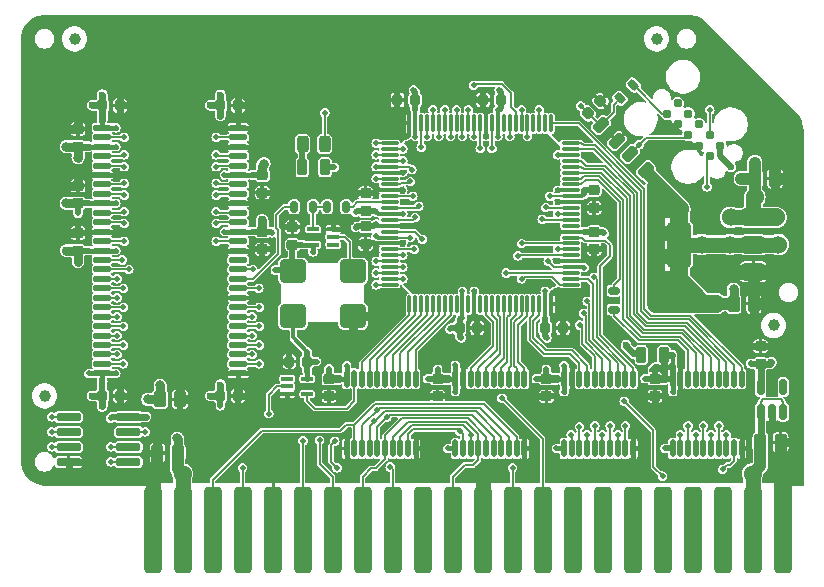
<source format=gtl>
G04 #@! TF.GenerationSoftware,KiCad,Pcbnew,8.0.5*
G04 #@! TF.CreationDate,2024-10-02T03:22:55-04:00*
G04 #@! TF.ProjectId,RAM2GS,52414d32-4753-42e6-9b69-6361645f7063,2.2*
G04 #@! TF.SameCoordinates,Original*
G04 #@! TF.FileFunction,Copper,L1,Top*
G04 #@! TF.FilePolarity,Positive*
%FSLAX46Y46*%
G04 Gerber Fmt 4.6, Leading zero omitted, Abs format (unit mm)*
G04 Created by KiCad (PCBNEW 8.0.5) date 2024-10-02 03:22:55*
%MOMM*%
%LPD*%
G01*
G04 APERTURE LIST*
G04 Aperture macros list*
%AMRoundRect*
0 Rectangle with rounded corners*
0 $1 Rounding radius*
0 $2 $3 $4 $5 $6 $7 $8 $9 X,Y pos of 4 corners*
0 Add a 4 corners polygon primitive as box body*
4,1,4,$2,$3,$4,$5,$6,$7,$8,$9,$2,$3,0*
0 Add four circle primitives for the rounded corners*
1,1,$1+$1,$2,$3*
1,1,$1+$1,$4,$5*
1,1,$1+$1,$6,$7*
1,1,$1+$1,$8,$9*
0 Add four rect primitives between the rounded corners*
20,1,$1+$1,$2,$3,$4,$5,0*
20,1,$1+$1,$4,$5,$6,$7,0*
20,1,$1+$1,$6,$7,$8,$9,0*
20,1,$1+$1,$8,$9,$2,$3,0*%
G04 Aperture macros list end*
G04 #@! TA.AperFunction,SMDPad,CuDef*
%ADD10RoundRect,0.381000X-0.381000X-3.289000X0.381000X-3.289000X0.381000X3.289000X-0.381000X3.289000X0*%
G04 #@! TD*
G04 #@! TA.AperFunction,SMDPad,CuDef*
%ADD11RoundRect,0.212500X0.262500X-0.212500X0.262500X0.212500X-0.262500X0.212500X-0.262500X-0.212500X0*%
G04 #@! TD*
G04 #@! TA.AperFunction,SMDPad,CuDef*
%ADD12RoundRect,0.212500X-0.212500X-0.262500X0.212500X-0.262500X0.212500X0.262500X-0.212500X0.262500X0*%
G04 #@! TD*
G04 #@! TA.AperFunction,SMDPad,CuDef*
%ADD13RoundRect,0.212500X-0.262500X0.212500X-0.262500X-0.212500X0.262500X-0.212500X0.262500X0.212500X0*%
G04 #@! TD*
G04 #@! TA.AperFunction,ComponentPad*
%ADD14C,2.000000*%
G04 #@! TD*
G04 #@! TA.AperFunction,SMDPad,CuDef*
%ADD15RoundRect,0.112500X0.112500X-0.612500X0.112500X0.612500X-0.112500X0.612500X-0.112500X-0.612500X0*%
G04 #@! TD*
G04 #@! TA.AperFunction,SMDPad,CuDef*
%ADD16RoundRect,0.262500X0.262500X0.437500X-0.262500X0.437500X-0.262500X-0.437500X0.262500X-0.437500X0*%
G04 #@! TD*
G04 #@! TA.AperFunction,SMDPad,CuDef*
%ADD17RoundRect,0.262500X-0.262500X-0.437500X0.262500X-0.437500X0.262500X0.437500X-0.262500X0.437500X0*%
G04 #@! TD*
G04 #@! TA.AperFunction,SMDPad,CuDef*
%ADD18C,1.000000*%
G04 #@! TD*
G04 #@! TA.AperFunction,SMDPad,CuDef*
%ADD19RoundRect,0.300000X0.700000X0.450000X-0.700000X0.450000X-0.700000X-0.450000X0.700000X-0.450000X0*%
G04 #@! TD*
G04 #@! TA.AperFunction,SMDPad,CuDef*
%ADD20RoundRect,0.300000X0.700000X1.600000X-0.700000X1.600000X-0.700000X-1.600000X0.700000X-1.600000X0*%
G04 #@! TD*
G04 #@! TA.AperFunction,SMDPad,CuDef*
%ADD21RoundRect,0.212500X-0.494975X-0.194454X-0.194454X-0.494975X0.494975X0.194454X0.194454X0.494975X0*%
G04 #@! TD*
G04 #@! TA.AperFunction,SMDPad,CuDef*
%ADD22RoundRect,0.212500X0.494975X0.194454X0.194454X0.494975X-0.494975X-0.194454X-0.194454X-0.494975X0*%
G04 #@! TD*
G04 #@! TA.AperFunction,SMDPad,CuDef*
%ADD23RoundRect,0.100000X-0.400000X-0.100000X0.400000X-0.100000X0.400000X0.100000X-0.400000X0.100000X0*%
G04 #@! TD*
G04 #@! TA.AperFunction,ConnectorPad*
%ADD24C,0.787400*%
G04 #@! TD*
G04 #@! TA.AperFunction,SMDPad,CuDef*
%ADD25RoundRect,0.114500X-0.640500X-0.114500X0.640500X-0.114500X0.640500X0.114500X-0.640500X0.114500X0*%
G04 #@! TD*
G04 #@! TA.AperFunction,SMDPad,CuDef*
%ADD26RoundRect,0.300000X-0.800000X-0.700000X0.800000X-0.700000X0.800000X0.700000X-0.800000X0.700000X0*%
G04 #@! TD*
G04 #@! TA.AperFunction,SMDPad,CuDef*
%ADD27RoundRect,0.100000X0.400000X0.100000X-0.400000X0.100000X-0.400000X-0.100000X0.400000X-0.100000X0*%
G04 #@! TD*
G04 #@! TA.AperFunction,SMDPad,CuDef*
%ADD28RoundRect,0.212500X0.212500X0.262500X-0.212500X0.262500X-0.212500X-0.262500X0.212500X-0.262500X0*%
G04 #@! TD*
G04 #@! TA.AperFunction,SMDPad,CuDef*
%ADD29RoundRect,0.075000X0.075000X-0.662500X0.075000X0.662500X-0.075000X0.662500X-0.075000X-0.662500X0*%
G04 #@! TD*
G04 #@! TA.AperFunction,SMDPad,CuDef*
%ADD30RoundRect,0.075000X0.662500X-0.075000X0.662500X0.075000X-0.662500X0.075000X-0.662500X-0.075000X0*%
G04 #@! TD*
G04 #@! TA.AperFunction,SMDPad,CuDef*
%ADD31RoundRect,0.175000X-0.875000X-0.175000X0.875000X-0.175000X0.875000X0.175000X-0.875000X0.175000X0*%
G04 #@! TD*
G04 #@! TA.AperFunction,SMDPad,CuDef*
%ADD32RoundRect,0.162500X0.162500X-0.512500X0.162500X0.512500X-0.162500X0.512500X-0.162500X-0.512500X0*%
G04 #@! TD*
G04 #@! TA.AperFunction,SMDPad,CuDef*
%ADD33RoundRect,0.212500X0.212500X0.487500X-0.212500X0.487500X-0.212500X-0.487500X0.212500X-0.487500X0*%
G04 #@! TD*
G04 #@! TA.AperFunction,SMDPad,CuDef*
%ADD34RoundRect,0.175000X-0.175000X-0.300000X0.175000X-0.300000X0.175000X0.300000X-0.175000X0.300000X0*%
G04 #@! TD*
G04 #@! TA.AperFunction,SMDPad,CuDef*
%ADD35RoundRect,0.175000X0.175000X0.300000X-0.175000X0.300000X-0.175000X-0.300000X0.175000X-0.300000X0*%
G04 #@! TD*
G04 #@! TA.AperFunction,SMDPad,CuDef*
%ADD36RoundRect,0.243750X0.243750X0.456250X-0.243750X0.456250X-0.243750X-0.456250X0.243750X-0.456250X0*%
G04 #@! TD*
G04 #@! TA.AperFunction,SMDPad,CuDef*
%ADD37RoundRect,0.212500X-0.212500X-0.487500X0.212500X-0.487500X0.212500X0.487500X-0.212500X0.487500X0*%
G04 #@! TD*
G04 #@! TA.AperFunction,SMDPad,CuDef*
%ADD38RoundRect,0.175000X-0.300000X0.175000X-0.300000X-0.175000X0.300000X-0.175000X0.300000X0.175000X0*%
G04 #@! TD*
G04 #@! TA.AperFunction,SMDPad,CuDef*
%ADD39RoundRect,0.175000X0.088388X-0.335876X0.335876X-0.088388X-0.088388X0.335876X-0.335876X0.088388X0*%
G04 #@! TD*
G04 #@! TA.AperFunction,SMDPad,CuDef*
%ADD40RoundRect,0.212500X0.035355X-0.335876X0.335876X-0.035355X-0.035355X0.335876X-0.335876X0.035355X0*%
G04 #@! TD*
G04 #@! TA.AperFunction,ViaPad*
%ADD41C,0.500000*%
G04 #@! TD*
G04 #@! TA.AperFunction,ViaPad*
%ADD42C,1.524000*%
G04 #@! TD*
G04 #@! TA.AperFunction,ViaPad*
%ADD43C,0.762000*%
G04 #@! TD*
G04 #@! TA.AperFunction,ViaPad*
%ADD44C,0.800000*%
G04 #@! TD*
G04 #@! TA.AperFunction,ViaPad*
%ADD45C,0.600000*%
G04 #@! TD*
G04 #@! TA.AperFunction,ViaPad*
%ADD46C,1.000000*%
G04 #@! TD*
G04 #@! TA.AperFunction,ViaPad*
%ADD47C,0.508000*%
G04 #@! TD*
G04 #@! TA.AperFunction,Conductor*
%ADD48C,1.270000*%
G04 #@! TD*
G04 #@! TA.AperFunction,Conductor*
%ADD49C,0.450000*%
G04 #@! TD*
G04 #@! TA.AperFunction,Conductor*
%ADD50C,0.508000*%
G04 #@! TD*
G04 #@! TA.AperFunction,Conductor*
%ADD51C,0.762000*%
G04 #@! TD*
G04 #@! TA.AperFunction,Conductor*
%ADD52C,0.800000*%
G04 #@! TD*
G04 #@! TA.AperFunction,Conductor*
%ADD53C,0.400000*%
G04 #@! TD*
G04 #@! TA.AperFunction,Conductor*
%ADD54C,0.600000*%
G04 #@! TD*
G04 #@! TA.AperFunction,Conductor*
%ADD55C,0.500000*%
G04 #@! TD*
G04 #@! TA.AperFunction,Conductor*
%ADD56C,0.300000*%
G04 #@! TD*
G04 #@! TA.AperFunction,Conductor*
%ADD57C,1.000000*%
G04 #@! TD*
G04 #@! TA.AperFunction,Conductor*
%ADD58C,0.200000*%
G04 #@! TD*
G04 #@! TA.AperFunction,Conductor*
%ADD59C,0.150000*%
G04 #@! TD*
G04 #@! TA.AperFunction,Conductor*
%ADD60C,0.254000*%
G04 #@! TD*
G04 #@! TA.AperFunction,Conductor*
%ADD61C,0.250000*%
G04 #@! TD*
G04 #@! TA.AperFunction,Conductor*
%ADD62C,1.524000*%
G04 #@! TD*
G04 #@! TA.AperFunction,Conductor*
%ADD63C,0.700000*%
G04 #@! TD*
G04 #@! TA.AperFunction,Conductor*
%ADD64C,0.895000*%
G04 #@! TD*
G04 #@! TA.AperFunction,Conductor*
%ADD65C,0.480000*%
G04 #@! TD*
G04 APERTURE END LIST*
D10*
X57658000Y-135282000D03*
X60198000Y-135282000D03*
X62738000Y-135282000D03*
X65278000Y-135282000D03*
X67818000Y-135282000D03*
X70358000Y-135282000D03*
X72898000Y-135282000D03*
X75438000Y-135282000D03*
X77978000Y-135282000D03*
X80518000Y-135282000D03*
X83058000Y-135282000D03*
X85598000Y-135282000D03*
X88138000Y-135282000D03*
X90678000Y-135282000D03*
X93218000Y-135282000D03*
X95758000Y-135282000D03*
X98298000Y-135282000D03*
X100838000Y-135282000D03*
X103378000Y-135282000D03*
X105918000Y-135282000D03*
X108458000Y-135282000D03*
X110998000Y-135282000D03*
D11*
X51350000Y-107650000D03*
X51350000Y-106150000D03*
X51350000Y-102850000D03*
X51350000Y-101350000D03*
D12*
X53400000Y-99350000D03*
X54900000Y-99350000D03*
X63400000Y-123950000D03*
X64900000Y-123950000D03*
X63400000Y-99350000D03*
X64900000Y-99350000D03*
D13*
X66950000Y-110050000D03*
X66950000Y-111550000D03*
X66950000Y-105250000D03*
X66950000Y-106750000D03*
D11*
X51350000Y-111650000D03*
X51350000Y-110150000D03*
D12*
X53400000Y-123950000D03*
X54900000Y-123950000D03*
D14*
X110998000Y-130175000D03*
D13*
X100200000Y-122500000D03*
X100200000Y-124000000D03*
D15*
X92500000Y-128400000D03*
X93150000Y-128400000D03*
X93800000Y-128400000D03*
X94450000Y-128400000D03*
X95100000Y-128400000D03*
X95750000Y-128400000D03*
X96400000Y-128400000D03*
X97050000Y-128400000D03*
X97700000Y-128400000D03*
X98350000Y-128400000D03*
X98350000Y-122500000D03*
X97700000Y-122500000D03*
X97050000Y-122500000D03*
X96400000Y-122500000D03*
X95750000Y-122500000D03*
X95100000Y-122500000D03*
X94450000Y-122500000D03*
X93800000Y-122500000D03*
X93150000Y-122500000D03*
X92500000Y-122500000D03*
D13*
X91000000Y-122500000D03*
X91000000Y-124000000D03*
X81800000Y-122500000D03*
X81800000Y-124000000D03*
D15*
X101700000Y-128400000D03*
X102350000Y-128400000D03*
X103000000Y-128400000D03*
X103650000Y-128400000D03*
X104300000Y-128400000D03*
X104950000Y-128400000D03*
X105600000Y-128400000D03*
X106250000Y-128400000D03*
X106900000Y-128400000D03*
X107550000Y-128400000D03*
X107550000Y-122500000D03*
X106900000Y-122500000D03*
X106250000Y-122500000D03*
X105600000Y-122500000D03*
X104950000Y-122500000D03*
X104300000Y-122500000D03*
X103650000Y-122500000D03*
X103000000Y-122500000D03*
X102350000Y-122500000D03*
X101700000Y-122500000D03*
D13*
X72600000Y-122500000D03*
X72600000Y-124000000D03*
D15*
X83300000Y-128400000D03*
X83950000Y-128400000D03*
X84600000Y-128400000D03*
X85250000Y-128400000D03*
X85900000Y-128400000D03*
X86550000Y-128400000D03*
X87200000Y-128400000D03*
X87850000Y-128400000D03*
X88500000Y-128400000D03*
X89150000Y-128400000D03*
X89150000Y-122500000D03*
X88500000Y-122500000D03*
X87850000Y-122500000D03*
X87200000Y-122500000D03*
X86550000Y-122500000D03*
X85900000Y-122500000D03*
X85250000Y-122500000D03*
X84600000Y-122500000D03*
X83950000Y-122500000D03*
X83300000Y-122500000D03*
D16*
X59778000Y-128778000D03*
X58078000Y-128778000D03*
D17*
X109132000Y-127889000D03*
X110832000Y-127889000D03*
D18*
X100330000Y-93726000D03*
D19*
X108537000Y-113450000D03*
D20*
X102237000Y-111150000D03*
D19*
X108537000Y-111150000D03*
X108537000Y-108850000D03*
D17*
X108650000Y-105550000D03*
X110350000Y-105550000D03*
X106850000Y-116150000D03*
X108550000Y-116150000D03*
D21*
X95628249Y-101028249D03*
X96971751Y-102371751D03*
D22*
X99421751Y-104821751D03*
X98078249Y-103478249D03*
D18*
X51054000Y-93726000D03*
D23*
X69050000Y-122500000D03*
X69050000Y-123150000D03*
X69050000Y-123800000D03*
X70750000Y-123800000D03*
X70750000Y-122500000D03*
D24*
X101228936Y-100067962D03*
X102126962Y-100965987D03*
X103024987Y-101864013D03*
X103923013Y-102762038D03*
X104821038Y-103660064D03*
X105719064Y-102762038D03*
X104821038Y-101864013D03*
X103923013Y-100965987D03*
X103024987Y-100067962D03*
X102126962Y-99169936D03*
D15*
X74100000Y-128400000D03*
X74750000Y-128400000D03*
X75400000Y-128400000D03*
X76050000Y-128400000D03*
X76700000Y-128400000D03*
X77350000Y-128400000D03*
X78000000Y-128400000D03*
X78650000Y-128400000D03*
X79300000Y-128400000D03*
X79950000Y-128400000D03*
X79950000Y-122500000D03*
X79300000Y-122500000D03*
X78650000Y-122500000D03*
X78000000Y-122500000D03*
X77350000Y-122500000D03*
X76700000Y-122500000D03*
X76050000Y-122500000D03*
X75400000Y-122500000D03*
X74750000Y-122500000D03*
X74100000Y-122500000D03*
D25*
X53400000Y-101250000D03*
X53400000Y-102050000D03*
X53400000Y-102850000D03*
X53400000Y-103650000D03*
X53400000Y-104450000D03*
X53400000Y-105250000D03*
X53400000Y-106050000D03*
X53400000Y-106850000D03*
X53400000Y-107650000D03*
X53400000Y-108450000D03*
X53400000Y-109250000D03*
X53400000Y-110050000D03*
X53400000Y-110850000D03*
X53400000Y-111650000D03*
X53400000Y-112450000D03*
X53400000Y-113250000D03*
X53400000Y-114050000D03*
X53400000Y-114850000D03*
X53400000Y-115650000D03*
X53400000Y-116450000D03*
X53400000Y-117250000D03*
X53400000Y-118050000D03*
X53400000Y-118850000D03*
X53400000Y-119650000D03*
X53400000Y-120450000D03*
X53400000Y-121250000D03*
X53400000Y-122050000D03*
X64900000Y-122050000D03*
X64900000Y-121250000D03*
X64900000Y-120450000D03*
X64900000Y-119650000D03*
X64900000Y-118850000D03*
X64900000Y-118050000D03*
X64900000Y-117250000D03*
X64900000Y-116450000D03*
X64900000Y-115650000D03*
X64900000Y-114850000D03*
X64900000Y-114050000D03*
X64900000Y-113250000D03*
X64900000Y-112450000D03*
X64900000Y-111650000D03*
X64900000Y-110850000D03*
X64900000Y-110050000D03*
X64900000Y-109250000D03*
X64900000Y-108450000D03*
X64900000Y-107650000D03*
X64900000Y-106850000D03*
X64900000Y-106050000D03*
X64900000Y-105250000D03*
X64900000Y-104450000D03*
X64900000Y-103650000D03*
X64900000Y-102850000D03*
X64900000Y-102050000D03*
X64900000Y-101250000D03*
D26*
X69560000Y-117205000D03*
X74640000Y-117205000D03*
X74640000Y-113395000D03*
X69560000Y-113395000D03*
D27*
X72950000Y-111150000D03*
X72950000Y-110500000D03*
X72950000Y-109850000D03*
X71250000Y-109850000D03*
X71250000Y-111150000D03*
D11*
X69500000Y-111150000D03*
X69500000Y-109650000D03*
D17*
X58300000Y-124250000D03*
X60000000Y-124250000D03*
D28*
X70750000Y-121050000D03*
X69250000Y-121050000D03*
X79900000Y-98900000D03*
X78400000Y-98900000D03*
X87150000Y-98900000D03*
X85650000Y-98900000D03*
D13*
X95050000Y-106550000D03*
X95050000Y-108050000D03*
X95050000Y-110050000D03*
X95050000Y-111550000D03*
D12*
X83650000Y-118200000D03*
X85150000Y-118200000D03*
D13*
X75700000Y-109600000D03*
X75700000Y-111100000D03*
D12*
X90900000Y-118200000D03*
X92400000Y-118200000D03*
D11*
X75700000Y-108300000D03*
X75700000Y-106800000D03*
D29*
X79400000Y-116212500D03*
X79900000Y-116212500D03*
X80400000Y-116212500D03*
X80900000Y-116212500D03*
X81400000Y-116212500D03*
X81900000Y-116212500D03*
X82400000Y-116212500D03*
X82900000Y-116212500D03*
X83400000Y-116212500D03*
X83900000Y-116212500D03*
X84400000Y-116212500D03*
X84900000Y-116212500D03*
X85400000Y-116212500D03*
X85900000Y-116212500D03*
X86400000Y-116212500D03*
X86900000Y-116212500D03*
X87400000Y-116212500D03*
X87900000Y-116212500D03*
X88400000Y-116212500D03*
X88900000Y-116212500D03*
X89400000Y-116212500D03*
X89900000Y-116212500D03*
X90400000Y-116212500D03*
X90900000Y-116212500D03*
X91400000Y-116212500D03*
D30*
X93062500Y-114550000D03*
X93062500Y-114050000D03*
X93062500Y-113550000D03*
X93062500Y-113050000D03*
X93062500Y-112550000D03*
X93062500Y-112050000D03*
X93062500Y-111550000D03*
X93062500Y-111050000D03*
X93062500Y-110550000D03*
X93062500Y-110050000D03*
X93062500Y-109550000D03*
X93062500Y-109050000D03*
X93062500Y-108550000D03*
X93062500Y-108050000D03*
X93062500Y-107550000D03*
X93062500Y-107050000D03*
X93062500Y-106550000D03*
X93062500Y-106050000D03*
X93062500Y-105550000D03*
X93062500Y-105050000D03*
X93062500Y-104550000D03*
X93062500Y-104050000D03*
X93062500Y-103550000D03*
X93062500Y-103050000D03*
X93062500Y-102550000D03*
D29*
X91400000Y-100887500D03*
X90900000Y-100887500D03*
X90400000Y-100887500D03*
X89900000Y-100887500D03*
X89400000Y-100887500D03*
X88900000Y-100887500D03*
X88400000Y-100887500D03*
X87900000Y-100887500D03*
X87400000Y-100887500D03*
X86900000Y-100887500D03*
X86400000Y-100887500D03*
X85900000Y-100887500D03*
X85400000Y-100887500D03*
X84900000Y-100887500D03*
X84400000Y-100887500D03*
X83900000Y-100887500D03*
X83400000Y-100887500D03*
X82900000Y-100887500D03*
X82400000Y-100887500D03*
X81900000Y-100887500D03*
X81400000Y-100887500D03*
X80900000Y-100887500D03*
X80400000Y-100887500D03*
X79900000Y-100887500D03*
X79400000Y-100887500D03*
D30*
X77737500Y-102550000D03*
X77737500Y-103050000D03*
X77737500Y-103550000D03*
X77737500Y-104050000D03*
X77737500Y-104550000D03*
X77737500Y-105050000D03*
X77737500Y-105550000D03*
X77737500Y-106050000D03*
X77737500Y-106550000D03*
X77737500Y-107050000D03*
X77737500Y-107550000D03*
X77737500Y-108050000D03*
X77737500Y-108550000D03*
X77737500Y-109050000D03*
X77737500Y-109550000D03*
X77737500Y-110050000D03*
X77737500Y-110550000D03*
X77737500Y-111050000D03*
X77737500Y-111550000D03*
X77737500Y-112050000D03*
X77737500Y-112550000D03*
X77737500Y-113050000D03*
X77737500Y-113550000D03*
X77737500Y-114050000D03*
X77737500Y-114550000D03*
D18*
X48514000Y-123952000D03*
D31*
X50559000Y-125730000D03*
X50559000Y-127000000D03*
X50559000Y-128270000D03*
X50559000Y-129540000D03*
X55613000Y-129540000D03*
X55613000Y-128270000D03*
X55613000Y-127000000D03*
X55613000Y-125730000D03*
D18*
X110236000Y-117983000D03*
D32*
X109150000Y-125300000D03*
X110100000Y-125300000D03*
X111050000Y-125300000D03*
X111050000Y-123200000D03*
X109150000Y-123200000D03*
D11*
X109150000Y-121250000D03*
X109150000Y-119750000D03*
D33*
X100950000Y-120500000D03*
X99050000Y-120500000D03*
D34*
X72450000Y-107950000D03*
X74050000Y-107950000D03*
D35*
X71250000Y-107950000D03*
X69650000Y-107950000D03*
D36*
X72237500Y-102650000D03*
X70362500Y-102650000D03*
D37*
X70350000Y-104600000D03*
X72250000Y-104600000D03*
D38*
X96750000Y-115050000D03*
X96750000Y-116650000D03*
D39*
X97234315Y-98765685D03*
X98365685Y-97634315D03*
D40*
X94519670Y-100030330D03*
X95580330Y-98969670D03*
D41*
X112014000Y-100965000D03*
X74168000Y-130937000D03*
X102108000Y-130937000D03*
X64008000Y-130937000D03*
D42*
X57658000Y-130556000D03*
D41*
X104648000Y-130937000D03*
X61722000Y-130937000D03*
X106680000Y-95377000D03*
X98171000Y-92202000D03*
X88011000Y-92202000D03*
X82931000Y-92202000D03*
X77851000Y-92202000D03*
X67691000Y-92202000D03*
X62611000Y-92202000D03*
X94488000Y-130937000D03*
X46990000Y-117983000D03*
X46990000Y-112903000D03*
X46990000Y-107823000D03*
X81788000Y-130937000D03*
X91948000Y-130937000D03*
X89408000Y-130937000D03*
X97028000Y-130937000D03*
X69088000Y-130937000D03*
X112014000Y-117729000D03*
X79248000Y-130937000D03*
X76708000Y-130937000D03*
X71628000Y-130937000D03*
X86868000Y-130937000D03*
X84328000Y-130937000D03*
X66548000Y-130937000D03*
X109347000Y-98044000D03*
X66050000Y-101250000D03*
X63750000Y-101250000D03*
X66050000Y-102850000D03*
X66050000Y-122050000D03*
X52250000Y-110050000D03*
X54550000Y-110050000D03*
X63750000Y-102850000D03*
X63750000Y-122050000D03*
X66050000Y-111650000D03*
X63750000Y-107650000D03*
X59150000Y-108850000D03*
X60550000Y-122050000D03*
X59150000Y-106450000D03*
X57750000Y-122050000D03*
X59150000Y-104050000D03*
X63750000Y-111650000D03*
D43*
X50350000Y-110150000D03*
X51350000Y-105200000D03*
D41*
X51350000Y-109300000D03*
X57950000Y-111650000D03*
X60350000Y-111650000D03*
X59150000Y-110050000D03*
X59150000Y-107650000D03*
X59150000Y-102850000D03*
X59150000Y-101250000D03*
X59150000Y-105250000D03*
X60060000Y-99799000D03*
D44*
X50350000Y-106150000D03*
X51350000Y-100400000D03*
X50350000Y-101350000D03*
D41*
X54550000Y-105250000D03*
X99568000Y-130937000D03*
X106807000Y-130937000D03*
X74100000Y-127250000D03*
X89150000Y-129550000D03*
X89800000Y-128400000D03*
X89150000Y-127250000D03*
X80600000Y-128400000D03*
X79950000Y-127250000D03*
X81950000Y-129150000D03*
X68050000Y-127750000D03*
X91000000Y-127150000D03*
X100550000Y-127750000D03*
X112014000Y-127889000D03*
X112014000Y-112649000D03*
D42*
X106600000Y-113450000D03*
X110450000Y-113450000D03*
D41*
X81500000Y-127250000D03*
X73850000Y-109850000D03*
X50038000Y-115443000D03*
X50038000Y-120523000D03*
X46990000Y-123063000D03*
X104800000Y-114950000D03*
X107162600Y-129870200D03*
X112014000Y-107569000D03*
X46990000Y-102743000D03*
X105100000Y-109050000D03*
X103800000Y-98550000D03*
X96950000Y-100450000D03*
X77200000Y-126750000D03*
X86800000Y-125000000D03*
X73900000Y-120400000D03*
X52451000Y-92202000D03*
X73850000Y-111650000D03*
X89100000Y-118150000D03*
X49911000Y-131064000D03*
X46990000Y-128143000D03*
X94600000Y-120850000D03*
X94750000Y-103800000D03*
X94400000Y-102250000D03*
X88500000Y-98750000D03*
X89900000Y-98750000D03*
X46990000Y-97663000D03*
X50038000Y-99822000D03*
X107150000Y-118500000D03*
X82650000Y-124100000D03*
X102500000Y-123600000D03*
D45*
X99300000Y-124000000D03*
X90100000Y-124000000D03*
D41*
X84100000Y-123600000D03*
X93300000Y-123600000D03*
X101050000Y-124100000D03*
X71750000Y-124000000D03*
X102500000Y-121400000D03*
X91850000Y-124070000D03*
D45*
X80900000Y-124000000D03*
X100200000Y-124850000D03*
X73500000Y-124000000D03*
D41*
X93091000Y-92202000D03*
X72771000Y-92202000D03*
X57531000Y-92202000D03*
X85950000Y-118200000D03*
X84100000Y-121350000D03*
D45*
X108250000Y-119900000D03*
D41*
X107550000Y-127300000D03*
X67850000Y-106750000D03*
X68450000Y-121200000D03*
X85900000Y-102000000D03*
X91950000Y-107550000D03*
X91950000Y-112550000D03*
X76600000Y-111400000D03*
X91950000Y-116200000D03*
X69500000Y-120150000D03*
X94200000Y-111300000D03*
D43*
X58350000Y-127550000D03*
D45*
X55750000Y-123950000D03*
D41*
X84900000Y-117350000D03*
X95900000Y-107900000D03*
D45*
X57086500Y-128905000D03*
D41*
X94200000Y-107700000D03*
X84850000Y-98750000D03*
X92250000Y-117350000D03*
D45*
X54900000Y-100250000D03*
D46*
X111550000Y-105550000D03*
D41*
X96200000Y-99600000D03*
D44*
X74650000Y-118750000D03*
D45*
X110050000Y-119900000D03*
D41*
X69500000Y-108850000D03*
X64900000Y-124800000D03*
X76600000Y-106550000D03*
X78850000Y-106550000D03*
D45*
X64900000Y-122700000D03*
D41*
X78850000Y-100900000D03*
X66950000Y-107600000D03*
D45*
X74500000Y-129800000D03*
D41*
X99000000Y-128400000D03*
X94200000Y-112300000D03*
X54800500Y-94996000D03*
X75750000Y-111900000D03*
X85000000Y-119050000D03*
X91700000Y-115100000D03*
X84900000Y-115100000D03*
D46*
X110350000Y-104200000D03*
D41*
X85900000Y-99750000D03*
X95050000Y-112350000D03*
D45*
X54900000Y-98450000D03*
D41*
X93300000Y-121400000D03*
D44*
X61050000Y-124250000D03*
D41*
X57531000Y-97282000D03*
D45*
X110100000Y-126400000D03*
D41*
X98350000Y-127250000D03*
D46*
X110100000Y-116150000D03*
D44*
X110350000Y-106800000D03*
D41*
X60000000Y-125400000D03*
X74850000Y-106950000D03*
X95900000Y-111400000D03*
X78850000Y-105050000D03*
X66950000Y-112400000D03*
X74850000Y-110900000D03*
X92250000Y-119050000D03*
D45*
X64900000Y-98450000D03*
X52070000Y-129540000D03*
X55750000Y-99350000D03*
D41*
X95631000Y-94742000D03*
D45*
X102250000Y-102750000D03*
X65750000Y-123950000D03*
D41*
X85800000Y-98050000D03*
X79120000Y-102000000D03*
D44*
X76250000Y-117200000D03*
D45*
X50863500Y-130365500D03*
X101536500Y-101536500D03*
D41*
X78550000Y-98050000D03*
D45*
X65750000Y-99350000D03*
D41*
X78850000Y-111050000D03*
X78550000Y-99750000D03*
X68650000Y-109550000D03*
D45*
X54900000Y-123050000D03*
D41*
X73050000Y-109250000D03*
D44*
X60000000Y-123050000D03*
D45*
X54900000Y-124850000D03*
D41*
X70231000Y-99822000D03*
X67800000Y-111550000D03*
X70850000Y-119400000D03*
X91950000Y-106550000D03*
D45*
X64900000Y-100600000D03*
D41*
X69050000Y-124400000D03*
X75850000Y-104880000D03*
X102350000Y-127250000D03*
X88138000Y-130048000D03*
X95750000Y-127250000D03*
X77775000Y-129975000D03*
X65278000Y-130048000D03*
X67500000Y-125450000D03*
X97700000Y-126500000D03*
X97050000Y-127250000D03*
X96400000Y-126500000D03*
X93100000Y-127250000D03*
X95100000Y-126500000D03*
X94450000Y-127250000D03*
X93800000Y-126550000D03*
X103000000Y-126500000D03*
X103650000Y-127250000D03*
X104300000Y-126500000D03*
X104950000Y-127250000D03*
X105600000Y-126500000D03*
X106250000Y-127250000D03*
X105918000Y-130175000D03*
X100838000Y-130746500D03*
X83650000Y-126950000D03*
X97600000Y-124400000D03*
X76450000Y-126100000D03*
X73100000Y-127800000D03*
X73279000Y-130048000D03*
X76700000Y-125150000D03*
X70400000Y-127750000D03*
X71800000Y-127700000D03*
X77500000Y-125750000D03*
X87249000Y-124142500D03*
X84600000Y-127250000D03*
X66050000Y-110050000D03*
D47*
X54550000Y-102850000D03*
X54550000Y-111650000D03*
D45*
X63400000Y-123000000D03*
D44*
X51350000Y-103800000D03*
X50350000Y-107650000D03*
X50350000Y-102850000D03*
D47*
X54550000Y-101250000D03*
D43*
X66950000Y-109100000D03*
D41*
X51350000Y-108500000D03*
D43*
X50350000Y-111650000D03*
X51350000Y-112600000D03*
D41*
X63750000Y-110050000D03*
X63750000Y-105250000D03*
X66050000Y-105250000D03*
X54550000Y-122050000D03*
X52250000Y-122050000D03*
X52250000Y-111650000D03*
X52250000Y-107650000D03*
X52250000Y-102850000D03*
X54550000Y-107650000D03*
X91875000Y-122500000D03*
X101075000Y-122500000D03*
X82675000Y-122500000D03*
D46*
X104300000Y-116150000D03*
X102300000Y-116150000D03*
X100300000Y-116150000D03*
X100300000Y-111650000D03*
X100300000Y-108650000D03*
X100300000Y-110150000D03*
X100300000Y-113150000D03*
X100300000Y-114650000D03*
D42*
X102300000Y-108150000D03*
X104150000Y-111150000D03*
X110650000Y-111150000D03*
X102300000Y-114150000D03*
D41*
X73050000Y-104600000D03*
X83300000Y-121350000D03*
X83300000Y-123600000D03*
X91000000Y-121700000D03*
X100200000Y-121700000D03*
X81800000Y-121700000D03*
X80950000Y-122500000D03*
X101700000Y-121400000D03*
X99350000Y-122500000D03*
X92500000Y-121400000D03*
X90150000Y-122500000D03*
X101700000Y-123600000D03*
X92500000Y-123600000D03*
X82650000Y-128400000D03*
D45*
X53400000Y-122700000D03*
D41*
X78850000Y-108550000D03*
X91150000Y-112550000D03*
X70750000Y-121900000D03*
X76600000Y-108400000D03*
X71250000Y-111750000D03*
X83800000Y-119050000D03*
X76600000Y-110400000D03*
X68050000Y-113300000D03*
X101050000Y-128400000D03*
X54102000Y-125857000D03*
D45*
X106625000Y-104575000D03*
D44*
X58300000Y-123050000D03*
D45*
X53400000Y-98450000D03*
D41*
X79920000Y-102000000D03*
D45*
X53400000Y-100600000D03*
D46*
X100300000Y-106150000D03*
D41*
X91850000Y-128400000D03*
D44*
X106850000Y-114900000D03*
D41*
X83900000Y-117350000D03*
X49149000Y-128270000D03*
X79750000Y-98050000D03*
X86900000Y-102000000D03*
D44*
X57250000Y-124250000D03*
X67100000Y-104300000D03*
D41*
X79900000Y-99750000D03*
D42*
X106550000Y-111150000D03*
D41*
X94200000Y-106900000D03*
X70750000Y-120200000D03*
X71550000Y-121050000D03*
X69500000Y-112000000D03*
X67800000Y-110150000D03*
D45*
X105850000Y-116150000D03*
X52550000Y-123950000D03*
D41*
X87000000Y-98050000D03*
D45*
X62550000Y-99350000D03*
D41*
X83900000Y-115100000D03*
X70350000Y-111150000D03*
X91300000Y-107050000D03*
D45*
X63400000Y-100250000D03*
D41*
X91950000Y-103550000D03*
D45*
X53400000Y-124850000D03*
D41*
X90900000Y-115100000D03*
D45*
X52550000Y-99350000D03*
D41*
X57023000Y-127000000D03*
X86900000Y-99750000D03*
X63400000Y-124800000D03*
D45*
X57086500Y-125730000D03*
D41*
X82850000Y-118300000D03*
X79610000Y-104800000D03*
X90900000Y-117350000D03*
X94200000Y-113100000D03*
X91050000Y-119050000D03*
D45*
X63400000Y-98450000D03*
D41*
X76600000Y-104550000D03*
X74850000Y-108400000D03*
D45*
X62550000Y-123950000D03*
D41*
X79500000Y-110550000D03*
X90650000Y-109000000D03*
X93850000Y-117950000D03*
X91950000Y-108550000D03*
X94150000Y-116950000D03*
X90950000Y-108000000D03*
X94450000Y-115950000D03*
X91950000Y-111550000D03*
X95050000Y-113900000D03*
D47*
X63050000Y-102050000D03*
X55250000Y-102050000D03*
D41*
X84900000Y-102000000D03*
X55250000Y-104550000D03*
X63050000Y-104550000D03*
X83900000Y-102000000D03*
D47*
X55250000Y-103550000D03*
X63050000Y-103550000D03*
D41*
X84400000Y-99750000D03*
X63050000Y-105950000D03*
D47*
X55250000Y-105950000D03*
D41*
X83400000Y-99750000D03*
X63050000Y-110850000D03*
D47*
X55250000Y-110850000D03*
D41*
X81400000Y-99750000D03*
D47*
X55250000Y-108350000D03*
D41*
X63050000Y-108350000D03*
X82400000Y-99750000D03*
X55250000Y-109350000D03*
X63050000Y-109350000D03*
X81900000Y-102000000D03*
X63050000Y-106950000D03*
X55250000Y-106950000D03*
X82900000Y-102000000D03*
X66150000Y-113250000D03*
X76600000Y-102550000D03*
X66650000Y-114850000D03*
X76600000Y-105550000D03*
X66700000Y-116450000D03*
X78850000Y-104050000D03*
X66100000Y-117250000D03*
X79700000Y-107050000D03*
X66700000Y-118050000D03*
X76600000Y-112550000D03*
X66100000Y-118850000D03*
X76600000Y-114550000D03*
X66700000Y-119650000D03*
X80500000Y-110700000D03*
X66100000Y-120450000D03*
X78850000Y-112050000D03*
X66700000Y-121250000D03*
X78850000Y-114050000D03*
X55200000Y-121250000D03*
X78850000Y-113050000D03*
X54650000Y-120450000D03*
X79800000Y-111550000D03*
X55200000Y-119650000D03*
X79900000Y-108850000D03*
X54650000Y-118850000D03*
X76600000Y-113550000D03*
X55200000Y-118050000D03*
X80200000Y-107900000D03*
X54650000Y-117250000D03*
X79500000Y-105800000D03*
X55200000Y-116450000D03*
X85400000Y-103000000D03*
X54650000Y-115650000D03*
X78850000Y-103050000D03*
X55200000Y-114850000D03*
X80400000Y-102900000D03*
X54650000Y-114050000D03*
X76600000Y-103550000D03*
X55650000Y-113250000D03*
X80900000Y-102000000D03*
D47*
X55100000Y-112450000D03*
D41*
X86400000Y-103000000D03*
X104600000Y-106250000D03*
X88900000Y-111050000D03*
X88900000Y-114050000D03*
X98850000Y-102700000D03*
X104850000Y-99750000D03*
X88600000Y-112100000D03*
X87600000Y-113550000D03*
X93900000Y-99400000D03*
D42*
X108458000Y-130556000D03*
X60198000Y-130556000D03*
D41*
X73475000Y-122500000D03*
D42*
X106600000Y-108850000D03*
X108650000Y-107150000D03*
D46*
X108650000Y-104200000D03*
D41*
X72600000Y-121650000D03*
X74100000Y-121400000D03*
D44*
X59750000Y-127550000D03*
D46*
X107500000Y-105550000D03*
D42*
X110450000Y-108850000D03*
D41*
X49149000Y-127000000D03*
X89400000Y-102000000D03*
X88900000Y-99750000D03*
X54102000Y-129540000D03*
X54102000Y-128270000D03*
X87900000Y-102000000D03*
X49149000Y-125730000D03*
X90400000Y-99750000D03*
X76600000Y-109400000D03*
D45*
X110050000Y-121100000D03*
D41*
X74850000Y-109700000D03*
D45*
X97750000Y-119650000D03*
D41*
X94200000Y-110050000D03*
X108300000Y-121200000D03*
X91950000Y-110050000D03*
X95900000Y-110200000D03*
D45*
X109150000Y-122100000D03*
D41*
X84850000Y-97650000D03*
X72250000Y-100000000D03*
D48*
X85598000Y-135382000D02*
X85598000Y-130556000D01*
X57658000Y-135382000D02*
X57658000Y-130556000D01*
D49*
X64900000Y-102850000D02*
X66050000Y-102850000D01*
X64900000Y-101250000D02*
X66050000Y-101250000D01*
X64900000Y-122050000D02*
X66050000Y-122050000D01*
X53400000Y-110050000D02*
X54550000Y-110050000D01*
X64900000Y-101250000D02*
X63750000Y-101250000D01*
X64900000Y-122050000D02*
X63750000Y-122050000D01*
X53400000Y-110050000D02*
X52250000Y-110050000D01*
X64900000Y-102850000D02*
X63750000Y-102850000D01*
X64900000Y-111650000D02*
X66050000Y-111650000D01*
X64900000Y-107650000D02*
X63750000Y-107650000D01*
D50*
X51350000Y-110150000D02*
X52150000Y-110150000D01*
D51*
X51350000Y-106150000D02*
X51350000Y-105200000D01*
D50*
X52150000Y-110150000D02*
X52250000Y-110050000D01*
X66950000Y-111550000D02*
X66150000Y-111550000D01*
D49*
X64900000Y-111650000D02*
X63750000Y-111650000D01*
D50*
X66150000Y-111550000D02*
X66050000Y-111650000D01*
X53400000Y-105250000D02*
X51400000Y-105250000D01*
D51*
X51350000Y-110150000D02*
X50350000Y-110150000D01*
D50*
X51400000Y-105250000D02*
X51350000Y-105200000D01*
X51350000Y-110150000D02*
X51350000Y-109300000D01*
D52*
X51350000Y-106150000D02*
X50350000Y-106150000D01*
X51350000Y-101350000D02*
X51350000Y-100400000D01*
X51350000Y-101350000D02*
X50350000Y-101350000D01*
D49*
X53400000Y-105250000D02*
X54550000Y-105250000D01*
X74100000Y-128400000D02*
X74100000Y-127250000D01*
X89150000Y-128400000D02*
X89150000Y-129550000D01*
X79950000Y-128400000D02*
X79950000Y-127250000D01*
X79950000Y-128400000D02*
X80600000Y-128400000D01*
D48*
X108537000Y-113450000D02*
X106600000Y-113450000D01*
X110450000Y-113450000D02*
X108537000Y-113450000D01*
D53*
X72950000Y-109850000D02*
X73850000Y-109850000D01*
D49*
X89150000Y-128400000D02*
X89800000Y-128400000D01*
X89150000Y-128400000D02*
X89150000Y-127250000D01*
D54*
X91000000Y-124000000D02*
X90100000Y-124000000D01*
X100200000Y-124000000D02*
X99300000Y-124000000D01*
D55*
X72600000Y-124000000D02*
X71750000Y-124000000D01*
D54*
X81800000Y-124000000D02*
X80900000Y-124000000D01*
X100200000Y-124000000D02*
X100200000Y-124850000D01*
X72600000Y-124000000D02*
X73500000Y-124000000D01*
D56*
X77737500Y-105050000D02*
X78850000Y-105050000D01*
D54*
X109900000Y-119750000D02*
X110050000Y-119900000D01*
D49*
X98350000Y-128400000D02*
X98350000Y-129300000D01*
D54*
X101556449Y-101536500D02*
X101536500Y-101536500D01*
D55*
X85650000Y-99600000D02*
X85800000Y-99750000D01*
D49*
X64900000Y-122050000D02*
X64900000Y-122700000D01*
D55*
X94200000Y-108050000D02*
X94200000Y-107700000D01*
X75700000Y-111050000D02*
X75000000Y-111050000D01*
X69250000Y-120350000D02*
X69450000Y-120150000D01*
D54*
X102262038Y-102762038D02*
X103923013Y-102762038D01*
D55*
X75700000Y-106800000D02*
X76400000Y-106800000D01*
D56*
X85900000Y-100887500D02*
X85900000Y-102000000D01*
D55*
X67800000Y-111550000D02*
X66950000Y-111550000D01*
D49*
X83950000Y-121500000D02*
X84100000Y-121350000D01*
D55*
X76400000Y-111050000D02*
X75700000Y-111050000D01*
X85150000Y-118900000D02*
X85000000Y-119050000D01*
D56*
X93062500Y-107550000D02*
X94050000Y-107550000D01*
X79400000Y-100887500D02*
X79400000Y-101720000D01*
X76600000Y-111250000D02*
X76800000Y-111050000D01*
D55*
X66950000Y-107600000D02*
X66950000Y-106750000D01*
X85650000Y-98900000D02*
X85000000Y-98900000D01*
X85150000Y-118200000D02*
X85150000Y-117500000D01*
X78400000Y-98200000D02*
X78550000Y-98050000D01*
X69500000Y-109650000D02*
X69500000Y-108850000D01*
D49*
X83950000Y-122500000D02*
X83950000Y-123450000D01*
D52*
X64900000Y-123950000D02*
X64900000Y-122700000D01*
D55*
X91000000Y-124000000D02*
X91780000Y-124000000D01*
X81800000Y-124000000D02*
X82550000Y-124000000D01*
D54*
X110100000Y-126400000D02*
X110100000Y-125300000D01*
D56*
X85900000Y-100887500D02*
X85900000Y-99750000D01*
X93062500Y-106550000D02*
X91950000Y-106550000D01*
D52*
X108550000Y-117150000D02*
X108550000Y-116150000D01*
D56*
X78862500Y-100887500D02*
X78850000Y-100900000D01*
D49*
X93150000Y-122500000D02*
X93150000Y-123450000D01*
D54*
X50559000Y-130225500D02*
X50559000Y-129540000D01*
D55*
X95050000Y-111550000D02*
X95050000Y-112350000D01*
D54*
X54900000Y-99350000D02*
X55750000Y-99350000D01*
D57*
X110350000Y-105550000D02*
X111550000Y-105550000D01*
D55*
X95050000Y-108050000D02*
X94200000Y-108050000D01*
X60000000Y-124250000D02*
X60000000Y-125400000D01*
X64900000Y-123950000D02*
X64900000Y-124800000D01*
D49*
X107550000Y-128400000D02*
X107950000Y-128400000D01*
D51*
X58078000Y-127822000D02*
X58078000Y-128778000D01*
D55*
X85650000Y-98900000D02*
X85650000Y-99600000D01*
X92400000Y-118900000D02*
X92250000Y-119050000D01*
D52*
X74640000Y-118740000D02*
X74650000Y-118750000D01*
D57*
X108550000Y-116150000D02*
X110100000Y-116150000D01*
D49*
X83950000Y-123450000D02*
X84100000Y-123600000D01*
D56*
X93062500Y-107550000D02*
X91950000Y-107550000D01*
X76800000Y-111050000D02*
X77737500Y-111050000D01*
D53*
X69050000Y-123800000D02*
X69050000Y-124400000D01*
D55*
X69450000Y-120150000D02*
X69500000Y-120150000D01*
D49*
X102350000Y-122500000D02*
X102350000Y-121550000D01*
D58*
X76020000Y-105050000D02*
X77737500Y-105050000D01*
D59*
X96200000Y-99589340D02*
X96200000Y-99600000D01*
D53*
X72950000Y-109350000D02*
X73050000Y-109250000D01*
D56*
X91400000Y-116212500D02*
X91400000Y-115400000D01*
D55*
X69250000Y-121050000D02*
X69250000Y-120350000D01*
D49*
X107550000Y-127300000D02*
X107550000Y-128400000D01*
D54*
X54900000Y-123950000D02*
X55750000Y-123950000D01*
D56*
X94050000Y-107550000D02*
X94200000Y-107700000D01*
X77737500Y-111050000D02*
X78850000Y-111050000D01*
X77737500Y-106550000D02*
X76600000Y-106550000D01*
D55*
X85800000Y-99750000D02*
X85900000Y-99750000D01*
D56*
X84900000Y-116212500D02*
X84900000Y-117350000D01*
D55*
X78400000Y-98900000D02*
X78400000Y-99600000D01*
D49*
X74100000Y-128400000D02*
X74100000Y-129400000D01*
D52*
X60000000Y-124250000D02*
X60000000Y-123050000D01*
D49*
X66900000Y-107650000D02*
X66950000Y-107600000D01*
D56*
X77737500Y-106550000D02*
X78850000Y-106550000D01*
D57*
X108550000Y-116150000D02*
X108550000Y-113463000D01*
D54*
X50559000Y-129540000D02*
X52070000Y-129540000D01*
D52*
X74640000Y-117205000D02*
X76245000Y-117205000D01*
D57*
X110832000Y-130009000D02*
X110998000Y-130175000D01*
D49*
X64900000Y-101250000D02*
X64900000Y-100600000D01*
X74100000Y-129400000D02*
X74500000Y-129800000D01*
D55*
X68750000Y-109650000D02*
X69500000Y-109650000D01*
X85650000Y-98900000D02*
X85650000Y-98200000D01*
X82550000Y-124000000D02*
X82650000Y-124100000D01*
X85000000Y-98900000D02*
X84850000Y-98750000D01*
D57*
X58078000Y-130136000D02*
X57658000Y-130556000D01*
D49*
X99000000Y-128400000D02*
X98350000Y-128400000D01*
D55*
X76600000Y-111400000D02*
X76600000Y-111250000D01*
D54*
X50699000Y-130365500D02*
X50863500Y-130365500D01*
D49*
X107550000Y-128400000D02*
X107550000Y-129482800D01*
D55*
X94350000Y-111550000D02*
X94200000Y-111400000D01*
X75700000Y-111850000D02*
X75750000Y-111900000D01*
D56*
X91400000Y-116212500D02*
X91937500Y-116212500D01*
D55*
X100950000Y-124000000D02*
X101050000Y-124100000D01*
D56*
X93062500Y-112550000D02*
X93950000Y-112550000D01*
D60*
X93062500Y-112550000D02*
X91950000Y-112550000D01*
D56*
X79400000Y-101720000D02*
X79120000Y-102000000D01*
D57*
X58078000Y-128778000D02*
X58078000Y-130136000D01*
D49*
X102350000Y-123450000D02*
X102500000Y-123600000D01*
D53*
X72950000Y-109850000D02*
X72950000Y-109350000D01*
D55*
X68600000Y-121050000D02*
X68450000Y-121200000D01*
D54*
X108400000Y-119750000D02*
X108250000Y-119900000D01*
D49*
X107550000Y-129482800D02*
X107162600Y-129870200D01*
X79950000Y-128400000D02*
X79950000Y-129300000D01*
D55*
X92400000Y-118200000D02*
X92400000Y-117500000D01*
D52*
X74640000Y-117205000D02*
X74640000Y-118740000D01*
D55*
X76600000Y-111250000D02*
X76400000Y-111050000D01*
D56*
X91400000Y-115400000D02*
X91700000Y-115100000D01*
D54*
X54900000Y-123950000D02*
X54900000Y-123050000D01*
D55*
X85150000Y-118200000D02*
X85150000Y-118900000D01*
X76600000Y-106550000D02*
X76600000Y-106600000D01*
X75700000Y-111050000D02*
X75700000Y-111850000D01*
D49*
X102350000Y-121550000D02*
X102500000Y-121400000D01*
D50*
X66950000Y-112400000D02*
X66950000Y-111550000D01*
D55*
X95750000Y-111550000D02*
X95900000Y-111400000D01*
X69250000Y-121050000D02*
X68600000Y-121050000D01*
D54*
X54900000Y-123950000D02*
X54900000Y-124850000D01*
D55*
X68650000Y-109550000D02*
X68750000Y-109650000D01*
D57*
X110350000Y-105550000D02*
X110350000Y-104200000D01*
D56*
X84900000Y-116212500D02*
X84900000Y-115100000D01*
D54*
X64900000Y-123950000D02*
X65750000Y-123950000D01*
D49*
X93150000Y-122500000D02*
X93150000Y-121550000D01*
X64900000Y-107650000D02*
X66900000Y-107650000D01*
D55*
X95750000Y-108050000D02*
X95900000Y-107900000D01*
D56*
X91937500Y-116212500D02*
X91950000Y-116200000D01*
D55*
X95050000Y-111550000D02*
X95750000Y-111550000D01*
D49*
X98350000Y-128400000D02*
X98350000Y-127250000D01*
X83950000Y-122500000D02*
X83950000Y-121500000D01*
X102350000Y-122500000D02*
X102350000Y-123450000D01*
D54*
X64900000Y-99350000D02*
X65750000Y-99350000D01*
D55*
X95050000Y-108050000D02*
X95750000Y-108050000D01*
D54*
X64900000Y-99350000D02*
X64900000Y-100600000D01*
D61*
X67818000Y-135382000D02*
X67818000Y-131191000D01*
D54*
X102126962Y-100965987D02*
X101556449Y-101536500D01*
X50559000Y-130225500D02*
X50699000Y-130365500D01*
D62*
X110998000Y-130175000D02*
X110998000Y-135382000D01*
D55*
X75700000Y-106800000D02*
X75000000Y-106800000D01*
X92400000Y-118200000D02*
X92400000Y-118900000D01*
X95050000Y-111550000D02*
X94350000Y-111550000D01*
D52*
X76245000Y-117205000D02*
X76250000Y-117200000D01*
D55*
X75000000Y-111050000D02*
X74850000Y-110900000D01*
D54*
X54900000Y-99350000D02*
X54900000Y-98450000D01*
X57213500Y-128778000D02*
X57086500Y-128905000D01*
X102250000Y-102750000D02*
X102262038Y-102762038D01*
D49*
X93150000Y-121550000D02*
X93288052Y-121411948D01*
D55*
X85650000Y-98200000D02*
X85800000Y-98050000D01*
X100200000Y-124000000D02*
X100950000Y-124000000D01*
D54*
X109150000Y-119750000D02*
X108400000Y-119750000D01*
X58078000Y-128778000D02*
X57213500Y-128778000D01*
D55*
X75000000Y-106800000D02*
X74850000Y-106950000D01*
D57*
X110832000Y-127889000D02*
X110832000Y-130009000D01*
D55*
X78400000Y-99600000D02*
X78550000Y-99750000D01*
X91780000Y-124000000D02*
X91850000Y-124070000D01*
D58*
X75850000Y-104880000D02*
X76020000Y-105050000D01*
D54*
X54900000Y-99350000D02*
X54900000Y-100250000D01*
D52*
X60000000Y-124250000D02*
X61050000Y-124250000D01*
D49*
X93150000Y-123450000D02*
X93300000Y-123600000D01*
D55*
X78400000Y-98900000D02*
X78400000Y-98200000D01*
X67850000Y-106750000D02*
X66950000Y-106750000D01*
D52*
X110350000Y-105550000D02*
X110350000Y-106800000D01*
D57*
X108550000Y-113463000D02*
X108537000Y-113450000D01*
D51*
X110832000Y-127889000D02*
X112014000Y-127889000D01*
D59*
X95580330Y-98969670D02*
X96200000Y-99589340D01*
D55*
X94200000Y-111400000D02*
X94200000Y-111300000D01*
X85150000Y-118200000D02*
X85950000Y-118200000D01*
D54*
X64900000Y-99350000D02*
X64900000Y-98450000D01*
D56*
X79400000Y-100887500D02*
X78862500Y-100887500D01*
D54*
X109150000Y-119750000D02*
X109900000Y-119750000D01*
D55*
X76600000Y-106600000D02*
X76400000Y-106800000D01*
X92400000Y-117500000D02*
X92250000Y-117350000D01*
D56*
X93950000Y-112550000D02*
X94200000Y-112300000D01*
D51*
X58350000Y-127550000D02*
X58078000Y-127822000D01*
D59*
X88138000Y-135382000D02*
X88138000Y-130048000D01*
X102350000Y-127250000D02*
X102350000Y-128400000D01*
X95750000Y-128400000D02*
X95750000Y-127250000D01*
X77775000Y-129975000D02*
X77978000Y-130178000D01*
X77978000Y-130178000D02*
X77978000Y-135382000D01*
X65278000Y-135382000D02*
X65278000Y-130048000D01*
X68200000Y-123150000D02*
X69050000Y-123150000D01*
X67500000Y-123850000D02*
X68200000Y-123150000D01*
X67500000Y-125450000D02*
X67500000Y-123850000D01*
X97700000Y-128400000D02*
X97700000Y-126550000D01*
X97050000Y-128400000D02*
X97050000Y-127250000D01*
X96400000Y-128400000D02*
X96400000Y-126550000D01*
X93150000Y-127300000D02*
X93100000Y-127250000D01*
X93150000Y-128400000D02*
X93150000Y-127300000D01*
X95100000Y-128400000D02*
X95100000Y-126550000D01*
X94450000Y-128400000D02*
X94450000Y-127250000D01*
X93800000Y-128400000D02*
X93800000Y-126550000D01*
X103000000Y-128400000D02*
X103000000Y-126500000D01*
X103650000Y-128400000D02*
X103650000Y-127250000D01*
X104300000Y-128400000D02*
X104300000Y-126500000D01*
X104950000Y-128400000D02*
X104950000Y-127250000D01*
X105600000Y-128400000D02*
X105600000Y-126500000D01*
X106250000Y-128400000D02*
X106250000Y-127250000D01*
X106553000Y-129794000D02*
X106900000Y-129447000D01*
X105918000Y-130175000D02*
X106299000Y-129794000D01*
X106299000Y-129794000D02*
X106553000Y-129794000D01*
X106900000Y-129447000D02*
X106900000Y-128400000D01*
X83950000Y-127200000D02*
X83950000Y-128400000D01*
X83600000Y-126900000D02*
X83650000Y-126950000D01*
X83600000Y-126850000D02*
X83950000Y-127200000D01*
X83500000Y-126750000D02*
X83600000Y-126850000D01*
X79300000Y-127200000D02*
X79750000Y-126750000D01*
X100838000Y-130746500D02*
X100050000Y-129958500D01*
X79750000Y-126750000D02*
X83500000Y-126750000D01*
X83600000Y-126850000D02*
X83600000Y-126900000D01*
X100050000Y-126850000D02*
X97600000Y-124400000D01*
X79300000Y-128400000D02*
X79300000Y-127200000D01*
X100050000Y-129958500D02*
X100050000Y-126850000D01*
X73279000Y-130048000D02*
X72771000Y-129540000D01*
X72771000Y-129540000D02*
X72771000Y-128129000D01*
X85050000Y-125250000D02*
X87200000Y-127400000D01*
X77300000Y-125250000D02*
X85050000Y-125250000D01*
X76050000Y-128400000D02*
X76050000Y-126500000D01*
X76050000Y-126500000D02*
X76675000Y-125875000D01*
X76675000Y-125875000D02*
X77300000Y-125250000D01*
X76675000Y-125875000D02*
X76450000Y-126100000D01*
X87200000Y-127400000D02*
X87200000Y-128400000D01*
X72771000Y-128129000D02*
X73100000Y-127800000D01*
X88500000Y-127400000D02*
X85750000Y-124650000D01*
X66902000Y-126900000D02*
X62738000Y-131064000D01*
X88500000Y-128400000D02*
X88500000Y-127400000D01*
X74750000Y-128400000D02*
X74750000Y-126400000D01*
X85750000Y-124650000D02*
X76500000Y-124650000D01*
X76500000Y-124650000D02*
X74750000Y-126400000D01*
X74050000Y-126400000D02*
X73550000Y-126900000D01*
X74750000Y-126400000D02*
X74050000Y-126400000D01*
X62738000Y-131064000D02*
X62738000Y-135382000D01*
X73550000Y-126900000D02*
X66902000Y-126900000D01*
X87850000Y-128400000D02*
X87850000Y-127400000D01*
X76900000Y-124950000D02*
X75400000Y-126450000D01*
X70358000Y-127792000D02*
X70358000Y-135382000D01*
X77700000Y-124950000D02*
X76900000Y-124950000D01*
X87850000Y-127400000D02*
X85400000Y-124950000D01*
X75400000Y-126450000D02*
X75400000Y-128400000D01*
X76900000Y-124950000D02*
X76700000Y-125150000D01*
X70400000Y-127750000D02*
X70358000Y-127792000D01*
X85400000Y-124950000D02*
X77700000Y-124950000D01*
X86550000Y-127400000D02*
X86550000Y-128400000D01*
X76700000Y-126550000D02*
X77700000Y-125550000D01*
X77700000Y-125550000D02*
X84700000Y-125550000D01*
X84700000Y-125550000D02*
X86550000Y-127400000D01*
X76700000Y-128400000D02*
X76700000Y-126550000D01*
X72898000Y-130810000D02*
X71800000Y-129712000D01*
X71800000Y-129712000D02*
X71800000Y-127700000D01*
X77700000Y-125550000D02*
X77500000Y-125750000D01*
X72898000Y-135382000D02*
X72898000Y-130810000D01*
X76550000Y-130100000D02*
X76150000Y-130100000D01*
X85900000Y-128400000D02*
X85900000Y-127400000D01*
X85900000Y-127400000D02*
X84350000Y-125850000D01*
X84350000Y-125850000D02*
X78800000Y-125850000D01*
X77350000Y-129300000D02*
X76550000Y-130100000D01*
X78800000Y-125850000D02*
X77350000Y-127300000D01*
X77350000Y-127300000D02*
X77350000Y-128400000D01*
X75438000Y-130812000D02*
X75438000Y-135382000D01*
X76150000Y-130100000D02*
X75438000Y-130812000D01*
X77350000Y-128400000D02*
X77350000Y-129300000D01*
X85250000Y-127200000D02*
X84200000Y-126150000D01*
X85250000Y-129350000D02*
X84806000Y-129794000D01*
X85250000Y-128400000D02*
X85250000Y-129350000D01*
X85250000Y-128400000D02*
X85250000Y-127200000D01*
X79250000Y-126150000D02*
X78000000Y-127400000D01*
X84074000Y-129794000D02*
X83058000Y-130810000D01*
X84200000Y-126150000D02*
X79250000Y-126150000D01*
X84806000Y-129794000D02*
X84074000Y-129794000D01*
X78000000Y-127400000D02*
X78000000Y-128400000D01*
X83058000Y-130810000D02*
X83058000Y-135382000D01*
X79600000Y-126450000D02*
X78650000Y-127400000D01*
X87249000Y-124142500D02*
X90678000Y-127571500D01*
X90678000Y-127571500D02*
X90678000Y-135382000D01*
X84600000Y-128400000D02*
X84600000Y-127250000D01*
X84600000Y-127250000D02*
X84600000Y-127100000D01*
X83950000Y-126450000D02*
X79600000Y-126450000D01*
X84600000Y-127100000D02*
X83950000Y-126450000D01*
X78650000Y-127400000D02*
X78650000Y-128400000D01*
X75000000Y-107550000D02*
X74600000Y-107950000D01*
X77737500Y-107550000D02*
X75000000Y-107550000D01*
X74600000Y-107950000D02*
X74050000Y-107950000D01*
X68150000Y-108600000D02*
X68150000Y-109750000D01*
X68800000Y-107950000D02*
X68150000Y-108600000D01*
X69650000Y-107950000D02*
X68800000Y-107950000D01*
X68300000Y-111900000D02*
X66150000Y-114050000D01*
X68150000Y-109750000D02*
X68300000Y-109900000D01*
X68300000Y-109900000D02*
X68300000Y-111900000D01*
X66150000Y-114050000D02*
X64900000Y-114050000D01*
D49*
X53400000Y-111650000D02*
X54550000Y-111650000D01*
D54*
X52250000Y-102850000D02*
X51350000Y-102850000D01*
D52*
X51350000Y-107650000D02*
X50350000Y-107650000D01*
X51350000Y-102850000D02*
X51350000Y-103800000D01*
X51350000Y-102850000D02*
X50350000Y-102850000D01*
D54*
X63400000Y-123950000D02*
X63400000Y-123000000D01*
D50*
X66950000Y-105250000D02*
X66050000Y-105250000D01*
D49*
X53400000Y-101250000D02*
X54550000Y-101250000D01*
D51*
X66950000Y-110050000D02*
X66950000Y-109100000D01*
D50*
X66050000Y-110050000D02*
X66950000Y-110050000D01*
X51350000Y-107650000D02*
X51350000Y-108500000D01*
X51350000Y-107650000D02*
X52250000Y-107650000D01*
D51*
X51350000Y-111650000D02*
X50350000Y-111650000D01*
X51350000Y-111650000D02*
X51350000Y-112600000D01*
D50*
X51350000Y-111650000D02*
X52250000Y-111650000D01*
D49*
X64900000Y-110050000D02*
X66050000Y-110050000D01*
X64900000Y-110050000D02*
X63750000Y-110050000D01*
X64900000Y-105250000D02*
X63750000Y-105250000D01*
X64900000Y-105250000D02*
X66050000Y-105250000D01*
X53400000Y-122050000D02*
X54550000Y-122050000D01*
X53400000Y-122050000D02*
X52250000Y-122050000D01*
X53400000Y-111650000D02*
X52250000Y-111650000D01*
X53400000Y-107650000D02*
X52250000Y-107650000D01*
X53400000Y-102850000D02*
X52250000Y-102850000D01*
X53400000Y-107650000D02*
X54550000Y-107650000D01*
X53400000Y-102850000D02*
X54550000Y-102850000D01*
D63*
X90975000Y-122500000D02*
X91875000Y-122500000D01*
D49*
X92500000Y-122500000D02*
X91875000Y-122500000D01*
X101700000Y-122500000D02*
X101075000Y-122500000D01*
D63*
X100175000Y-122500000D02*
X101075000Y-122500000D01*
X81775000Y-122500000D02*
X82675000Y-122500000D01*
D49*
X83300000Y-122500000D02*
X82675000Y-122500000D01*
D48*
X102237000Y-112150000D02*
X100300000Y-112150000D01*
X108537000Y-111150000D02*
X110650000Y-111150000D01*
X102237000Y-111150000D02*
X104150000Y-111150000D01*
X102237000Y-110150000D02*
X100300000Y-110150000D01*
D55*
X72250000Y-104600000D02*
X73050000Y-104600000D01*
D56*
X101550000Y-120500000D02*
X101700000Y-120650000D01*
D49*
X83300000Y-122500000D02*
X83300000Y-123600000D01*
D55*
X91000000Y-122500000D02*
X91000000Y-121700000D01*
X100200000Y-122500000D02*
X100200000Y-121700000D01*
X81800000Y-122500000D02*
X81800000Y-121700000D01*
X81800000Y-122500000D02*
X80950000Y-122500000D01*
D54*
X100950000Y-120500000D02*
X100950000Y-121350000D01*
D49*
X101700000Y-122500000D02*
X101700000Y-121400000D01*
D56*
X101700000Y-120650000D02*
X101700000Y-121400000D01*
D55*
X100200000Y-122500000D02*
X99350000Y-122500000D01*
D49*
X92500000Y-122500000D02*
X92500000Y-121400000D01*
D55*
X91000000Y-122500000D02*
X90150000Y-122500000D01*
D49*
X101700000Y-122500000D02*
X101700000Y-123600000D01*
D54*
X100950000Y-120500000D02*
X101600000Y-120500000D01*
D49*
X92500000Y-122500000D02*
X92500000Y-123600000D01*
D50*
X67700000Y-110050000D02*
X66950000Y-110050000D01*
D54*
X99421751Y-104821751D02*
X99421751Y-105271751D01*
D62*
X104300000Y-116150000D02*
X105400000Y-116150000D01*
D55*
X90900000Y-118200000D02*
X90900000Y-117350000D01*
D56*
X79900000Y-100887500D02*
X79900000Y-101980000D01*
D53*
X71250000Y-111150000D02*
X70350000Y-111150000D01*
D55*
X75700000Y-108300000D02*
X74950000Y-108300000D01*
D57*
X105850000Y-116150000D02*
X105400000Y-116150000D01*
D59*
X77737500Y-110550000D02*
X79500000Y-110550000D01*
D55*
X76500000Y-108300000D02*
X76600000Y-108400000D01*
D59*
X55613000Y-127000000D02*
X57023000Y-127000000D01*
D55*
X87150000Y-98200000D02*
X87000000Y-98050000D01*
D52*
X58300000Y-124250000D02*
X58300000Y-123050000D01*
D62*
X100300000Y-114150000D02*
X100300000Y-112150000D01*
X100300000Y-108150000D02*
X102300000Y-108150000D01*
D50*
X67800000Y-110150000D02*
X67700000Y-110050000D01*
D49*
X53400000Y-101250000D02*
X53400000Y-100600000D01*
D54*
X53400000Y-123950000D02*
X52550000Y-123950000D01*
D55*
X69500000Y-111150000D02*
X70350000Y-111150000D01*
D57*
X106850000Y-116150000D02*
X105850000Y-116150000D01*
D55*
X101700000Y-128400000D02*
X101050000Y-128400000D01*
D56*
X77737500Y-108550000D02*
X76750000Y-108550000D01*
X93062500Y-107050000D02*
X94050000Y-107050000D01*
D49*
X82650000Y-128400000D02*
X83300000Y-128400000D01*
D62*
X102300000Y-114150000D02*
X102300000Y-116150000D01*
D55*
X69500000Y-111150000D02*
X69500000Y-112000000D01*
D62*
X102237000Y-108213000D02*
X102300000Y-108150000D01*
D52*
X66950000Y-105250000D02*
X66950000Y-104450000D01*
D54*
X99421751Y-105271751D02*
X100300000Y-106150000D01*
D56*
X77737500Y-104550000D02*
X76600000Y-104550000D01*
D55*
X63400000Y-123950000D02*
X63400000Y-124800000D01*
X83800000Y-117350000D02*
X83900000Y-117350000D01*
D56*
X79900000Y-101980000D02*
X79920000Y-102000000D01*
D58*
X79610000Y-104800000D02*
X79360000Y-104550000D01*
D52*
X100300000Y-105700000D02*
X100300000Y-106150000D01*
D53*
X71250000Y-111150000D02*
X71250000Y-111750000D01*
D55*
X75700000Y-108300000D02*
X76500000Y-108300000D01*
X79900000Y-98200000D02*
X79750000Y-98050000D01*
D54*
X55613000Y-125730000D02*
X57086500Y-125730000D01*
D52*
X99421751Y-104821751D02*
X100300000Y-105700000D01*
D64*
X102300000Y-107700000D02*
X102300000Y-108150000D01*
D58*
X79360000Y-104550000D02*
X77737500Y-104550000D01*
D62*
X100300000Y-106150000D02*
X102300000Y-108150000D01*
D53*
X70750000Y-122500000D02*
X70750000Y-121900000D01*
D49*
X53400000Y-122050000D02*
X53400000Y-122700000D01*
D55*
X87150000Y-98900000D02*
X87150000Y-98200000D01*
D65*
X105719064Y-103669064D02*
X105719064Y-102762038D01*
D55*
X83650000Y-117500000D02*
X83800000Y-117350000D01*
X70750000Y-121050000D02*
X70750000Y-120200000D01*
X83650000Y-118200000D02*
X82950000Y-118200000D01*
X90900000Y-118900000D02*
X91050000Y-119050000D01*
D52*
X106850000Y-116150000D02*
X106850000Y-114900000D01*
D55*
X83650000Y-118200000D02*
X83650000Y-117500000D01*
D62*
X100300000Y-114150000D02*
X100300000Y-116150000D01*
D56*
X90900000Y-116212500D02*
X90900000Y-115100000D01*
X79900000Y-100887500D02*
X79900000Y-99750000D01*
D55*
X79900000Y-98900000D02*
X79900000Y-99750000D01*
X69500000Y-112000000D02*
X69500000Y-113335000D01*
D62*
X102237000Y-111150000D02*
X102237000Y-114087000D01*
D55*
X74950000Y-108300000D02*
X74850000Y-108400000D01*
D62*
X102237000Y-111150000D02*
X102237000Y-108213000D01*
D56*
X94150000Y-113050000D02*
X94200000Y-113100000D01*
X94050000Y-107050000D02*
X94200000Y-106900000D01*
D55*
X54102000Y-125857000D02*
X54229000Y-125730000D01*
D58*
X91150000Y-112550000D02*
X91650000Y-113050000D01*
D55*
X83650000Y-118900000D02*
X83800000Y-119050000D01*
X90900000Y-118200000D02*
X90900000Y-118900000D01*
D62*
X102300000Y-116150000D02*
X104300000Y-116150000D01*
D52*
X66950000Y-104450000D02*
X67100000Y-104300000D01*
D62*
X102300000Y-114150000D02*
X104300000Y-116150000D01*
D52*
X58300000Y-124250000D02*
X57250000Y-124250000D01*
D56*
X83900000Y-116212500D02*
X83900000Y-115100000D01*
X69560000Y-119010000D02*
X70750000Y-120200000D01*
D54*
X53400000Y-123950000D02*
X53400000Y-124850000D01*
D55*
X87150000Y-99600000D02*
X87000000Y-99750000D01*
D54*
X63400000Y-123950000D02*
X62550000Y-123950000D01*
X63400000Y-99350000D02*
X63400000Y-98450000D01*
D62*
X100300000Y-114150000D02*
X102300000Y-116150000D01*
D56*
X77737500Y-108550000D02*
X78850000Y-108550000D01*
X90900000Y-116212500D02*
X90900000Y-117350000D01*
X69560000Y-117205000D02*
X69560000Y-119010000D01*
D62*
X102300000Y-114150000D02*
X100300000Y-114150000D01*
D55*
X82950000Y-118200000D02*
X82850000Y-118300000D01*
X79900000Y-98900000D02*
X79900000Y-98200000D01*
D64*
X99725000Y-105125000D02*
X102300000Y-107700000D01*
D49*
X83300000Y-121350000D02*
X83300000Y-122500000D01*
D54*
X63400000Y-99350000D02*
X63400000Y-100250000D01*
D62*
X100300000Y-116150000D02*
X102300000Y-116150000D01*
D55*
X69500000Y-113335000D02*
X69560000Y-113395000D01*
D48*
X108537000Y-111150000D02*
X106550000Y-111150000D01*
D56*
X76600000Y-110400000D02*
X76750000Y-110550000D01*
D58*
X91650000Y-113050000D02*
X93062500Y-113050000D01*
D62*
X102237000Y-114087000D02*
X102300000Y-114150000D01*
D56*
X76750000Y-108550000D02*
X76600000Y-108400000D01*
D58*
X93062500Y-107050000D02*
X91300000Y-107050000D01*
D54*
X53400000Y-99350000D02*
X53400000Y-98450000D01*
D55*
X83650000Y-118200000D02*
X83650000Y-118900000D01*
D56*
X93062500Y-103550000D02*
X91950000Y-103550000D01*
X93062500Y-113050000D02*
X94150000Y-113050000D01*
D55*
X70750000Y-121900000D02*
X70750000Y-121050000D01*
D59*
X50559000Y-128270000D02*
X49149000Y-128270000D01*
D56*
X83900000Y-116212500D02*
X83900000Y-117350000D01*
D49*
X91850000Y-128400000D02*
X92500000Y-128400000D01*
D62*
X100300000Y-108150000D02*
X100300000Y-106150000D01*
D55*
X94200000Y-106550000D02*
X94200000Y-106900000D01*
D50*
X53400000Y-123950000D02*
X53400000Y-122700000D01*
D55*
X68050000Y-113300000D02*
X69465000Y-113300000D01*
D56*
X76750000Y-110550000D02*
X77737500Y-110550000D01*
D54*
X53400000Y-99350000D02*
X53400000Y-100600000D01*
D55*
X95050000Y-106550000D02*
X94200000Y-106550000D01*
D65*
X106625000Y-104575000D02*
X105719064Y-103669064D01*
D55*
X87000000Y-99750000D02*
X86900000Y-99750000D01*
D48*
X104150000Y-111150000D02*
X106550000Y-111150000D01*
D62*
X100300000Y-112150000D02*
X100300000Y-110150000D01*
D55*
X54229000Y-125730000D02*
X55613000Y-125730000D01*
D56*
X86900000Y-100887500D02*
X86900000Y-99750000D01*
D55*
X69465000Y-113300000D02*
X69560000Y-113395000D01*
X70750000Y-121050000D02*
X71550000Y-121050000D01*
D62*
X100300000Y-108150000D02*
X100300000Y-110150000D01*
D55*
X87150000Y-98900000D02*
X87150000Y-99600000D01*
D54*
X53400000Y-99350000D02*
X52550000Y-99350000D01*
X63400000Y-99350000D02*
X62550000Y-99350000D01*
D56*
X86900000Y-100887500D02*
X86900000Y-102000000D01*
D59*
X78000000Y-120500000D02*
X78000000Y-122500000D01*
X81400000Y-117100000D02*
X78000000Y-120500000D01*
X81400000Y-116212500D02*
X81400000Y-117100000D01*
X76050000Y-120950000D02*
X79900000Y-117100000D01*
X79900000Y-117100000D02*
X79900000Y-116212500D01*
X76050000Y-122500000D02*
X76050000Y-120950000D01*
X80900000Y-117100000D02*
X80900000Y-116212500D01*
X77350000Y-122500000D02*
X77350000Y-120650000D01*
X77350000Y-120650000D02*
X80900000Y-117100000D01*
X80400000Y-117100000D02*
X76700000Y-120800000D01*
X76700000Y-120800000D02*
X76700000Y-122500000D01*
X80400000Y-116212500D02*
X80400000Y-117100000D01*
X79950000Y-120050000D02*
X82900000Y-117100000D01*
X82900000Y-116212500D02*
X82900000Y-117100000D01*
X79950000Y-122500000D02*
X79950000Y-120050000D01*
X82400000Y-117100000D02*
X79300000Y-120200000D01*
X79300000Y-120200000D02*
X79300000Y-122500000D01*
X82400000Y-116212500D02*
X82400000Y-117100000D01*
X79400000Y-117100000D02*
X75400000Y-121100000D01*
X79400000Y-116212500D02*
X79400000Y-117100000D01*
X75400000Y-121100000D02*
X75400000Y-122500000D01*
X78650000Y-120350000D02*
X81900000Y-117100000D01*
X78650000Y-122500000D02*
X78650000Y-120350000D01*
X81900000Y-117100000D02*
X81900000Y-116212500D01*
X85900000Y-121600000D02*
X85900000Y-122500000D01*
X87100000Y-117300000D02*
X87100000Y-120400000D01*
X86900000Y-117100000D02*
X87100000Y-117300000D01*
X86900000Y-116212500D02*
X86900000Y-117100000D01*
X87100000Y-120400000D02*
X85900000Y-121600000D01*
X88600000Y-117950000D02*
X89400000Y-117150000D01*
X89400000Y-117150000D02*
X89400000Y-116212500D01*
X88600000Y-121050000D02*
X88600000Y-117950000D01*
X89150000Y-121600000D02*
X88600000Y-121050000D01*
X89150000Y-122500000D02*
X89150000Y-121600000D01*
X86800000Y-120050000D02*
X85250000Y-121600000D01*
X86800000Y-117500000D02*
X86800000Y-120050000D01*
X85250000Y-121600000D02*
X85250000Y-122500000D01*
X86400000Y-116212500D02*
X86400000Y-117100000D01*
X86400000Y-117100000D02*
X86800000Y-117500000D01*
X85900000Y-117100000D02*
X86500000Y-117700000D01*
X86500000Y-117700000D02*
X86500000Y-119700000D01*
X85900000Y-116212500D02*
X85900000Y-117100000D01*
X86500000Y-119700000D02*
X84600000Y-121600000D01*
X84600000Y-121600000D02*
X84600000Y-122500000D01*
X88000000Y-121450000D02*
X87850000Y-121600000D01*
X87850000Y-121600000D02*
X87850000Y-122500000D01*
X88400000Y-117100000D02*
X88000000Y-117500000D01*
X88000000Y-117500000D02*
X88000000Y-121450000D01*
X88400000Y-116212500D02*
X88400000Y-117100000D01*
X87700000Y-117300000D02*
X87700000Y-121100000D01*
X87900000Y-116212500D02*
X87900000Y-117100000D01*
X87700000Y-121100000D02*
X87200000Y-121600000D01*
X87900000Y-117100000D02*
X87700000Y-117300000D01*
X87200000Y-121600000D02*
X87200000Y-122500000D01*
X88500000Y-121600000D02*
X88500000Y-122500000D01*
X88300000Y-117700000D02*
X88300000Y-121400000D01*
X88900000Y-117100000D02*
X88300000Y-117700000D01*
X88300000Y-121400000D02*
X88500000Y-121600000D01*
X88900000Y-116212500D02*
X88900000Y-117100000D01*
X86550000Y-121600000D02*
X86550000Y-122500000D01*
X87400000Y-116212500D02*
X87400000Y-120750000D01*
X87400000Y-120750000D02*
X86550000Y-121600000D01*
X93800000Y-121200000D02*
X93000000Y-120400000D01*
X89600000Y-117400000D02*
X89900000Y-117100000D01*
X89900000Y-117100000D02*
X89900000Y-116212500D01*
X89600000Y-119200000D02*
X89600000Y-117400000D01*
X93000000Y-120400000D02*
X90800000Y-120400000D01*
X93800000Y-122500000D02*
X93800000Y-121200000D01*
X90800000Y-120400000D02*
X89600000Y-119200000D01*
X90400000Y-117100000D02*
X89900000Y-117600000D01*
X90950000Y-120100000D02*
X93150000Y-120100000D01*
X89900000Y-117600000D02*
X89900000Y-119050000D01*
X94450000Y-121400000D02*
X94450000Y-122500000D01*
X89900000Y-119050000D02*
X90950000Y-120100000D01*
X93150000Y-120100000D02*
X94450000Y-121400000D01*
X90400000Y-116212500D02*
X90400000Y-117100000D01*
X95100000Y-121600000D02*
X95100000Y-122500000D01*
X94050000Y-118150000D02*
X94050000Y-119550000D01*
X93850000Y-117950000D02*
X94050000Y-118150000D01*
X95100000Y-120600000D02*
X95100000Y-121600000D01*
X94050000Y-119550000D02*
X95100000Y-120600000D01*
X90650000Y-109000000D02*
X90700000Y-109050000D01*
X90700000Y-109050000D02*
X93062500Y-109050000D01*
X94150000Y-116950000D02*
X94350000Y-117150000D01*
X94350000Y-119400000D02*
X95750000Y-120800000D01*
X94350000Y-117150000D02*
X94350000Y-119400000D01*
X93062500Y-108550000D02*
X91950000Y-108550000D01*
X95750000Y-120800000D02*
X95750000Y-122500000D01*
X94450000Y-115950000D02*
X94650000Y-116150000D01*
X94650000Y-116150000D02*
X94650000Y-119250000D01*
X91000000Y-108050000D02*
X90950000Y-108000000D01*
X93062500Y-108050000D02*
X91000000Y-108050000D01*
X94650000Y-119250000D02*
X96400000Y-121000000D01*
X96400000Y-121000000D02*
X96400000Y-122500000D01*
X97050000Y-121200000D02*
X97050000Y-122500000D01*
X94950000Y-114500000D02*
X94950000Y-119100000D01*
X94950000Y-119100000D02*
X97050000Y-121200000D01*
X93062500Y-114050000D02*
X94500000Y-114050000D01*
X94500000Y-114050000D02*
X94950000Y-114500000D01*
X95050000Y-113900000D02*
X95250000Y-114100000D01*
X95250000Y-114100000D02*
X95250000Y-118950000D01*
X95250000Y-118950000D02*
X97700000Y-121400000D01*
X97700000Y-121400000D02*
X97700000Y-122500000D01*
X93062500Y-111550000D02*
X91950000Y-111550000D01*
X96400000Y-112125000D02*
X95550000Y-112975000D01*
X94000000Y-110550000D02*
X94250000Y-110800000D01*
X98350000Y-121600000D02*
X98350000Y-122500000D01*
X93062500Y-110550000D02*
X94000000Y-110550000D01*
X95550000Y-118800000D02*
X98350000Y-121600000D01*
X95550000Y-112975000D02*
X95550000Y-118800000D01*
X96400000Y-111200000D02*
X96400000Y-112125000D01*
X94250000Y-110800000D02*
X96000000Y-110800000D01*
X96000000Y-110800000D02*
X96400000Y-111200000D01*
X97200000Y-107500000D02*
X95350000Y-105650000D01*
X97200000Y-114100000D02*
X97200000Y-107500000D01*
X94362500Y-105650000D02*
X93962500Y-106050000D01*
X95350000Y-105650000D02*
X94362500Y-105650000D01*
X93962500Y-106050000D02*
X93062500Y-106050000D01*
X96750000Y-115000000D02*
X96750000Y-114550000D01*
X96750000Y-114550000D02*
X97200000Y-114100000D01*
X64900000Y-102050000D02*
X63100000Y-102050000D01*
X53400000Y-102050000D02*
X55250000Y-102050000D01*
X84900000Y-100887500D02*
X84900000Y-102000000D01*
X55250000Y-104550000D02*
X55150000Y-104450000D01*
X55150000Y-104450000D02*
X53400000Y-104450000D01*
X63150000Y-104450000D02*
X63050000Y-104550000D01*
X64900000Y-104450000D02*
X63200000Y-104450000D01*
X83900000Y-100887500D02*
X83900000Y-102000000D01*
X64900000Y-103650000D02*
X63150000Y-103650000D01*
X55150000Y-103650000D02*
X53400000Y-103650000D01*
X55250000Y-103550000D02*
X55150000Y-103650000D01*
X63150000Y-103650000D02*
X63050000Y-103550000D01*
X84400000Y-100887500D02*
X84400000Y-99750000D01*
X55150000Y-106050000D02*
X53400000Y-106050000D01*
X55250000Y-105950000D02*
X55150000Y-106050000D01*
X64900000Y-106050000D02*
X63200000Y-106050000D01*
X63150000Y-106050000D02*
X63050000Y-105950000D01*
X83400000Y-100887500D02*
X83400000Y-99750000D01*
X63100000Y-110850000D02*
X64900000Y-110850000D01*
X53400000Y-110850000D02*
X55250000Y-110850000D01*
X81400000Y-100887500D02*
X81400000Y-99750000D01*
X55150000Y-108450000D02*
X53400000Y-108450000D01*
X55250000Y-108350000D02*
X55150000Y-108450000D01*
X64900000Y-108450000D02*
X63200000Y-108450000D01*
X63150000Y-108450000D02*
X63050000Y-108350000D01*
X82400000Y-100887500D02*
X82400000Y-99750000D01*
X55150000Y-109250000D02*
X53400000Y-109250000D01*
X55250000Y-109350000D02*
X55150000Y-109250000D01*
X64900000Y-109250000D02*
X63200000Y-109250000D01*
X63150000Y-109250000D02*
X63050000Y-109350000D01*
X81900000Y-100887500D02*
X81900000Y-102000000D01*
X63150000Y-106850000D02*
X63050000Y-106950000D01*
X64900000Y-106850000D02*
X63200000Y-106850000D01*
X55150000Y-106850000D02*
X53400000Y-106850000D01*
X55250000Y-106950000D02*
X55150000Y-106850000D01*
X82900000Y-100887500D02*
X82900000Y-102000000D01*
X102300000Y-118950000D02*
X99000000Y-118950000D01*
X103650000Y-122500000D02*
X103650000Y-120300000D01*
X103650000Y-120300000D02*
X102300000Y-118950000D01*
X93950000Y-105550000D02*
X93062500Y-105550000D01*
X99000000Y-118950000D02*
X97500000Y-117450000D01*
X97500000Y-107350000D02*
X95500000Y-105350000D01*
X95500000Y-105350000D02*
X94150000Y-105350000D01*
X97500000Y-117450000D02*
X97500000Y-107350000D01*
X94150000Y-105350000D02*
X93950000Y-105550000D01*
X99150000Y-118650000D02*
X102450000Y-118650000D01*
X104300000Y-120500000D02*
X104300000Y-122500000D01*
X102450000Y-118650000D02*
X104300000Y-120500000D01*
X93062500Y-105050000D02*
X95650000Y-105050000D01*
X97800000Y-107200000D02*
X97800000Y-117300000D01*
X97800000Y-117300000D02*
X99150000Y-118650000D01*
X95650000Y-105050000D02*
X97800000Y-107200000D01*
X102600000Y-118350000D02*
X99300000Y-118350000D01*
X104950000Y-120700000D02*
X102600000Y-118350000D01*
X104950000Y-122500000D02*
X104950000Y-120700000D01*
X94150000Y-104750000D02*
X93950000Y-104550000D01*
X98100000Y-117150000D02*
X98100000Y-107050000D01*
X98100000Y-107050000D02*
X95800000Y-104750000D01*
X95800000Y-104750000D02*
X94150000Y-104750000D01*
X93950000Y-104550000D02*
X93062500Y-104550000D01*
X99300000Y-118350000D02*
X98100000Y-117150000D01*
X102750000Y-118050000D02*
X99425000Y-118050000D01*
X105600000Y-122500000D02*
X105600000Y-120900000D01*
X105600000Y-120900000D02*
X102750000Y-118050000D01*
X93950000Y-104050000D02*
X93062500Y-104050000D01*
X95950000Y-104450000D02*
X94350000Y-104450000D01*
X98400000Y-106900000D02*
X95950000Y-104450000D01*
X99425000Y-118050000D02*
X98400000Y-117025000D01*
X94350000Y-104450000D02*
X93950000Y-104050000D01*
X98400000Y-117025000D02*
X98400000Y-106900000D01*
X102900000Y-117750000D02*
X106250000Y-121100000D01*
X106250000Y-121100000D02*
X106250000Y-122500000D01*
X99550000Y-117750000D02*
X102900000Y-117750000D01*
X93062500Y-103050000D02*
X95006250Y-103050000D01*
X98700000Y-116900000D02*
X99550000Y-117750000D01*
X95006250Y-103050000D02*
X98700000Y-106743750D01*
X98700000Y-106743750D02*
X98700000Y-116900000D01*
X106900000Y-121300000D02*
X106900000Y-122500000D01*
X99700000Y-117450000D02*
X103050000Y-117450000D01*
X103050000Y-117450000D02*
X106900000Y-121300000D01*
X94150000Y-102750000D02*
X95150000Y-102750000D01*
X99000000Y-106600000D02*
X99000000Y-116750000D01*
X95150000Y-102750000D02*
X99000000Y-106600000D01*
X93950000Y-102550000D02*
X94150000Y-102750000D01*
X99000000Y-116750000D02*
X99700000Y-117450000D01*
X93062500Y-102550000D02*
X93950000Y-102550000D01*
X107550000Y-121500000D02*
X107550000Y-122500000D01*
X99849990Y-117149990D02*
X103199990Y-117149990D01*
X103199990Y-117149990D02*
X107550000Y-121500000D01*
X91400000Y-100887500D02*
X93737500Y-100887500D01*
X99300000Y-106450000D02*
X99300000Y-116600000D01*
X93737500Y-100887500D02*
X99300000Y-106450000D01*
X99300000Y-116600000D02*
X99849990Y-117149990D01*
X64900000Y-113250000D02*
X66150000Y-113250000D01*
X77737500Y-102550000D02*
X76600000Y-102550000D01*
X66650000Y-114850000D02*
X64900000Y-114850000D01*
X77737500Y-105550000D02*
X76600000Y-105550000D01*
X64900000Y-116450000D02*
X66700000Y-116450000D01*
X77737500Y-104050000D02*
X78850000Y-104050000D01*
X64900000Y-117250000D02*
X66100000Y-117250000D01*
X79700000Y-107050000D02*
X77737500Y-107050000D01*
X64900000Y-118050000D02*
X66700000Y-118050000D01*
X77737500Y-112550000D02*
X76600000Y-112550000D01*
X64900000Y-118850000D02*
X66100000Y-118850000D01*
X77737500Y-114550000D02*
X76600000Y-114550000D01*
X64900000Y-119650000D02*
X66700000Y-119650000D01*
X79850000Y-110050000D02*
X77737500Y-110050000D01*
X80500000Y-110700000D02*
X79850000Y-110050000D01*
X64900000Y-120450000D02*
X66100000Y-120450000D01*
X77737500Y-112050000D02*
X78850000Y-112050000D01*
X64900000Y-121250000D02*
X66700000Y-121250000D01*
X77737500Y-114050000D02*
X78850000Y-114050000D01*
X53400000Y-121250000D02*
X55200000Y-121250000D01*
X77737500Y-113050000D02*
X78850000Y-113050000D01*
X53400000Y-120450000D02*
X54650000Y-120450000D01*
X77737500Y-111550000D02*
X79800000Y-111550000D01*
X53400000Y-119650000D02*
X55200000Y-119650000D01*
X77737500Y-109050000D02*
X79700000Y-109050000D01*
X79700000Y-109050000D02*
X79900000Y-108850000D01*
X53400000Y-118850000D02*
X54650000Y-118850000D01*
X77737500Y-113550000D02*
X76600000Y-113550000D01*
X53400000Y-118050000D02*
X55200000Y-118050000D01*
X80050000Y-108050000D02*
X77737500Y-108050000D01*
X80200000Y-107900000D02*
X80050000Y-108050000D01*
X53400000Y-117250000D02*
X54650000Y-117250000D01*
X79400000Y-105900000D02*
X78800000Y-105900000D01*
X78800000Y-105900000D02*
X78650000Y-106050000D01*
X78650000Y-106050000D02*
X77737500Y-106050000D01*
X79500000Y-105800000D02*
X79400000Y-105900000D01*
X53400000Y-116450000D02*
X55200000Y-116450000D01*
X85400000Y-100887500D02*
X85400000Y-103000000D01*
X53400000Y-115650000D02*
X54650000Y-115650000D01*
X77737500Y-103050000D02*
X78850000Y-103050000D01*
X53400000Y-114850000D02*
X55200000Y-114850000D01*
X80400000Y-100887500D02*
X80400000Y-102900000D01*
X53400000Y-114050000D02*
X54650000Y-114050000D01*
X77737500Y-103550000D02*
X76600000Y-103550000D01*
X53400000Y-113250000D02*
X55650000Y-113250000D01*
X80900000Y-100887500D02*
X80900000Y-102000000D01*
X53400000Y-112450000D02*
X55100000Y-112450000D01*
X86400000Y-100887500D02*
X86400000Y-103000000D01*
D55*
X70350000Y-102662500D02*
X70362500Y-102650000D01*
X70350000Y-104600000D02*
X70350000Y-102662500D01*
D59*
X93062500Y-111050000D02*
X88900000Y-111050000D01*
X104600000Y-103881102D02*
X104821038Y-103660064D01*
X104600000Y-106250000D02*
X104600000Y-103881102D01*
X98850000Y-102700000D02*
X98850000Y-102706498D01*
X88900000Y-114050000D02*
X89100000Y-113850000D01*
X99450000Y-102100000D02*
X102789000Y-102100000D01*
X91450000Y-113850000D02*
X92150000Y-114550000D01*
X89100000Y-113850000D02*
X91450000Y-113850000D01*
X98850000Y-102706498D02*
X98078249Y-103478249D01*
X92150000Y-114550000D02*
X93062500Y-114550000D01*
X98850000Y-102700000D02*
X99450000Y-102100000D01*
X102789000Y-102100000D02*
X103024987Y-101864013D01*
X104821038Y-99778962D02*
X104850000Y-99750000D01*
X104821038Y-101864013D02*
X104821038Y-99778962D01*
X88650000Y-112050000D02*
X88600000Y-112100000D01*
X93062500Y-112050000D02*
X88650000Y-112050000D01*
X96700000Y-99956498D02*
X95628249Y-101028249D01*
X96700000Y-99300000D02*
X96700000Y-99956498D01*
X94519670Y-100030330D02*
X95517589Y-101028249D01*
X93900000Y-99410660D02*
X93900000Y-99400000D01*
X87600000Y-113550000D02*
X93062500Y-113550000D01*
X95517589Y-101028249D02*
X95628249Y-101028249D01*
X97234315Y-98765685D02*
X96700000Y-99300000D01*
X94519670Y-100030330D02*
X93900000Y-99410660D01*
D48*
X108458000Y-135382000D02*
X108458000Y-130556000D01*
D49*
X74100000Y-122500000D02*
X73475000Y-122500000D01*
D63*
X72575000Y-122500000D02*
X73475000Y-122500000D01*
D48*
X108537000Y-108850000D02*
X106600000Y-108850000D01*
X108537000Y-107263000D02*
X108650000Y-107150000D01*
X108537000Y-108850000D02*
X108537000Y-107263000D01*
D52*
X59778000Y-128778000D02*
X59778000Y-127578000D01*
D57*
X59778000Y-128778000D02*
X59778000Y-130136000D01*
X108650000Y-105550000D02*
X108650000Y-104200000D01*
X59778000Y-130136000D02*
X60198000Y-130556000D01*
X108650000Y-105550000D02*
X108650000Y-107150000D01*
D59*
X109150000Y-124450000D02*
X109150000Y-125300000D01*
D48*
X60198000Y-130556000D02*
X60198000Y-135382000D01*
D57*
X109132000Y-129882000D02*
X108458000Y-130556000D01*
D62*
X108537000Y-108850000D02*
X110450000Y-108850000D01*
D54*
X109150000Y-125300000D02*
X109150000Y-127871000D01*
D57*
X108650000Y-105550000D02*
X107500000Y-105550000D01*
D52*
X59778000Y-127578000D02*
X59750000Y-127550000D01*
D54*
X109150000Y-127871000D02*
X109132000Y-127889000D01*
D59*
X110850000Y-124250000D02*
X109350000Y-124250000D01*
D57*
X109132000Y-127889000D02*
X109132000Y-129882000D01*
D49*
X74100000Y-122500000D02*
X74100000Y-121400000D01*
D50*
X72600000Y-122500000D02*
X72600000Y-121650000D01*
D59*
X109350000Y-124250000D02*
X109150000Y-124450000D01*
X111050000Y-124450000D02*
X110850000Y-124250000D01*
X111050000Y-125300000D02*
X111050000Y-124450000D01*
X98850000Y-119250000D02*
X96750000Y-117150000D01*
X103000000Y-120100000D02*
X102150000Y-119250000D01*
X102150000Y-119250000D02*
X98850000Y-119250000D01*
X96750000Y-117150000D02*
X96750000Y-116650000D01*
X103000000Y-122500000D02*
X103000000Y-120100000D01*
X89400000Y-100887500D02*
X89400000Y-102000000D01*
X50559000Y-127000000D02*
X49149000Y-127000000D01*
X54102000Y-129540000D02*
X55613000Y-129540000D01*
X88900000Y-100887500D02*
X88900000Y-99750000D01*
X55613000Y-128270000D02*
X54102000Y-128270000D01*
X87900000Y-100887500D02*
X87900000Y-102000000D01*
X50559000Y-125730000D02*
X49149000Y-125730000D01*
X90400000Y-100887500D02*
X90400000Y-99750000D01*
D54*
X98350000Y-120350000D02*
X97750000Y-119750000D01*
X99050000Y-120500000D02*
X98950000Y-120400000D01*
D55*
X78850000Y-109550000D02*
X89550000Y-109550000D01*
D54*
X109900000Y-121250000D02*
X110050000Y-121100000D01*
D55*
X95750000Y-110050000D02*
X95900000Y-110200000D01*
D54*
X91950000Y-110050000D02*
X90050000Y-110050000D01*
D55*
X95050000Y-110050000D02*
X94200000Y-110050000D01*
D50*
X91950000Y-110050000D02*
X91900000Y-110100000D01*
D56*
X93062500Y-110050000D02*
X94200000Y-110050000D01*
D54*
X97750000Y-119750000D02*
X97750000Y-119650000D01*
D56*
X77737500Y-109550000D02*
X78850000Y-109550000D01*
D55*
X95050000Y-110050000D02*
X95750000Y-110050000D01*
D56*
X91950000Y-110050000D02*
X93062500Y-110050000D01*
D55*
X108350000Y-121250000D02*
X109150000Y-121250000D01*
D56*
X76600000Y-109400000D02*
X76750000Y-109550000D01*
D54*
X109150000Y-121250000D02*
X109150000Y-122100000D01*
D50*
X91900000Y-110100000D02*
X90000000Y-110100000D01*
D54*
X99050000Y-120500000D02*
X98900000Y-120350000D01*
X109150000Y-123200000D02*
X109150000Y-122100000D01*
D55*
X89550000Y-109550000D02*
X90050000Y-110050000D01*
X76400000Y-109600000D02*
X74950000Y-109600000D01*
X108300000Y-121200000D02*
X108350000Y-121250000D01*
X76600000Y-109400000D02*
X76400000Y-109600000D01*
X74950000Y-109600000D02*
X74850000Y-109700000D01*
D54*
X109150000Y-121250000D02*
X109900000Y-121250000D01*
D50*
X90000000Y-110100000D02*
X89950000Y-110100000D01*
D55*
X89950000Y-110100000D02*
X89400000Y-109550000D01*
D54*
X98900000Y-120350000D02*
X98350000Y-120350000D01*
D56*
X76750000Y-109550000D02*
X77737500Y-109550000D01*
D59*
X71250000Y-107950000D02*
X72450000Y-107950000D01*
X71250000Y-107950000D02*
X71250000Y-109850000D01*
X73950000Y-110500000D02*
X72950000Y-110500000D01*
X74350000Y-110900000D02*
X73950000Y-110500000D01*
X74640000Y-113395000D02*
X74350000Y-113105000D01*
X74350000Y-113105000D02*
X74350000Y-110900000D01*
X70750000Y-124400000D02*
X71400000Y-125050000D01*
X70750000Y-123800000D02*
X70750000Y-124400000D01*
X71400000Y-125050000D02*
X74100000Y-125050000D01*
X74100000Y-125050000D02*
X74750000Y-124400000D01*
X74750000Y-124400000D02*
X74750000Y-122500000D01*
X88400000Y-99900000D02*
X88000000Y-99500000D01*
X72237500Y-102650000D02*
X72237500Y-100012500D01*
X84950000Y-97550000D02*
X84850000Y-97650000D01*
X88000000Y-99500000D02*
X88000000Y-98300000D01*
X88400000Y-100887500D02*
X88400000Y-99900000D01*
X72237500Y-100012500D02*
X72250000Y-100000000D01*
X88000000Y-98300000D02*
X87250000Y-97550000D01*
X87250000Y-97550000D02*
X84950000Y-97550000D01*
X100817962Y-100067962D02*
X98384315Y-97634315D01*
X101228936Y-100067962D02*
X100817962Y-100067962D01*
X98384315Y-97634315D02*
X98365685Y-97634315D01*
G04 #@! TA.AperFunction,Conductor*
G36*
X94428269Y-114297174D02*
G01*
X94702826Y-114571731D01*
X94724500Y-114624057D01*
X94724500Y-115519616D01*
X94702826Y-115571942D01*
X94650500Y-115593616D01*
X94616905Y-115585551D01*
X94606976Y-115580492D01*
X94575304Y-115564354D01*
X94575302Y-115564353D01*
X94575301Y-115564353D01*
X94450000Y-115544508D01*
X94324698Y-115564353D01*
X94211656Y-115621951D01*
X94121951Y-115711656D01*
X94064353Y-115824698D01*
X94044508Y-115950000D01*
X94064353Y-116075301D01*
X94064353Y-116075302D01*
X94064354Y-116075304D01*
X94121950Y-116188342D01*
X94211658Y-116278050D01*
X94324696Y-116335646D01*
X94362075Y-116341566D01*
X94410367Y-116371158D01*
X94424500Y-116414655D01*
X94424500Y-116519616D01*
X94402826Y-116571942D01*
X94350500Y-116593616D01*
X94316905Y-116585551D01*
X94296794Y-116575304D01*
X94275304Y-116564354D01*
X94275302Y-116564353D01*
X94275301Y-116564353D01*
X94150000Y-116544508D01*
X94024698Y-116564353D01*
X93911656Y-116621951D01*
X93821951Y-116711656D01*
X93764353Y-116824698D01*
X93744508Y-116950000D01*
X93764353Y-117075301D01*
X93764353Y-117075302D01*
X93764354Y-117075304D01*
X93821950Y-117188342D01*
X93911658Y-117278050D01*
X94024696Y-117335646D01*
X94062075Y-117341566D01*
X94110367Y-117371158D01*
X94124500Y-117414655D01*
X94124500Y-117519616D01*
X94102826Y-117571942D01*
X94050500Y-117593616D01*
X94016905Y-117585551D01*
X94008933Y-117581489D01*
X93975304Y-117564354D01*
X93975302Y-117564353D01*
X93975301Y-117564353D01*
X93850000Y-117544508D01*
X93724698Y-117564353D01*
X93611656Y-117621951D01*
X93521951Y-117711656D01*
X93464353Y-117824698D01*
X93444508Y-117950000D01*
X93464353Y-118075301D01*
X93464353Y-118075302D01*
X93464354Y-118075304D01*
X93521950Y-118188342D01*
X93611658Y-118278050D01*
X93724696Y-118335646D01*
X93762075Y-118341566D01*
X93810367Y-118371158D01*
X93824500Y-118414655D01*
X93824500Y-119499173D01*
X93824499Y-119499187D01*
X93824499Y-119594856D01*
X93848773Y-119653458D01*
X93858829Y-119677734D01*
X93858832Y-119677738D01*
X93932671Y-119751577D01*
X93932673Y-119751578D01*
X94852826Y-120671731D01*
X94874500Y-120724057D01*
X94874500Y-121607143D01*
X94852826Y-121659469D01*
X94841613Y-121668671D01*
X94816113Y-121685710D01*
X94760564Y-121696760D01*
X94733887Y-121685710D01*
X94708387Y-121668671D01*
X94676922Y-121621579D01*
X94675500Y-121607143D01*
X94675500Y-121453475D01*
X94675501Y-121453466D01*
X94675501Y-121355146D01*
X94653788Y-121302727D01*
X94653788Y-121302726D01*
X94641171Y-121272266D01*
X94641169Y-121272263D01*
X94573521Y-121204615D01*
X94573514Y-121204609D01*
X93351578Y-119982673D01*
X93351578Y-119982672D01*
X93277738Y-119908832D01*
X93277736Y-119908830D01*
X93274514Y-119907495D01*
X93253458Y-119898773D01*
X93253458Y-119898772D01*
X93194855Y-119874499D01*
X93105145Y-119874499D01*
X93096533Y-119874499D01*
X93096525Y-119874500D01*
X91074057Y-119874500D01*
X91021731Y-119852826D01*
X90147174Y-118978269D01*
X90125500Y-118925943D01*
X90125500Y-117724056D01*
X90147173Y-117671731D01*
X90373174Y-117445729D01*
X90425500Y-117424056D01*
X90477826Y-117445730D01*
X90499500Y-117498056D01*
X90499500Y-117581489D01*
X90477826Y-117633815D01*
X90387988Y-117723652D01*
X90334780Y-117832489D01*
X90324500Y-117903045D01*
X90324500Y-118496940D01*
X90324502Y-118496956D01*
X90334778Y-118567504D01*
X90334779Y-118567507D01*
X90387988Y-118676347D01*
X90477826Y-118766185D01*
X90499500Y-118818511D01*
X90499500Y-118847273D01*
X90499500Y-118952727D01*
X90518028Y-119021875D01*
X90526793Y-119054588D01*
X90526795Y-119054592D01*
X90579517Y-119145909D01*
X90579518Y-119145910D01*
X90579520Y-119145913D01*
X90697886Y-119264279D01*
X90808302Y-119374695D01*
X90808308Y-119374700D01*
X90811658Y-119378050D01*
X90857110Y-119401208D01*
X90860480Y-119403038D01*
X90895410Y-119423206D01*
X90895411Y-119423206D01*
X90895412Y-119423207D01*
X90898170Y-119423945D01*
X90912612Y-119429488D01*
X90924696Y-119435646D01*
X90953032Y-119440134D01*
X90962780Y-119441678D01*
X90970355Y-119443288D01*
X90997273Y-119450500D01*
X91012657Y-119450500D01*
X91024232Y-119451410D01*
X91050000Y-119455492D01*
X91075767Y-119451410D01*
X91087343Y-119450500D01*
X91102727Y-119450500D01*
X91129657Y-119443284D01*
X91137205Y-119441680D01*
X91175304Y-119435646D01*
X91187379Y-119429492D01*
X91201834Y-119423945D01*
X91202766Y-119423694D01*
X91204588Y-119423207D01*
X91239524Y-119403034D01*
X91242884Y-119401210D01*
X91288342Y-119378050D01*
X91289813Y-119376577D01*
X91289821Y-119376573D01*
X91289820Y-119376572D01*
X91295911Y-119370480D01*
X91295913Y-119370480D01*
X91370480Y-119295913D01*
X91370480Y-119295911D01*
X91376572Y-119289820D01*
X91376573Y-119289821D01*
X91376577Y-119289813D01*
X91378050Y-119288342D01*
X91401210Y-119242884D01*
X91403034Y-119239524D01*
X91423207Y-119204588D01*
X91423945Y-119201834D01*
X91429494Y-119187376D01*
X91435646Y-119175304D01*
X91441680Y-119137205D01*
X91443284Y-119129657D01*
X91450500Y-119102727D01*
X91450500Y-119087342D01*
X91451411Y-119075766D01*
X91455492Y-119049999D01*
X91451411Y-119024232D01*
X91450500Y-119012656D01*
X91450500Y-118997272D01*
X91443288Y-118970355D01*
X91441678Y-118962780D01*
X91439633Y-118949869D01*
X91435646Y-118924696D01*
X91429488Y-118912612D01*
X91423945Y-118898168D01*
X91423206Y-118895410D01*
X91417501Y-118885529D01*
X91403038Y-118860480D01*
X91401208Y-118857110D01*
X91378050Y-118811658D01*
X91378049Y-118811656D01*
X91374627Y-118806946D01*
X91376501Y-118805584D01*
X91358027Y-118760983D01*
X91379700Y-118708658D01*
X91412012Y-118676347D01*
X91465220Y-118567509D01*
X91475500Y-118496949D01*
X91475500Y-118496892D01*
X91825001Y-118496892D01*
X91825002Y-118496908D01*
X91835264Y-118567359D01*
X91835265Y-118567362D01*
X91888401Y-118676053D01*
X91973946Y-118761598D01*
X92082634Y-118814733D01*
X92153099Y-118824999D01*
X92250000Y-118824999D01*
X92550000Y-118824999D01*
X92646893Y-118824999D01*
X92646908Y-118824997D01*
X92717359Y-118814735D01*
X92717362Y-118814734D01*
X92826053Y-118761598D01*
X92911598Y-118676053D01*
X92964733Y-118567365D01*
X92974999Y-118496905D01*
X92975000Y-118496894D01*
X92975000Y-118350000D01*
X92550000Y-118350000D01*
X92550000Y-118824999D01*
X92250000Y-118824999D01*
X92250000Y-118350000D01*
X91825001Y-118350000D01*
X91825001Y-118496892D01*
X91475500Y-118496892D01*
X91475499Y-117903094D01*
X91825000Y-117903094D01*
X91825000Y-118050000D01*
X92250000Y-118050000D01*
X92550000Y-118050000D01*
X92974999Y-118050000D01*
X92974999Y-117903107D01*
X92974997Y-117903091D01*
X92964735Y-117832640D01*
X92964734Y-117832637D01*
X92911598Y-117723946D01*
X92826053Y-117638401D01*
X92717365Y-117585266D01*
X92646905Y-117575000D01*
X92550000Y-117575000D01*
X92550000Y-118050000D01*
X92250000Y-118050000D01*
X92250000Y-117575000D01*
X92153099Y-117575000D01*
X92082640Y-117585264D01*
X92082637Y-117585265D01*
X91973946Y-117638401D01*
X91888401Y-117723946D01*
X91835266Y-117832634D01*
X91825000Y-117903094D01*
X91475499Y-117903094D01*
X91475499Y-117903052D01*
X91465242Y-117832640D01*
X91465221Y-117832495D01*
X91465220Y-117832492D01*
X91465219Y-117832489D01*
X91412012Y-117723653D01*
X91326347Y-117637988D01*
X91322174Y-117633815D01*
X91300500Y-117581489D01*
X91300500Y-117387342D01*
X91301411Y-117375766D01*
X91305492Y-117349999D01*
X91301411Y-117324232D01*
X91300500Y-117312656D01*
X91300500Y-117297271D01*
X91293288Y-117270359D01*
X91291679Y-117262790D01*
X91285646Y-117224696D01*
X91279489Y-117212612D01*
X91273946Y-117198171D01*
X91273924Y-117198089D01*
X91273207Y-117195413D01*
X91269125Y-117188343D01*
X91255644Y-117164993D01*
X91250310Y-117124488D01*
X91250000Y-117124488D01*
X91250000Y-117122130D01*
X91248250Y-117108840D01*
X91250000Y-117106126D01*
X91250000Y-117089489D01*
X91550000Y-117089489D01*
X91562788Y-117086946D01*
X91637215Y-117037216D01*
X91637216Y-117037215D01*
X91686944Y-116962791D01*
X91700000Y-116897158D01*
X91700000Y-116362500D01*
X91550000Y-116362500D01*
X91550000Y-117089489D01*
X91250000Y-117089489D01*
X91250000Y-116062500D01*
X91550000Y-116062500D01*
X91700000Y-116062500D01*
X91700000Y-115527841D01*
X91686944Y-115462208D01*
X91637216Y-115387784D01*
X91637215Y-115387783D01*
X91562789Y-115338054D01*
X91550000Y-115335509D01*
X91550000Y-116062500D01*
X91250000Y-116062500D01*
X91250000Y-115313028D01*
X91258066Y-115279433D01*
X91266190Y-115263488D01*
X91285646Y-115225304D01*
X91302861Y-115116609D01*
X91332452Y-115068320D01*
X91358942Y-115057619D01*
X91358746Y-115057014D01*
X91364901Y-115055014D01*
X91402692Y-115034920D01*
X91437070Y-115016641D01*
X91474691Y-114981559D01*
X91479932Y-114974601D01*
X91486701Y-114966813D01*
X91545911Y-114907603D01*
X91564633Y-114894001D01*
X91612905Y-114869405D01*
X91634917Y-114862253D01*
X91694882Y-114852755D01*
X91709032Y-114851890D01*
X91724960Y-114852447D01*
X91797204Y-114837750D01*
X91843825Y-114816011D01*
X91888745Y-114784558D01*
X91922326Y-114750978D01*
X91922952Y-114750294D01*
X91923059Y-114750244D01*
X91923468Y-114749836D01*
X91923616Y-114749984D01*
X91974275Y-114726345D01*
X92018635Y-114738745D01*
X92022261Y-114741167D01*
X92022264Y-114741170D01*
X92105145Y-114775500D01*
X92196900Y-114775500D01*
X92238012Y-114787971D01*
X92240235Y-114789456D01*
X92312014Y-114837417D01*
X92377789Y-114850500D01*
X93747210Y-114850499D01*
X93747214Y-114850499D01*
X93812983Y-114837418D01*
X93812983Y-114837417D01*
X93812986Y-114837417D01*
X93887577Y-114787577D01*
X93937417Y-114712986D01*
X93950500Y-114647211D01*
X93950499Y-114452790D01*
X93937417Y-114387014D01*
X93937416Y-114387013D01*
X93937416Y-114387010D01*
X93934629Y-114380282D01*
X93937527Y-114379081D01*
X93928772Y-114335062D01*
X93960239Y-114287971D01*
X94001350Y-114275500D01*
X94375943Y-114275500D01*
X94428269Y-114297174D01*
G37*
G04 #@! TD.AperFunction*
G04 #@! TA.AperFunction,Conductor*
G36*
X94076825Y-110945731D02*
G01*
X94122263Y-110991169D01*
X94122266Y-110991171D01*
X94138891Y-110998057D01*
X94205145Y-111025500D01*
X94417983Y-111025500D01*
X94470309Y-111047174D01*
X94491983Y-111099500D01*
X94484464Y-111132001D01*
X94435266Y-111232634D01*
X94425000Y-111303094D01*
X94425000Y-111400000D01*
X95674999Y-111400000D01*
X95674999Y-111303107D01*
X95674997Y-111303091D01*
X95664735Y-111232640D01*
X95664734Y-111232637D01*
X95615536Y-111132001D01*
X95612027Y-111075472D01*
X95649516Y-111033019D01*
X95682017Y-111025500D01*
X95875943Y-111025500D01*
X95928269Y-111047174D01*
X96152826Y-111271731D01*
X96174500Y-111324057D01*
X96174500Y-112000942D01*
X96152826Y-112053268D01*
X95358829Y-112847265D01*
X95350223Y-112868043D01*
X95324499Y-112930145D01*
X95324499Y-113028466D01*
X95324500Y-113028475D01*
X95324500Y-113469616D01*
X95302826Y-113521942D01*
X95250500Y-113543616D01*
X95216905Y-113535551D01*
X95175304Y-113514354D01*
X95175302Y-113514353D01*
X95175301Y-113514353D01*
X95050000Y-113494508D01*
X94924698Y-113514353D01*
X94811656Y-113571951D01*
X94721951Y-113661656D01*
X94664353Y-113774698D01*
X94664352Y-113774701D01*
X94664277Y-113775179D01*
X94664107Y-113775455D01*
X94662553Y-113780239D01*
X94661404Y-113779865D01*
X94634678Y-113823466D01*
X94579604Y-113836682D01*
X94562871Y-113831961D01*
X94544855Y-113824499D01*
X94455145Y-113824499D01*
X94446533Y-113824499D01*
X94446525Y-113824500D01*
X94001350Y-113824500D01*
X93949024Y-113802826D01*
X93927350Y-113750500D01*
X93936457Y-113720477D01*
X93934628Y-113719720D01*
X93937416Y-113712987D01*
X93937415Y-113712987D01*
X93937417Y-113712986D01*
X93950500Y-113647211D01*
X93950499Y-113543120D01*
X93972173Y-113490796D01*
X94024498Y-113469121D01*
X94058090Y-113477185D01*
X94074696Y-113485646D01*
X94200000Y-113505492D01*
X94325304Y-113485646D01*
X94438342Y-113428050D01*
X94528050Y-113338342D01*
X94585646Y-113225304D01*
X94605492Y-113100000D01*
X94585646Y-112974696D01*
X94528050Y-112861658D01*
X94438342Y-112771950D01*
X94325304Y-112714354D01*
X94325302Y-112714353D01*
X94325301Y-112714353D01*
X94200000Y-112694508D01*
X94074695Y-112714354D01*
X94074693Y-112714354D01*
X94040697Y-112731676D01*
X93984235Y-112736119D01*
X93949901Y-112712686D01*
X93939490Y-112700000D01*
X92185510Y-112700000D01*
X92187711Y-112711065D01*
X92176661Y-112766613D01*
X92129568Y-112798078D01*
X92115133Y-112799500D01*
X91784412Y-112799500D01*
X91732086Y-112777826D01*
X91575148Y-112620887D01*
X91553474Y-112568561D01*
X91554386Y-112556981D01*
X91555041Y-112552850D01*
X91555492Y-112550000D01*
X91535646Y-112424696D01*
X91514448Y-112383094D01*
X91510005Y-112326633D01*
X91546787Y-112283566D01*
X91580383Y-112275500D01*
X92124252Y-112275500D01*
X92176578Y-112297174D01*
X92198252Y-112349500D01*
X92189078Y-112379746D01*
X92190843Y-112380477D01*
X92188053Y-112387209D01*
X92185510Y-112399999D01*
X92185511Y-112400000D01*
X93939489Y-112400000D01*
X93939489Y-112399999D01*
X93936946Y-112387211D01*
X93906445Y-112341562D01*
X93895396Y-112286013D01*
X93906442Y-112259342D01*
X93937417Y-112212986D01*
X93950500Y-112147211D01*
X93950499Y-111952790D01*
X93937417Y-111887014D01*
X93906745Y-111841110D01*
X93897949Y-111796892D01*
X94425001Y-111796892D01*
X94425002Y-111796908D01*
X94435264Y-111867359D01*
X94435265Y-111867362D01*
X94488401Y-111976053D01*
X94573946Y-112061598D01*
X94682634Y-112114733D01*
X94753099Y-112124999D01*
X94900000Y-112124999D01*
X95200000Y-112124999D01*
X95346893Y-112124999D01*
X95346908Y-112124997D01*
X95417359Y-112114735D01*
X95417362Y-112114734D01*
X95526053Y-112061598D01*
X95611598Y-111976053D01*
X95664733Y-111867365D01*
X95674999Y-111796905D01*
X95675000Y-111796894D01*
X95675000Y-111700000D01*
X95200000Y-111700000D01*
X95200000Y-112124999D01*
X94900000Y-112124999D01*
X94900000Y-111700000D01*
X94425001Y-111700000D01*
X94425001Y-111796892D01*
X93897949Y-111796892D01*
X93895696Y-111785564D01*
X93906744Y-111758890D01*
X93937417Y-111712986D01*
X93950500Y-111647211D01*
X93950499Y-111452790D01*
X93937417Y-111387014D01*
X93906745Y-111341110D01*
X93895696Y-111285564D01*
X93906744Y-111258890D01*
X93937417Y-111212986D01*
X93950500Y-111147211D01*
X93950499Y-110998056D01*
X93972173Y-110945731D01*
X94024499Y-110924057D01*
X94076825Y-110945731D01*
G37*
G04 #@! TD.AperFunction*
G04 #@! TA.AperFunction,Conductor*
G36*
X92046232Y-106317187D02*
G01*
X92047156Y-106317699D01*
X92048059Y-106317763D01*
X92054470Y-106318493D01*
X92056965Y-106318888D01*
X92057249Y-106318934D01*
X92057253Y-106318934D01*
X92057259Y-106318935D01*
X92057264Y-106318934D01*
X92062269Y-106319085D01*
X92062267Y-106319148D01*
X92066747Y-106319069D01*
X92071065Y-106319370D01*
X92071065Y-106319371D01*
X92098947Y-106321320D01*
X92106557Y-106321585D01*
X92113480Y-106321827D01*
X92165018Y-106345312D01*
X92184855Y-106398362D01*
X92184769Y-106399096D01*
X92185511Y-106400000D01*
X93138500Y-106400000D01*
X93190826Y-106421674D01*
X93212500Y-106474000D01*
X93212500Y-106626000D01*
X93190826Y-106678326D01*
X93138500Y-106700000D01*
X92185510Y-106700000D01*
X92187711Y-106711065D01*
X92176661Y-106766613D01*
X92129568Y-106798078D01*
X92115133Y-106799500D01*
X91749430Y-106799500D01*
X91697104Y-106777826D01*
X91675430Y-106725500D01*
X91682919Y-106693060D01*
X91693660Y-106671040D01*
X91703476Y-106620545D01*
X91704434Y-106565715D01*
X91703778Y-106561579D01*
X91703778Y-106538428D01*
X91712253Y-106484915D01*
X91719405Y-106462905D01*
X91744001Y-106414633D01*
X91757603Y-106395911D01*
X91795911Y-106357603D01*
X91814632Y-106344001D01*
X91862907Y-106319404D01*
X91884918Y-106312252D01*
X91938425Y-106303779D01*
X91961572Y-106303779D01*
X92046232Y-106317187D01*
G37*
G04 #@! TD.AperFunction*
G04 #@! TA.AperFunction,Conductor*
G36*
X94934519Y-103297174D02*
G01*
X95735519Y-104098174D01*
X95757193Y-104150500D01*
X95735519Y-104202826D01*
X95683193Y-104224500D01*
X94474058Y-104224500D01*
X94421732Y-104202826D01*
X94151578Y-103932673D01*
X94151578Y-103932672D01*
X94077737Y-103858831D01*
X94077733Y-103858828D01*
X94051254Y-103847861D01*
X93994854Y-103824498D01*
X93987707Y-103823077D01*
X93988484Y-103819169D01*
X93949025Y-103802825D01*
X93927351Y-103750499D01*
X93936456Y-103720477D01*
X93934628Y-103719720D01*
X93937416Y-103712987D01*
X93937415Y-103712987D01*
X93937417Y-103712986D01*
X93950500Y-103647211D01*
X93950499Y-103452790D01*
X93937417Y-103387014D01*
X93937416Y-103387013D01*
X93937416Y-103387010D01*
X93934629Y-103380282D01*
X93937527Y-103379081D01*
X93928772Y-103335062D01*
X93960239Y-103287971D01*
X94001350Y-103275500D01*
X94882193Y-103275500D01*
X94934519Y-103297174D01*
G37*
G04 #@! TD.AperFunction*
G04 #@! TA.AperFunction,Conductor*
G36*
X93665769Y-101134674D02*
G01*
X94929269Y-102398174D01*
X94950943Y-102450500D01*
X94929269Y-102502826D01*
X94876943Y-102524500D01*
X94274057Y-102524500D01*
X94221731Y-102502826D01*
X94151578Y-102432673D01*
X94151578Y-102432672D01*
X94077735Y-102358829D01*
X94037153Y-102342020D01*
X93994855Y-102324499D01*
X93928098Y-102324499D01*
X93886986Y-102312028D01*
X93812985Y-102262582D01*
X93760293Y-102252102D01*
X93747211Y-102249500D01*
X93747210Y-102249500D01*
X92377785Y-102249500D01*
X92312016Y-102262581D01*
X92237423Y-102312422D01*
X92237422Y-102312423D01*
X92187583Y-102387014D01*
X92176886Y-102440789D01*
X92145420Y-102487881D01*
X92089871Y-102498930D01*
X92051982Y-102478678D01*
X91471320Y-101898016D01*
X91449646Y-101845690D01*
X91471320Y-101793364D01*
X91509209Y-101773112D01*
X91562986Y-101762417D01*
X91637577Y-101712577D01*
X91687417Y-101637986D01*
X91700500Y-101572211D01*
X91700500Y-101187000D01*
X91722174Y-101134674D01*
X91774500Y-101113000D01*
X93613443Y-101113000D01*
X93665769Y-101134674D01*
G37*
G04 #@! TD.AperFunction*
G04 #@! TA.AperFunction,Conductor*
G36*
X103899339Y-102917970D02*
G01*
X104051339Y-103069970D01*
X104073013Y-103122296D01*
X104073013Y-103288401D01*
X104166460Y-103249695D01*
X104223098Y-103249695D01*
X104247105Y-103265736D01*
X104316956Y-103335587D01*
X104338630Y-103387913D01*
X104332997Y-103416231D01*
X104290845Y-103517996D01*
X104290844Y-103518000D01*
X104277605Y-103618566D01*
X104249286Y-103667615D01*
X104194579Y-103682274D01*
X104145530Y-103653955D01*
X104144371Y-103652404D01*
X104140598Y-103647211D01*
X104121794Y-103621329D01*
X103961748Y-103461283D01*
X103961745Y-103461280D01*
X103961743Y-103461279D01*
X103803517Y-103346321D01*
X103773924Y-103298030D01*
X103773013Y-103286454D01*
X103773013Y-102970296D01*
X103794687Y-102917970D01*
X103847013Y-102896296D01*
X103899339Y-102917970D01*
G37*
G04 #@! TD.AperFunction*
G04 #@! TA.AperFunction,Conductor*
G36*
X100477374Y-100051401D02*
G01*
X100496105Y-100065010D01*
X100622571Y-100191476D01*
X100622574Y-100191480D01*
X100690225Y-100259131D01*
X100690228Y-100259133D01*
X100696739Y-100261830D01*
X100736788Y-100301877D01*
X100753578Y-100342411D01*
X100781063Y-100378229D01*
X100840808Y-100456090D01*
X100954488Y-100543320D01*
X101086871Y-100598155D01*
X101228936Y-100616858D01*
X101371001Y-100598155D01*
X101472769Y-100556001D01*
X101529403Y-100556001D01*
X101553411Y-100572042D01*
X101623263Y-100641894D01*
X101644937Y-100694220D01*
X101639304Y-100722539D01*
X101600596Y-100815986D01*
X101600597Y-100815987D01*
X101766704Y-100815987D01*
X101819030Y-100837661D01*
X101971030Y-100989661D01*
X101992704Y-101041987D01*
X101971030Y-101094313D01*
X101918704Y-101115987D01*
X101600597Y-101115987D01*
X101652041Y-101240183D01*
X101739187Y-101353756D01*
X101739192Y-101353761D01*
X101852763Y-101440906D01*
X101852767Y-101440908D01*
X101976961Y-101492351D01*
X101976962Y-101492350D01*
X101976962Y-101174245D01*
X101998636Y-101121919D01*
X102050962Y-101100245D01*
X102103288Y-101121919D01*
X102255288Y-101273919D01*
X102276962Y-101326245D01*
X102276962Y-101492350D01*
X102370409Y-101453644D01*
X102427047Y-101453644D01*
X102451054Y-101469685D01*
X102520905Y-101539536D01*
X102542579Y-101591862D01*
X102536946Y-101620180D01*
X102494794Y-101721945D01*
X102494793Y-101721949D01*
X102483181Y-101810159D01*
X102454863Y-101859208D01*
X102409814Y-101874500D01*
X99789533Y-101874500D01*
X99737207Y-101852826D01*
X99715533Y-101800500D01*
X99737207Y-101748174D01*
X99746037Y-101740633D01*
X99850626Y-101664644D01*
X99920633Y-101613781D01*
X100080679Y-101453735D01*
X100213717Y-101270624D01*
X100316472Y-101068955D01*
X100326692Y-101037500D01*
X100386411Y-100853705D01*
X100386411Y-100853703D01*
X100386414Y-100853695D01*
X100421822Y-100630143D01*
X100421822Y-100403805D01*
X100420021Y-100392437D01*
X100416980Y-100373237D01*
X100386414Y-100180253D01*
X100386410Y-100180242D01*
X100379207Y-100158073D01*
X100373401Y-100140203D01*
X100377844Y-100083741D01*
X100420911Y-100046958D01*
X100477374Y-100051401D01*
G37*
G04 #@! TD.AperFunction*
G04 #@! TA.AperFunction,Conductor*
G36*
X103131185Y-91695437D02*
G01*
X103749282Y-91819056D01*
X103767862Y-91825431D01*
X104256260Y-92069630D01*
X104275492Y-92083492D01*
X112386508Y-100194508D01*
X112400370Y-100213740D01*
X112644568Y-100702137D01*
X112650943Y-100720718D01*
X112774563Y-101338815D01*
X112776000Y-101353328D01*
X112776000Y-131498000D01*
X112754326Y-131550326D01*
X112702000Y-131572000D01*
X111199000Y-131572000D01*
X111146674Y-131550326D01*
X111125000Y-131498000D01*
X111125000Y-131318000D01*
X109317500Y-131318000D01*
X109265174Y-131296326D01*
X109243500Y-131244000D01*
X109243500Y-131040301D01*
X109253413Y-131003302D01*
X109296202Y-130929191D01*
X109355476Y-130746764D01*
X109372502Y-130584762D01*
X109393769Y-130540176D01*
X109637277Y-130296669D01*
X109708465Y-130190127D01*
X109757501Y-130071744D01*
X109764957Y-130034258D01*
X109765313Y-130032470D01*
X109765313Y-130032469D01*
X109782500Y-129946068D01*
X109782500Y-128492481D01*
X109790566Y-128458886D01*
X109792182Y-128455715D01*
X109807500Y-128359003D01*
X109807500Y-128358964D01*
X110157001Y-128358964D01*
X110172299Y-128455559D01*
X110231622Y-128571985D01*
X110324015Y-128664378D01*
X110440441Y-128723700D01*
X110440442Y-128723701D01*
X110537034Y-128738999D01*
X110682000Y-128738999D01*
X110982000Y-128738999D01*
X111126965Y-128738999D01*
X111223559Y-128723700D01*
X111339985Y-128664377D01*
X111432378Y-128571984D01*
X111432378Y-128571983D01*
X111491700Y-128455558D01*
X111491701Y-128455557D01*
X111507000Y-128358966D01*
X111507000Y-128039000D01*
X110982000Y-128039000D01*
X110982000Y-128738999D01*
X110682000Y-128738999D01*
X110682000Y-128039000D01*
X110157001Y-128039000D01*
X110157001Y-128358964D01*
X109807500Y-128358964D01*
X109807499Y-127419033D01*
X110157000Y-127419033D01*
X110157000Y-127739000D01*
X110682000Y-127739000D01*
X110982000Y-127739000D01*
X111506999Y-127739000D01*
X111506999Y-127419035D01*
X111491700Y-127322440D01*
X111432377Y-127206014D01*
X111339984Y-127113621D01*
X111223558Y-127054299D01*
X111223557Y-127054298D01*
X111126967Y-127039000D01*
X110982000Y-127039000D01*
X110982000Y-127739000D01*
X110682000Y-127739000D01*
X110682000Y-127039000D01*
X110537035Y-127039000D01*
X110440440Y-127054299D01*
X110324014Y-127113622D01*
X110231621Y-127206015D01*
X110231621Y-127206016D01*
X110172299Y-127322441D01*
X110172298Y-127322442D01*
X110157000Y-127419033D01*
X109807499Y-127419033D01*
X109807499Y-127418998D01*
X109792182Y-127322285D01*
X109792181Y-127322284D01*
X109792182Y-127322284D01*
X109749904Y-127239309D01*
X109732789Y-127205719D01*
X109640281Y-127113211D01*
X109640280Y-127113210D01*
X109635571Y-127109789D01*
X109636553Y-127108436D01*
X109604120Y-127070455D01*
X109600500Y-127047594D01*
X109600500Y-126096094D01*
X109622174Y-126043768D01*
X109674500Y-126022094D01*
X109726826Y-126043768D01*
X109755492Y-126072434D01*
X109855373Y-126119009D01*
X109855372Y-126119009D01*
X109900880Y-126124999D01*
X109949999Y-126124998D01*
X109950000Y-126124998D01*
X109950000Y-125224000D01*
X109971674Y-125171674D01*
X110024000Y-125150000D01*
X110176000Y-125150000D01*
X110228326Y-125171674D01*
X110250000Y-125224000D01*
X110250000Y-126124999D01*
X110299120Y-126124999D01*
X110344627Y-126119009D01*
X110344629Y-126119008D01*
X110444507Y-126072434D01*
X110522320Y-125994621D01*
X110574646Y-125972947D01*
X110626972Y-125994621D01*
X110627150Y-125994799D01*
X110705201Y-126072850D01*
X110805240Y-126119499D01*
X110850821Y-126125500D01*
X111249178Y-126125499D01*
X111294760Y-126119499D01*
X111394799Y-126072850D01*
X111472850Y-125994799D01*
X111519499Y-125894760D01*
X111525500Y-125849179D01*
X111525499Y-124750822D01*
X111519499Y-124705240D01*
X111472850Y-124605201D01*
X111394799Y-124527150D01*
X111318226Y-124491443D01*
X111279964Y-124449686D01*
X111275501Y-124424377D01*
X111275501Y-124405146D01*
X111273369Y-124399999D01*
X111241170Y-124322265D01*
X111241170Y-124322264D01*
X111177736Y-124258830D01*
X111173521Y-124254615D01*
X111173514Y-124254609D01*
X111070730Y-124151825D01*
X111049056Y-124099499D01*
X111070730Y-124047173D01*
X111123056Y-124025499D01*
X111249178Y-124025499D01*
X111294760Y-124019499D01*
X111394799Y-123972850D01*
X111472850Y-123894799D01*
X111519499Y-123794760D01*
X111525500Y-123749179D01*
X111525499Y-122650822D01*
X111519499Y-122605240D01*
X111472850Y-122505201D01*
X111394799Y-122427150D01*
X111294760Y-122380501D01*
X111294758Y-122380500D01*
X111261179Y-122376079D01*
X111249179Y-122374500D01*
X111249177Y-122374500D01*
X110850822Y-122374500D01*
X110805241Y-122380500D01*
X110805239Y-122380501D01*
X110705200Y-122427150D01*
X110627150Y-122505200D01*
X110580500Y-122605241D01*
X110576268Y-122637390D01*
X110574635Y-122649800D01*
X110574500Y-122650822D01*
X110574500Y-123749177D01*
X110580500Y-123794758D01*
X110580501Y-123794760D01*
X110627150Y-123894799D01*
X110630525Y-123898174D01*
X110652199Y-123950500D01*
X110630525Y-124002826D01*
X110578199Y-124024500D01*
X109621801Y-124024500D01*
X109569475Y-124002826D01*
X109547801Y-123950500D01*
X109569475Y-123898174D01*
X109572850Y-123894799D01*
X109619499Y-123794760D01*
X109625500Y-123749179D01*
X109625499Y-122650822D01*
X109619499Y-122605240D01*
X109614125Y-122593716D01*
X109607433Y-122579363D01*
X109600500Y-122548090D01*
X109600500Y-122137516D01*
X109601253Y-122126985D01*
X109601388Y-122126049D01*
X109605133Y-122100000D01*
X109601253Y-122073012D01*
X109600500Y-122062482D01*
X109600500Y-121818511D01*
X109622174Y-121766185D01*
X109666185Y-121722174D01*
X109718511Y-121700500D01*
X109959311Y-121700500D01*
X109959311Y-121700499D01*
X110052610Y-121675500D01*
X110073887Y-121669799D01*
X110176614Y-121610489D01*
X110328678Y-121458423D01*
X110340992Y-121448501D01*
X110348049Y-121443967D01*
X110378203Y-121409166D01*
X110381804Y-121405298D01*
X110394205Y-121392897D01*
X110410489Y-121376614D01*
X110415101Y-121368625D01*
X110423259Y-121357167D01*
X110432882Y-121346063D01*
X110449421Y-121309845D01*
X110452630Y-121303622D01*
X110469799Y-121273887D01*
X110473816Y-121258893D01*
X110477977Y-121247318D01*
X110486697Y-121228226D01*
X110491470Y-121195025D01*
X110493239Y-121186402D01*
X110493515Y-121185374D01*
X110500499Y-121159309D01*
X110500499Y-121137523D01*
X110501252Y-121126992D01*
X110502152Y-121120731D01*
X110505133Y-121100000D01*
X110501252Y-121073005D01*
X110500499Y-121062475D01*
X110500499Y-121040689D01*
X110500498Y-121040688D01*
X110493238Y-121013591D01*
X110491469Y-121004967D01*
X110486697Y-120971773D01*
X110477980Y-120952686D01*
X110473815Y-120941104D01*
X110469799Y-120926113D01*
X110467396Y-120921951D01*
X110452639Y-120896391D01*
X110449411Y-120890131D01*
X110447467Y-120885875D01*
X110432882Y-120853937D01*
X110432881Y-120853936D01*
X110432881Y-120853935D01*
X110423261Y-120842834D01*
X110415103Y-120831378D01*
X110410489Y-120823386D01*
X110381802Y-120794699D01*
X110378202Y-120790832D01*
X110348052Y-120756036D01*
X110348050Y-120756034D01*
X110348049Y-120756033D01*
X110340987Y-120751494D01*
X110328677Y-120741574D01*
X110326614Y-120739511D01*
X110326611Y-120739509D01*
X110326609Y-120739507D01*
X110286078Y-120716107D01*
X110283098Y-120714292D01*
X110239069Y-120685996D01*
X110239066Y-120685995D01*
X110239064Y-120685994D01*
X110237082Y-120685412D01*
X110228497Y-120681738D01*
X110228366Y-120682056D01*
X110223887Y-120680200D01*
X110172682Y-120666480D01*
X110170988Y-120666005D01*
X110114772Y-120649500D01*
X109985228Y-120649500D01*
X109985226Y-120649500D01*
X109929008Y-120666005D01*
X109927317Y-120666480D01*
X109876112Y-120680201D01*
X109871630Y-120682058D01*
X109871498Y-120681740D01*
X109862919Y-120685412D01*
X109860932Y-120685995D01*
X109816920Y-120714279D01*
X109813915Y-120716110D01*
X109773385Y-120739510D01*
X109771320Y-120741576D01*
X109759013Y-120751494D01*
X109751949Y-120756034D01*
X109747950Y-120759500D01*
X109746236Y-120757522D01*
X109703374Y-120778945D01*
X109649646Y-120761025D01*
X109645815Y-120757456D01*
X109626347Y-120737988D01*
X109517510Y-120684780D01*
X109482229Y-120679640D01*
X109446949Y-120674500D01*
X109446948Y-120674500D01*
X108853059Y-120674500D01*
X108853043Y-120674502D01*
X108782495Y-120684778D01*
X108782492Y-120684779D01*
X108673652Y-120737988D01*
X108583815Y-120827826D01*
X108531489Y-120849500D01*
X108513745Y-120849500D01*
X108476744Y-120839585D01*
X108454591Y-120826794D01*
X108454588Y-120826793D01*
X108454581Y-120826791D01*
X108451826Y-120826053D01*
X108437386Y-120820510D01*
X108425305Y-120814354D01*
X108425301Y-120814353D01*
X108387208Y-120808319D01*
X108379638Y-120806709D01*
X108352731Y-120799500D01*
X108352727Y-120799500D01*
X108337343Y-120799500D01*
X108325767Y-120798589D01*
X108300000Y-120794508D01*
X108274233Y-120798589D01*
X108262657Y-120799500D01*
X108247273Y-120799500D01*
X108230144Y-120804089D01*
X108220360Y-120806710D01*
X108212791Y-120808319D01*
X108174694Y-120814354D01*
X108162612Y-120820510D01*
X108148178Y-120826051D01*
X108145413Y-120826791D01*
X108110493Y-120846953D01*
X108107089Y-120848801D01*
X108061661Y-120871947D01*
X108061654Y-120871953D01*
X108054090Y-120879515D01*
X108054091Y-120879516D01*
X108054089Y-120879518D01*
X108054087Y-120879520D01*
X107979520Y-120954087D01*
X107979518Y-120954089D01*
X107979516Y-120954091D01*
X107979515Y-120954090D01*
X107971953Y-120961654D01*
X107971947Y-120961661D01*
X107948801Y-121007089D01*
X107946953Y-121010493D01*
X107926791Y-121045413D01*
X107926051Y-121048178D01*
X107920510Y-121062612D01*
X107914354Y-121074694D01*
X107908319Y-121112791D01*
X107906710Y-121120360D01*
X107899500Y-121147274D01*
X107899500Y-121162656D01*
X107898589Y-121174232D01*
X107895553Y-121193405D01*
X107894508Y-121200000D01*
X107898420Y-121224698D01*
X107898589Y-121225766D01*
X107899500Y-121237342D01*
X107899500Y-121252731D01*
X107906709Y-121279638D01*
X107908319Y-121287208D01*
X107914353Y-121325301D01*
X107914354Y-121325305D01*
X107920510Y-121337386D01*
X107926053Y-121351826D01*
X107926793Y-121354588D01*
X107946956Y-121389511D01*
X107948792Y-121392892D01*
X107956066Y-121407167D01*
X107971950Y-121438342D01*
X107976931Y-121443323D01*
X107976936Y-121443329D01*
X107979520Y-121445913D01*
X108029519Y-121495912D01*
X108029520Y-121495913D01*
X108104087Y-121570480D01*
X108189046Y-121619531D01*
X108195413Y-121623207D01*
X108195415Y-121623207D01*
X108195416Y-121623208D01*
X108218898Y-121629500D01*
X108297270Y-121650500D01*
X108297271Y-121650501D01*
X108297273Y-121650501D01*
X108407257Y-121650501D01*
X108407273Y-121650500D01*
X108531489Y-121650500D01*
X108583815Y-121672174D01*
X108677826Y-121766185D01*
X108699500Y-121818511D01*
X108699500Y-122062482D01*
X108698747Y-122073012D01*
X108695070Y-122098589D01*
X108694867Y-122100000D01*
X108698612Y-122126049D01*
X108698747Y-122126985D01*
X108699500Y-122137516D01*
X108699500Y-122548091D01*
X108692567Y-122579363D01*
X108680501Y-122605239D01*
X108680501Y-122605240D01*
X108674635Y-122649800D01*
X108674500Y-122650822D01*
X108674500Y-123749177D01*
X108680500Y-123794758D01*
X108680501Y-123794760D01*
X108727150Y-123894799D01*
X108805201Y-123972850D01*
X108905240Y-124019499D01*
X108950821Y-124025500D01*
X109076942Y-124025499D01*
X109129267Y-124047173D01*
X109150942Y-124099498D01*
X109129268Y-124151824D01*
X109129268Y-124151825D01*
X109022265Y-124258829D01*
X108958829Y-124322264D01*
X108953590Y-124334914D01*
X108924499Y-124405144D01*
X108924499Y-124424377D01*
X108902825Y-124476703D01*
X108881773Y-124491443D01*
X108874458Y-124494855D01*
X108805200Y-124527150D01*
X108727150Y-124605200D01*
X108680500Y-124705241D01*
X108674500Y-124750822D01*
X108674500Y-125849177D01*
X108680501Y-125894762D01*
X108692566Y-125920634D01*
X108699500Y-125951909D01*
X108699500Y-127029251D01*
X108677826Y-127081577D01*
X108659096Y-127095185D01*
X108623719Y-127113210D01*
X108531211Y-127205718D01*
X108471818Y-127322284D01*
X108456500Y-127418995D01*
X108456500Y-128359002D01*
X108471817Y-128455713D01*
X108471817Y-128455714D01*
X108471818Y-128455715D01*
X108473432Y-128458883D01*
X108481500Y-128492482D01*
X108481500Y-129569500D01*
X108459826Y-129621826D01*
X108407500Y-129643500D01*
X108362092Y-129643500D01*
X108329202Y-129650490D01*
X108174469Y-129683380D01*
X108174467Y-129683381D01*
X107999237Y-129761398D01*
X107999230Y-129761402D01*
X107844054Y-129874144D01*
X107715705Y-130016692D01*
X107619796Y-130182812D01*
X107560525Y-130365230D01*
X107560524Y-130365234D01*
X107560524Y-130365236D01*
X107540474Y-130556000D01*
X107560496Y-130746500D01*
X107560525Y-130746769D01*
X107619796Y-130929187D01*
X107619797Y-130929189D01*
X107619798Y-130929191D01*
X107662586Y-131003302D01*
X107672500Y-131040301D01*
X107672500Y-131244000D01*
X107650826Y-131296326D01*
X107598500Y-131318000D01*
X90977500Y-131318000D01*
X90925174Y-131296326D01*
X90903500Y-131244000D01*
X90903500Y-128400000D01*
X91444508Y-128400000D01*
X91464353Y-128525301D01*
X91464353Y-128525302D01*
X91464354Y-128525304D01*
X91521950Y-128638342D01*
X91611658Y-128728050D01*
X91724696Y-128785646D01*
X91850000Y-128805492D01*
X91975304Y-128785646D01*
X91977671Y-128784439D01*
X91979387Y-128783566D01*
X92012983Y-128775500D01*
X92050501Y-128775500D01*
X92102827Y-128797174D01*
X92124501Y-128849500D01*
X92124501Y-129038400D01*
X92126059Y-129046231D01*
X92139760Y-129115117D01*
X92196756Y-129200419D01*
X92197888Y-129202112D01*
X92284883Y-129260240D01*
X92361599Y-129275500D01*
X92638400Y-129275499D01*
X92715117Y-129260240D01*
X92783889Y-129214287D01*
X92839436Y-129203239D01*
X92866108Y-129214286D01*
X92934883Y-129260240D01*
X93011599Y-129275500D01*
X93288400Y-129275499D01*
X93365117Y-129260240D01*
X93433889Y-129214287D01*
X93489436Y-129203239D01*
X93516108Y-129214286D01*
X93584883Y-129260240D01*
X93661599Y-129275500D01*
X93938400Y-129275499D01*
X94015117Y-129260240D01*
X94083889Y-129214287D01*
X94139436Y-129203239D01*
X94166108Y-129214286D01*
X94234883Y-129260240D01*
X94311599Y-129275500D01*
X94588400Y-129275499D01*
X94665117Y-129260240D01*
X94733889Y-129214287D01*
X94789436Y-129203239D01*
X94816108Y-129214286D01*
X94884883Y-129260240D01*
X94961599Y-129275500D01*
X95238400Y-129275499D01*
X95315117Y-129260240D01*
X95383889Y-129214287D01*
X95439436Y-129203239D01*
X95466108Y-129214286D01*
X95534883Y-129260240D01*
X95611599Y-129275500D01*
X95888400Y-129275499D01*
X95965117Y-129260240D01*
X96033889Y-129214287D01*
X96089436Y-129203239D01*
X96116108Y-129214286D01*
X96184883Y-129260240D01*
X96261599Y-129275500D01*
X96538400Y-129275499D01*
X96615117Y-129260240D01*
X96683889Y-129214287D01*
X96739436Y-129203239D01*
X96766108Y-129214286D01*
X96834883Y-129260240D01*
X96911599Y-129275500D01*
X97188400Y-129275499D01*
X97265117Y-129260240D01*
X97333889Y-129214287D01*
X97389436Y-129203239D01*
X97416108Y-129214286D01*
X97484883Y-129260240D01*
X97561599Y-129275500D01*
X97838400Y-129275499D01*
X97915117Y-129260240D01*
X97984338Y-129213987D01*
X98039885Y-129202939D01*
X98066562Y-129213989D01*
X98135076Y-129259769D01*
X98199999Y-129272683D01*
X98200000Y-129272683D01*
X98500000Y-129272683D01*
X98564923Y-129259769D01*
X98564924Y-129259769D01*
X98651750Y-129201752D01*
X98651752Y-129201750D01*
X98709769Y-129114923D01*
X98725000Y-129038355D01*
X98725000Y-128550000D01*
X98500000Y-128550000D01*
X98500000Y-129272683D01*
X98200000Y-129272683D01*
X98200000Y-128250000D01*
X98500000Y-128250000D01*
X98725000Y-128250000D01*
X98725000Y-127761644D01*
X98709769Y-127685076D01*
X98651752Y-127598249D01*
X98651750Y-127598247D01*
X98564923Y-127540230D01*
X98500000Y-127527316D01*
X98500000Y-128250000D01*
X98200000Y-128250000D01*
X98200000Y-127527316D01*
X98135076Y-127540230D01*
X98066561Y-127586011D01*
X98011012Y-127597060D01*
X97984336Y-127586010D01*
X97958387Y-127568671D01*
X97926922Y-127521579D01*
X97925500Y-127507143D01*
X97925500Y-126871543D01*
X97947173Y-126819218D01*
X98028050Y-126738342D01*
X98085646Y-126625304D01*
X98105492Y-126500000D01*
X98085646Y-126374696D01*
X98028050Y-126261658D01*
X97938342Y-126171950D01*
X97825304Y-126114354D01*
X97825302Y-126114353D01*
X97825301Y-126114353D01*
X97700000Y-126094508D01*
X97574698Y-126114353D01*
X97574696Y-126114353D01*
X97574696Y-126114354D01*
X97533211Y-126135492D01*
X97461656Y-126171951D01*
X97371951Y-126261656D01*
X97314353Y-126374698D01*
X97294508Y-126500000D01*
X97314353Y-126625301D01*
X97314353Y-126625302D01*
X97314354Y-126625304D01*
X97371950Y-126738342D01*
X97452826Y-126819218D01*
X97474500Y-126871543D01*
X97474500Y-126929456D01*
X97452826Y-126981782D01*
X97400500Y-127003456D01*
X97348174Y-126981782D01*
X97288343Y-126921951D01*
X97288342Y-126921950D01*
X97175304Y-126864354D01*
X97175302Y-126864353D01*
X97175301Y-126864353D01*
X97050000Y-126844508D01*
X96924698Y-126864353D01*
X96811656Y-126921951D01*
X96751826Y-126981782D01*
X96699500Y-127003456D01*
X96647174Y-126981782D01*
X96625500Y-126929456D01*
X96625500Y-126871543D01*
X96647173Y-126819218D01*
X96728050Y-126738342D01*
X96785646Y-126625304D01*
X96805492Y-126500000D01*
X96785646Y-126374696D01*
X96728050Y-126261658D01*
X96638342Y-126171950D01*
X96525304Y-126114354D01*
X96525302Y-126114353D01*
X96525301Y-126114353D01*
X96400000Y-126094508D01*
X96274698Y-126114353D01*
X96274696Y-126114353D01*
X96274696Y-126114354D01*
X96233211Y-126135492D01*
X96161656Y-126171951D01*
X96071951Y-126261656D01*
X96014353Y-126374698D01*
X95994508Y-126500000D01*
X96014353Y-126625301D01*
X96014353Y-126625302D01*
X96014354Y-126625304D01*
X96071950Y-126738342D01*
X96152826Y-126819218D01*
X96174500Y-126871543D01*
X96174500Y-126929456D01*
X96152826Y-126981782D01*
X96100500Y-127003456D01*
X96048174Y-126981782D01*
X95988343Y-126921951D01*
X95988342Y-126921950D01*
X95875304Y-126864354D01*
X95875302Y-126864353D01*
X95875301Y-126864353D01*
X95750000Y-126844508D01*
X95624698Y-126864353D01*
X95511656Y-126921951D01*
X95451826Y-126981782D01*
X95399500Y-127003456D01*
X95347174Y-126981782D01*
X95325500Y-126929456D01*
X95325500Y-126871543D01*
X95347173Y-126819218D01*
X95428050Y-126738342D01*
X95485646Y-126625304D01*
X95505492Y-126500000D01*
X95485646Y-126374696D01*
X95428050Y-126261658D01*
X95338342Y-126171950D01*
X95225304Y-126114354D01*
X95225302Y-126114353D01*
X95225301Y-126114353D01*
X95100000Y-126094508D01*
X94974698Y-126114353D01*
X94974696Y-126114353D01*
X94974696Y-126114354D01*
X94933211Y-126135492D01*
X94861656Y-126171951D01*
X94771951Y-126261656D01*
X94714353Y-126374698D01*
X94694508Y-126500000D01*
X94714353Y-126625301D01*
X94714353Y-126625302D01*
X94714354Y-126625304D01*
X94771950Y-126738342D01*
X94852826Y-126819218D01*
X94874500Y-126871543D01*
X94874500Y-126929456D01*
X94852826Y-126981782D01*
X94800500Y-127003456D01*
X94748174Y-126981782D01*
X94688343Y-126921951D01*
X94688342Y-126921950D01*
X94575304Y-126864354D01*
X94575302Y-126864353D01*
X94575301Y-126864353D01*
X94450000Y-126844508D01*
X94324698Y-126864353D01*
X94211656Y-126921951D01*
X94151826Y-126981782D01*
X94099500Y-127003456D01*
X94047174Y-126981782D01*
X94025500Y-126929456D01*
X94025500Y-126921543D01*
X94047173Y-126869218D01*
X94128050Y-126788342D01*
X94185646Y-126675304D01*
X94205492Y-126550000D01*
X94185646Y-126424696D01*
X94128050Y-126311658D01*
X94038342Y-126221950D01*
X93925304Y-126164354D01*
X93925302Y-126164353D01*
X93925301Y-126164353D01*
X93800000Y-126144508D01*
X93674698Y-126164353D01*
X93561656Y-126221951D01*
X93471951Y-126311656D01*
X93414353Y-126424698D01*
X93394508Y-126550000D01*
X93414353Y-126675301D01*
X93414353Y-126675302D01*
X93414354Y-126675304D01*
X93471950Y-126788342D01*
X93552826Y-126869218D01*
X93574500Y-126921543D01*
X93574500Y-126990850D01*
X93552826Y-127043176D01*
X93500500Y-127064850D01*
X93448174Y-127043176D01*
X93434566Y-127024446D01*
X93428050Y-127011658D01*
X93338343Y-126921951D01*
X93338342Y-126921950D01*
X93225304Y-126864354D01*
X93225302Y-126864353D01*
X93225301Y-126864353D01*
X93100000Y-126844508D01*
X92974698Y-126864353D01*
X92861656Y-126921951D01*
X92771951Y-127011656D01*
X92714353Y-127124698D01*
X92694508Y-127250000D01*
X92714353Y-127375301D01*
X92714353Y-127375302D01*
X92714354Y-127375304D01*
X92738250Y-127422202D01*
X92742693Y-127478663D01*
X92705910Y-127521731D01*
X92657880Y-127528374D01*
X92638401Y-127524500D01*
X92361600Y-127524500D01*
X92284882Y-127539760D01*
X92197888Y-127597887D01*
X92197887Y-127597888D01*
X92139760Y-127684882D01*
X92124500Y-127761600D01*
X92124500Y-127950500D01*
X92102826Y-128002826D01*
X92050500Y-128024500D01*
X92012983Y-128024500D01*
X91979387Y-128016434D01*
X91975305Y-128014354D01*
X91850000Y-127994508D01*
X91724698Y-128014353D01*
X91611656Y-128071951D01*
X91521951Y-128161656D01*
X91464353Y-128274698D01*
X91444508Y-128400000D01*
X90903500Y-128400000D01*
X90903500Y-127526645D01*
X90903499Y-127526643D01*
X90902611Y-127524500D01*
X90876581Y-127461656D01*
X90869171Y-127443766D01*
X90869169Y-127443763D01*
X90805735Y-127380329D01*
X89241812Y-125816406D01*
X87672297Y-124246892D01*
X90375001Y-124246892D01*
X90375002Y-124246908D01*
X90385264Y-124317359D01*
X90385265Y-124317362D01*
X90438401Y-124426053D01*
X90523946Y-124511598D01*
X90632634Y-124564733D01*
X90703099Y-124574999D01*
X90850000Y-124574999D01*
X91150000Y-124574999D01*
X91296893Y-124574999D01*
X91296908Y-124574997D01*
X91367359Y-124564735D01*
X91367362Y-124564734D01*
X91476053Y-124511598D01*
X91561598Y-124426053D01*
X91574335Y-124400000D01*
X97194508Y-124400000D01*
X97214353Y-124525301D01*
X97214353Y-124525302D01*
X97214354Y-124525304D01*
X97271950Y-124638342D01*
X97361658Y-124728050D01*
X97474696Y-124785646D01*
X97600000Y-124805492D01*
X97637507Y-124799551D01*
X97692579Y-124812772D01*
X97701409Y-124820314D01*
X99802826Y-126921731D01*
X99824500Y-126974057D01*
X99824500Y-129907673D01*
X99824499Y-129907687D01*
X99824499Y-130003355D01*
X99842688Y-130047266D01*
X99858828Y-130086233D01*
X99858831Y-130086237D01*
X99932671Y-130160077D01*
X99932673Y-130160078D01*
X100417685Y-130645091D01*
X100439359Y-130697417D01*
X100438448Y-130708992D01*
X100432508Y-130746499D01*
X100452353Y-130871801D01*
X100452353Y-130871802D01*
X100452354Y-130871804D01*
X100509950Y-130984842D01*
X100599658Y-131074550D01*
X100712696Y-131132146D01*
X100838000Y-131151992D01*
X100963304Y-131132146D01*
X101076342Y-131074550D01*
X101166050Y-130984842D01*
X101223646Y-130871804D01*
X101243492Y-130746500D01*
X101223646Y-130621196D01*
X101166050Y-130508158D01*
X101076342Y-130418450D01*
X100963304Y-130360854D01*
X100963302Y-130360853D01*
X100963301Y-130360853D01*
X100838000Y-130341008D01*
X100800492Y-130346948D01*
X100745420Y-130333726D01*
X100736591Y-130326185D01*
X100297174Y-129886768D01*
X100275500Y-129834442D01*
X100275500Y-128399999D01*
X100644508Y-128399999D01*
X100648589Y-128425766D01*
X100649500Y-128437342D01*
X100649500Y-128452728D01*
X100656710Y-128479639D01*
X100658320Y-128487212D01*
X100664353Y-128525304D01*
X100664354Y-128525305D01*
X100670511Y-128537390D01*
X100676051Y-128551819D01*
X100676793Y-128554587D01*
X100696950Y-128589500D01*
X100698798Y-128592904D01*
X100721950Y-128638342D01*
X100726931Y-128643323D01*
X100726936Y-128643329D01*
X100808302Y-128724695D01*
X100808308Y-128724700D01*
X100811658Y-128728050D01*
X100857099Y-128751203D01*
X100860502Y-128753051D01*
X100895413Y-128773207D01*
X100898089Y-128773924D01*
X100898171Y-128773946D01*
X100912612Y-128779489D01*
X100924696Y-128785646D01*
X100962790Y-128791679D01*
X100970350Y-128793286D01*
X100984860Y-128797174D01*
X100997272Y-128800500D01*
X100997273Y-128800500D01*
X101012657Y-128800500D01*
X101024232Y-128801410D01*
X101050000Y-128805492D01*
X101075767Y-128801410D01*
X101087343Y-128800500D01*
X101250501Y-128800500D01*
X101302827Y-128822174D01*
X101324501Y-128874500D01*
X101324501Y-129038400D01*
X101326059Y-129046231D01*
X101339760Y-129115117D01*
X101396756Y-129200419D01*
X101397888Y-129202112D01*
X101484883Y-129260240D01*
X101561599Y-129275500D01*
X101838400Y-129275499D01*
X101915117Y-129260240D01*
X101983889Y-129214287D01*
X102039436Y-129203239D01*
X102066108Y-129214286D01*
X102134883Y-129260240D01*
X102211599Y-129275500D01*
X102488400Y-129275499D01*
X102565117Y-129260240D01*
X102633889Y-129214287D01*
X102689436Y-129203239D01*
X102716108Y-129214286D01*
X102784883Y-129260240D01*
X102861599Y-129275500D01*
X103138400Y-129275499D01*
X103215117Y-129260240D01*
X103283889Y-129214287D01*
X103339436Y-129203239D01*
X103366108Y-129214286D01*
X103434883Y-129260240D01*
X103511599Y-129275500D01*
X103788400Y-129275499D01*
X103865117Y-129260240D01*
X103933889Y-129214287D01*
X103989436Y-129203239D01*
X104016108Y-129214286D01*
X104084883Y-129260240D01*
X104161599Y-129275500D01*
X104438400Y-129275499D01*
X104515117Y-129260240D01*
X104583889Y-129214287D01*
X104639436Y-129203239D01*
X104666108Y-129214286D01*
X104734883Y-129260240D01*
X104811599Y-129275500D01*
X105088400Y-129275499D01*
X105165117Y-129260240D01*
X105233889Y-129214287D01*
X105289436Y-129203239D01*
X105316108Y-129214286D01*
X105384883Y-129260240D01*
X105461599Y-129275500D01*
X105738400Y-129275499D01*
X105815117Y-129260240D01*
X105883889Y-129214287D01*
X105939436Y-129203239D01*
X105966108Y-129214286D01*
X106034883Y-129260240D01*
X106111599Y-129275500D01*
X106388400Y-129275499D01*
X106465117Y-129260240D01*
X106533889Y-129214287D01*
X106589436Y-129203239D01*
X106616111Y-129214288D01*
X106634299Y-129226441D01*
X106641613Y-129231328D01*
X106673078Y-129278420D01*
X106674500Y-129292856D01*
X106674500Y-129322943D01*
X106652826Y-129375269D01*
X106481269Y-129546826D01*
X106428943Y-129568500D01*
X106254145Y-129568500D01*
X106171266Y-129602828D01*
X106171262Y-129602831D01*
X106019408Y-129754685D01*
X105967082Y-129776359D01*
X105955507Y-129775448D01*
X105918000Y-129769508D01*
X105792698Y-129789353D01*
X105792696Y-129789353D01*
X105792696Y-129789354D01*
X105770994Y-129800412D01*
X105679656Y-129846951D01*
X105589951Y-129936656D01*
X105532353Y-130049698D01*
X105512508Y-130175000D01*
X105532353Y-130300301D01*
X105532353Y-130300302D01*
X105532354Y-130300304D01*
X105589950Y-130413342D01*
X105679658Y-130503050D01*
X105792696Y-130560646D01*
X105918000Y-130580492D01*
X106043304Y-130560646D01*
X106156342Y-130503050D01*
X106246050Y-130413342D01*
X106303646Y-130300304D01*
X106323492Y-130175000D01*
X106317551Y-130137491D01*
X106330772Y-130082420D01*
X106338308Y-130073597D01*
X106370734Y-130041172D01*
X106423058Y-130019500D01*
X106499525Y-130019500D01*
X106499533Y-130019501D01*
X106508145Y-130019501D01*
X106597854Y-130019501D01*
X106597855Y-130019501D01*
X106676728Y-129986830D01*
X106680736Y-129985170D01*
X106744170Y-129921736D01*
X106744170Y-129921735D01*
X106754575Y-129911330D01*
X106754577Y-129911327D01*
X107017327Y-129648577D01*
X107017330Y-129648575D01*
X107027735Y-129638170D01*
X107027736Y-129638170D01*
X107091170Y-129574736D01*
X107111564Y-129525500D01*
X107125501Y-129491855D01*
X107125501Y-129402145D01*
X107125501Y-129396187D01*
X107125500Y-129396173D01*
X107125500Y-129292856D01*
X107147174Y-129240530D01*
X107158387Y-129231328D01*
X107165943Y-129226278D01*
X107184336Y-129213988D01*
X107239885Y-129202939D01*
X107266562Y-129213989D01*
X107335076Y-129259769D01*
X107399999Y-129272683D01*
X107400000Y-129272683D01*
X107700000Y-129272683D01*
X107764923Y-129259769D01*
X107764924Y-129259769D01*
X107851750Y-129201752D01*
X107851752Y-129201750D01*
X107909769Y-129114923D01*
X107925000Y-129038355D01*
X107925000Y-128550000D01*
X107700000Y-128550000D01*
X107700000Y-129272683D01*
X107400000Y-129272683D01*
X107400000Y-128250000D01*
X107700000Y-128250000D01*
X107925000Y-128250000D01*
X107925000Y-127761644D01*
X107909769Y-127685076D01*
X107851752Y-127598249D01*
X107851750Y-127598247D01*
X107764923Y-127540230D01*
X107700000Y-127527316D01*
X107700000Y-128250000D01*
X107400000Y-128250000D01*
X107400000Y-127527316D01*
X107399999Y-127527316D01*
X107335076Y-127540230D01*
X107266561Y-127586011D01*
X107211012Y-127597060D01*
X107184337Y-127586011D01*
X107115117Y-127539760D01*
X107113518Y-127539442D01*
X107038401Y-127524500D01*
X107038399Y-127524500D01*
X106761600Y-127524500D01*
X106686481Y-127539442D01*
X106630932Y-127528392D01*
X106599467Y-127481300D01*
X106606110Y-127433269D01*
X106635646Y-127375304D01*
X106655492Y-127250000D01*
X106635646Y-127124696D01*
X106578050Y-127011658D01*
X106488342Y-126921950D01*
X106375304Y-126864354D01*
X106375302Y-126864353D01*
X106375301Y-126864353D01*
X106250000Y-126844508D01*
X106124698Y-126864353D01*
X106011656Y-126921951D01*
X105951826Y-126981782D01*
X105899500Y-127003456D01*
X105847174Y-126981782D01*
X105825500Y-126929456D01*
X105825500Y-126871543D01*
X105847173Y-126819218D01*
X105928050Y-126738342D01*
X105985646Y-126625304D01*
X106005492Y-126500000D01*
X105985646Y-126374696D01*
X105928050Y-126261658D01*
X105838342Y-126171950D01*
X105725304Y-126114354D01*
X105725302Y-126114353D01*
X105725301Y-126114353D01*
X105600000Y-126094508D01*
X105474698Y-126114353D01*
X105474696Y-126114353D01*
X105474696Y-126114354D01*
X105433211Y-126135492D01*
X105361656Y-126171951D01*
X105271951Y-126261656D01*
X105214353Y-126374698D01*
X105194508Y-126500000D01*
X105214353Y-126625301D01*
X105214353Y-126625302D01*
X105214354Y-126625304D01*
X105271950Y-126738342D01*
X105352826Y-126819218D01*
X105374500Y-126871543D01*
X105374500Y-126929456D01*
X105352826Y-126981782D01*
X105300500Y-127003456D01*
X105248174Y-126981782D01*
X105188343Y-126921951D01*
X105188342Y-126921950D01*
X105075304Y-126864354D01*
X105075302Y-126864353D01*
X105075301Y-126864353D01*
X104950000Y-126844508D01*
X104824698Y-126864353D01*
X104711656Y-126921951D01*
X104651826Y-126981782D01*
X104599500Y-127003456D01*
X104547174Y-126981782D01*
X104525500Y-126929456D01*
X104525500Y-126871543D01*
X104547173Y-126819218D01*
X104628050Y-126738342D01*
X104685646Y-126625304D01*
X104705492Y-126500000D01*
X104685646Y-126374696D01*
X104628050Y-126261658D01*
X104538342Y-126171950D01*
X104425304Y-126114354D01*
X104425302Y-126114353D01*
X104425301Y-126114353D01*
X104300000Y-126094508D01*
X104174698Y-126114353D01*
X104174696Y-126114353D01*
X104174696Y-126114354D01*
X104133211Y-126135492D01*
X104061656Y-126171951D01*
X103971951Y-126261656D01*
X103914353Y-126374698D01*
X103894508Y-126500000D01*
X103914353Y-126625301D01*
X103914353Y-126625302D01*
X103914354Y-126625304D01*
X103971950Y-126738342D01*
X104052826Y-126819218D01*
X104074500Y-126871543D01*
X104074500Y-126929456D01*
X104052826Y-126981782D01*
X104000500Y-127003456D01*
X103948174Y-126981782D01*
X103888343Y-126921951D01*
X103888342Y-126921950D01*
X103775304Y-126864354D01*
X103775302Y-126864353D01*
X103775301Y-126864353D01*
X103650000Y-126844508D01*
X103524698Y-126864353D01*
X103411656Y-126921951D01*
X103351826Y-126981782D01*
X103299500Y-127003456D01*
X103247174Y-126981782D01*
X103225500Y-126929456D01*
X103225500Y-126871543D01*
X103247173Y-126819218D01*
X103328050Y-126738342D01*
X103385646Y-126625304D01*
X103405492Y-126500000D01*
X103385646Y-126374696D01*
X103328050Y-126261658D01*
X103238342Y-126171950D01*
X103125304Y-126114354D01*
X103125302Y-126114353D01*
X103125301Y-126114353D01*
X103000000Y-126094508D01*
X102874698Y-126114353D01*
X102874696Y-126114353D01*
X102874696Y-126114354D01*
X102833211Y-126135492D01*
X102761656Y-126171951D01*
X102671951Y-126261656D01*
X102614353Y-126374698D01*
X102594508Y-126500000D01*
X102614353Y-126625301D01*
X102614353Y-126625302D01*
X102614354Y-126625304D01*
X102671950Y-126738342D01*
X102752826Y-126819218D01*
X102774500Y-126871543D01*
X102774500Y-126929456D01*
X102752826Y-126981782D01*
X102700500Y-127003456D01*
X102648174Y-126981782D01*
X102588343Y-126921951D01*
X102588342Y-126921950D01*
X102475304Y-126864354D01*
X102475302Y-126864353D01*
X102475301Y-126864353D01*
X102350000Y-126844508D01*
X102224698Y-126864353D01*
X102111656Y-126921951D01*
X102021951Y-127011656D01*
X101964353Y-127124698D01*
X101944508Y-127250000D01*
X101964353Y-127375301D01*
X101964353Y-127375302D01*
X101964354Y-127375304D01*
X101993888Y-127433268D01*
X101993889Y-127433269D01*
X101998332Y-127489732D01*
X101961549Y-127532799D01*
X101913517Y-127539441D01*
X101838401Y-127524500D01*
X101838399Y-127524500D01*
X101561600Y-127524500D01*
X101484882Y-127539760D01*
X101397888Y-127597887D01*
X101397887Y-127597888D01*
X101339760Y-127684882D01*
X101324500Y-127761600D01*
X101324500Y-127925500D01*
X101302826Y-127977826D01*
X101250500Y-127999500D01*
X101087343Y-127999500D01*
X101075767Y-127998589D01*
X101050000Y-127994508D01*
X101024233Y-127998589D01*
X101012657Y-127999500D01*
X100997273Y-127999500D01*
X100984859Y-128002826D01*
X100970361Y-128006710D01*
X100962791Y-128008319D01*
X100924696Y-128014353D01*
X100912608Y-128020512D01*
X100898183Y-128026049D01*
X100895421Y-128026789D01*
X100895410Y-128026793D01*
X100860504Y-128046946D01*
X100857103Y-128048793D01*
X100811659Y-128071948D01*
X100811654Y-128071953D01*
X100804090Y-128079515D01*
X100804091Y-128079516D01*
X100804089Y-128079518D01*
X100804087Y-128079520D01*
X100729520Y-128154087D01*
X100729518Y-128154089D01*
X100729516Y-128154091D01*
X100729515Y-128154090D01*
X100721953Y-128161654D01*
X100721948Y-128161659D01*
X100698793Y-128207103D01*
X100696946Y-128210504D01*
X100676793Y-128245410D01*
X100676789Y-128245421D01*
X100676049Y-128248183D01*
X100670512Y-128262608D01*
X100664353Y-128274696D01*
X100658319Y-128312791D01*
X100656710Y-128320361D01*
X100649500Y-128347274D01*
X100649500Y-128362656D01*
X100648589Y-128374232D01*
X100644508Y-128399999D01*
X100275500Y-128399999D01*
X100275500Y-126805145D01*
X100275499Y-126805143D01*
X100241171Y-126722266D01*
X100241169Y-126722263D01*
X100173521Y-126654615D01*
X100173514Y-126654609D01*
X98020314Y-124501409D01*
X97998640Y-124449083D01*
X97999550Y-124437513D01*
X98005492Y-124400000D01*
X97985646Y-124274696D01*
X97971479Y-124246892D01*
X99575001Y-124246892D01*
X99575002Y-124246908D01*
X99585264Y-124317359D01*
X99585265Y-124317362D01*
X99638401Y-124426053D01*
X99723946Y-124511598D01*
X99832634Y-124564733D01*
X99903099Y-124574999D01*
X100050000Y-124574999D01*
X100350000Y-124574999D01*
X100496893Y-124574999D01*
X100496908Y-124574997D01*
X100567359Y-124564735D01*
X100567362Y-124564734D01*
X100676053Y-124511598D01*
X100761598Y-124426053D01*
X100814733Y-124317365D01*
X100824999Y-124246905D01*
X100825000Y-124246894D01*
X100825000Y-124150000D01*
X100350000Y-124150000D01*
X100350000Y-124574999D01*
X100050000Y-124574999D01*
X100050000Y-124150000D01*
X99575001Y-124150000D01*
X99575001Y-124246892D01*
X97971479Y-124246892D01*
X97928050Y-124161658D01*
X97838342Y-124071950D01*
X97725304Y-124014354D01*
X97725302Y-124014353D01*
X97725301Y-124014353D01*
X97600000Y-123994508D01*
X97474698Y-124014353D01*
X97361656Y-124071951D01*
X97271951Y-124161656D01*
X97214353Y-124274698D01*
X97194508Y-124400000D01*
X91574335Y-124400000D01*
X91614733Y-124317365D01*
X91624999Y-124246905D01*
X91625000Y-124246894D01*
X91625000Y-124150000D01*
X91150000Y-124150000D01*
X91150000Y-124574999D01*
X90850000Y-124574999D01*
X90850000Y-124150000D01*
X90375001Y-124150000D01*
X90375001Y-124246892D01*
X87672297Y-124246892D01*
X87669313Y-124243908D01*
X87647640Y-124191583D01*
X87648550Y-124180013D01*
X87654492Y-124142500D01*
X87634646Y-124017196D01*
X87577050Y-123904158D01*
X87487342Y-123814450D01*
X87374304Y-123756854D01*
X87374302Y-123756853D01*
X87374301Y-123756853D01*
X87350567Y-123753094D01*
X90375000Y-123753094D01*
X90375000Y-123850000D01*
X90850000Y-123850000D01*
X91150000Y-123850000D01*
X91624999Y-123850000D01*
X91624999Y-123753107D01*
X91624997Y-123753091D01*
X91614735Y-123682640D01*
X91614734Y-123682637D01*
X91561598Y-123573946D01*
X91476053Y-123488401D01*
X91367365Y-123435266D01*
X91296905Y-123425000D01*
X91150000Y-123425000D01*
X91150000Y-123850000D01*
X90850000Y-123850000D01*
X90850000Y-123425000D01*
X90703099Y-123425000D01*
X90632640Y-123435264D01*
X90632637Y-123435265D01*
X90523946Y-123488401D01*
X90438401Y-123573946D01*
X90385266Y-123682634D01*
X90375000Y-123753094D01*
X87350567Y-123753094D01*
X87249000Y-123737008D01*
X87123698Y-123756853D01*
X87010656Y-123814451D01*
X86920951Y-123904156D01*
X86863353Y-124017198D01*
X86843508Y-124142500D01*
X86863353Y-124267801D01*
X86863353Y-124267802D01*
X86863354Y-124267804D01*
X86920950Y-124380842D01*
X87010658Y-124470550D01*
X87123696Y-124528146D01*
X87249000Y-124547992D01*
X87286507Y-124542051D01*
X87341579Y-124555272D01*
X87350409Y-124562814D01*
X90430826Y-127643231D01*
X90452500Y-127695557D01*
X90452500Y-131244000D01*
X90430826Y-131296326D01*
X90378500Y-131318000D01*
X88437500Y-131318000D01*
X88385174Y-131296326D01*
X88363500Y-131244000D01*
X88363500Y-130419543D01*
X88385173Y-130367218D01*
X88466050Y-130286342D01*
X88523646Y-130173304D01*
X88543492Y-130048000D01*
X88523646Y-129922696D01*
X88466050Y-129809658D01*
X88376342Y-129719950D01*
X88263304Y-129662354D01*
X88263302Y-129662353D01*
X88263301Y-129662353D01*
X88138000Y-129642508D01*
X88012698Y-129662353D01*
X87899656Y-129719951D01*
X87809951Y-129809656D01*
X87752353Y-129922698D01*
X87732508Y-130048000D01*
X87752353Y-130173301D01*
X87752353Y-130173302D01*
X87752354Y-130173304D01*
X87809950Y-130286342D01*
X87890826Y-130367218D01*
X87912500Y-130419543D01*
X87912500Y-131244000D01*
X87890826Y-131296326D01*
X87838500Y-131318000D01*
X83357500Y-131318000D01*
X83305174Y-131296326D01*
X83283500Y-131244000D01*
X83283500Y-130934057D01*
X83305174Y-130881731D01*
X84145731Y-130041174D01*
X84198057Y-130019500D01*
X84752525Y-130019500D01*
X84752533Y-130019501D01*
X84761145Y-130019501D01*
X84850854Y-130019501D01*
X84850855Y-130019501D01*
X84929728Y-129986830D01*
X84933736Y-129985170D01*
X84997170Y-129921736D01*
X84997170Y-129921735D01*
X85007575Y-129911330D01*
X85007577Y-129911327D01*
X85367327Y-129551577D01*
X85367330Y-129551575D01*
X85377735Y-129541170D01*
X85377736Y-129541170D01*
X85441170Y-129477736D01*
X85449097Y-129458598D01*
X85455390Y-129443406D01*
X85455390Y-129443405D01*
X85461880Y-129427736D01*
X85475501Y-129394854D01*
X85475501Y-129305145D01*
X85475501Y-129299187D01*
X85475500Y-129299173D01*
X85475500Y-129292856D01*
X85497174Y-129240530D01*
X85508382Y-129231330D01*
X85533888Y-129214288D01*
X85589433Y-129203238D01*
X85616110Y-129214287D01*
X85684883Y-129260240D01*
X85761599Y-129275500D01*
X86038400Y-129275499D01*
X86115117Y-129260240D01*
X86183889Y-129214287D01*
X86239436Y-129203239D01*
X86266108Y-129214286D01*
X86334883Y-129260240D01*
X86411599Y-129275500D01*
X86688400Y-129275499D01*
X86765117Y-129260240D01*
X86833889Y-129214287D01*
X86889436Y-129203239D01*
X86916108Y-129214286D01*
X86984883Y-129260240D01*
X87061599Y-129275500D01*
X87338400Y-129275499D01*
X87415117Y-129260240D01*
X87483889Y-129214287D01*
X87539436Y-129203239D01*
X87566108Y-129214286D01*
X87634883Y-129260240D01*
X87711599Y-129275500D01*
X87988400Y-129275499D01*
X88065117Y-129260240D01*
X88133889Y-129214287D01*
X88189436Y-129203239D01*
X88216108Y-129214286D01*
X88284883Y-129260240D01*
X88361599Y-129275500D01*
X88638400Y-129275499D01*
X88715117Y-129260240D01*
X88784338Y-129213987D01*
X88839885Y-129202939D01*
X88866562Y-129213989D01*
X88935076Y-129259769D01*
X88999999Y-129272683D01*
X89000000Y-129272683D01*
X89300000Y-129272683D01*
X89364923Y-129259769D01*
X89364924Y-129259769D01*
X89451750Y-129201752D01*
X89451752Y-129201750D01*
X89509769Y-129114923D01*
X89525000Y-129038355D01*
X89525000Y-128550000D01*
X89300000Y-128550000D01*
X89300000Y-129272683D01*
X89000000Y-129272683D01*
X89000000Y-128250000D01*
X89300000Y-128250000D01*
X89525000Y-128250000D01*
X89525000Y-127761644D01*
X89509769Y-127685076D01*
X89451752Y-127598249D01*
X89451750Y-127598247D01*
X89364923Y-127540230D01*
X89300000Y-127527316D01*
X89300000Y-128250000D01*
X89000000Y-128250000D01*
X89000000Y-127527316D01*
X88935076Y-127540230D01*
X88866561Y-127586011D01*
X88811012Y-127597060D01*
X88784336Y-127586010D01*
X88758387Y-127568671D01*
X88726922Y-127521579D01*
X88725500Y-127507143D01*
X88725500Y-127355145D01*
X88725499Y-127355143D01*
X88724804Y-127353466D01*
X88693566Y-127278048D01*
X88691171Y-127272266D01*
X88691169Y-127272263D01*
X88627735Y-127208829D01*
X85951578Y-124532673D01*
X85951578Y-124532672D01*
X85877735Y-124458829D01*
X85843995Y-124444854D01*
X85794855Y-124424499D01*
X85705145Y-124424499D01*
X85696533Y-124424499D01*
X85696525Y-124424500D01*
X82480905Y-124424500D01*
X82428579Y-124402826D01*
X82406905Y-124350500D01*
X82413281Y-124322933D01*
X82413037Y-124322858D01*
X82414080Y-124319481D01*
X82414422Y-124318004D01*
X82414733Y-124317367D01*
X82424999Y-124246905D01*
X82425000Y-124246894D01*
X82425000Y-124150000D01*
X81175001Y-124150000D01*
X81175001Y-124246892D01*
X81175002Y-124246908D01*
X81185264Y-124317359D01*
X81185265Y-124317362D01*
X81185577Y-124317999D01*
X81185605Y-124318462D01*
X81186962Y-124322851D01*
X81185898Y-124323179D01*
X81189087Y-124374527D01*
X81151597Y-124416981D01*
X81119096Y-124424500D01*
X76553475Y-124424500D01*
X76553467Y-124424499D01*
X76544855Y-124424499D01*
X76455146Y-124424499D01*
X76406841Y-124444508D01*
X76406840Y-124444508D01*
X76372266Y-124458828D01*
X76372264Y-124458830D01*
X76308830Y-124522264D01*
X76308829Y-124522265D01*
X75484983Y-125346112D01*
X74678269Y-126152826D01*
X74625943Y-126174500D01*
X74103475Y-126174500D01*
X74103467Y-126174499D01*
X74094855Y-126174499D01*
X74005146Y-126174499D01*
X73956594Y-126194608D01*
X73956595Y-126194609D01*
X73922267Y-126208828D01*
X73922265Y-126208829D01*
X73922264Y-126208830D01*
X73858830Y-126272264D01*
X73858829Y-126272265D01*
X73658038Y-126473057D01*
X73478269Y-126652826D01*
X73425943Y-126674500D01*
X66857145Y-126674500D01*
X66774266Y-126708828D01*
X66774263Y-126708831D01*
X62546830Y-130936263D01*
X62536774Y-130960536D01*
X62536775Y-130960537D01*
X62512499Y-131019146D01*
X62512499Y-131117466D01*
X62512500Y-131117475D01*
X62512500Y-131244000D01*
X62490826Y-131296326D01*
X62438500Y-131318000D01*
X61057500Y-131318000D01*
X61005174Y-131296326D01*
X60983500Y-131244000D01*
X60983500Y-131040301D01*
X60993413Y-131003302D01*
X61036202Y-130929191D01*
X61095476Y-130746764D01*
X61115526Y-130556000D01*
X61095476Y-130365236D01*
X61036202Y-130182809D01*
X60940294Y-130016692D01*
X60928285Y-130003355D01*
X60811945Y-129874144D01*
X60656769Y-129761402D01*
X60656762Y-129761398D01*
X60481532Y-129683381D01*
X60479636Y-129682765D01*
X60479077Y-129682288D01*
X60477988Y-129681803D01*
X60478131Y-129681480D01*
X60436567Y-129645985D01*
X60428500Y-129612386D01*
X60428500Y-129381481D01*
X60436566Y-129347886D01*
X60438182Y-129344715D01*
X60453500Y-129248003D01*
X60453499Y-128307998D01*
X60438182Y-128211285D01*
X60378789Y-128094719D01*
X60350174Y-128066104D01*
X60328500Y-128013778D01*
X60328500Y-127505523D01*
X60328499Y-127505522D01*
X60327153Y-127500500D01*
X60294954Y-127380330D01*
X60290985Y-127365518D01*
X60290983Y-127365513D01*
X60266025Y-127322285D01*
X60266024Y-127322284D01*
X60265857Y-127321995D01*
X60218510Y-127239985D01*
X60168200Y-127189675D01*
X60161817Y-127182396D01*
X60142622Y-127157380D01*
X60142617Y-127157375D01*
X60117597Y-127138176D01*
X60110321Y-127131796D01*
X60103221Y-127124696D01*
X60088015Y-127109490D01*
X60060691Y-127093714D01*
X60052657Y-127088346D01*
X60027625Y-127069139D01*
X60027624Y-127069138D01*
X60027621Y-127069136D01*
X59998482Y-127057066D01*
X59989805Y-127052788D01*
X59962482Y-127037014D01*
X59932015Y-127028851D01*
X59922850Y-127025740D01*
X59893710Y-127013670D01*
X59862432Y-127009551D01*
X59852944Y-127007663D01*
X59822475Y-126999500D01*
X59822474Y-126999500D01*
X59790930Y-126999500D01*
X59781271Y-126998867D01*
X59750000Y-126994750D01*
X59718729Y-126998867D01*
X59709070Y-126999500D01*
X59677526Y-126999500D01*
X59658668Y-127004552D01*
X59647053Y-127007664D01*
X59637566Y-127009550D01*
X59606299Y-127013667D01*
X59606287Y-127013671D01*
X59577144Y-127025741D01*
X59567984Y-127028851D01*
X59537512Y-127037016D01*
X59537511Y-127037017D01*
X59510193Y-127052788D01*
X59501520Y-127057065D01*
X59490138Y-127061780D01*
X59472376Y-127069138D01*
X59447350Y-127088340D01*
X59439309Y-127093713D01*
X59411983Y-127109491D01*
X59389675Y-127131798D01*
X59382402Y-127138176D01*
X59357380Y-127157377D01*
X59357377Y-127157380D01*
X59338176Y-127182402D01*
X59331798Y-127189675D01*
X59309491Y-127211983D01*
X59293713Y-127239309D01*
X59288340Y-127247350D01*
X59269138Y-127272376D01*
X59257068Y-127301516D01*
X59252788Y-127310193D01*
X59237017Y-127337511D01*
X59237016Y-127337512D01*
X59228851Y-127367984D01*
X59225741Y-127377144D01*
X59213671Y-127406287D01*
X59213667Y-127406299D01*
X59209550Y-127437566D01*
X59207664Y-127447053D01*
X59199500Y-127477526D01*
X59199500Y-127477528D01*
X59199500Y-127509069D01*
X59198867Y-127518728D01*
X59194750Y-127549999D01*
X59198867Y-127581270D01*
X59199500Y-127590929D01*
X59199500Y-127622476D01*
X59207663Y-127652944D01*
X59209551Y-127662432D01*
X59213669Y-127693706D01*
X59213669Y-127693708D01*
X59213670Y-127693709D01*
X59221867Y-127713500D01*
X59227500Y-127741816D01*
X59227500Y-128013778D01*
X59205826Y-128066104D01*
X59177211Y-128094718D01*
X59117817Y-128211285D01*
X59102500Y-128307995D01*
X59102500Y-129248002D01*
X59117817Y-129344713D01*
X59117817Y-129344714D01*
X59117818Y-129344715D01*
X59119432Y-129347883D01*
X59127500Y-129381481D01*
X59127500Y-130200069D01*
X59130934Y-130217330D01*
X59147439Y-130300304D01*
X59147439Y-130300305D01*
X59152497Y-130325737D01*
X59152499Y-130325744D01*
X59201535Y-130444127D01*
X59271100Y-130548240D01*
X59283166Y-130581616D01*
X59287288Y-130620829D01*
X59300496Y-130746500D01*
X59300525Y-130746770D01*
X59359796Y-130929187D01*
X59359797Y-130929189D01*
X59359798Y-130929191D01*
X59402586Y-131003302D01*
X59412500Y-131040301D01*
X59412500Y-131244000D01*
X59390826Y-131296326D01*
X59338500Y-131318000D01*
X57277000Y-131318000D01*
X57277000Y-131498000D01*
X57255326Y-131550326D01*
X57203000Y-131572000D01*
X48521328Y-131572000D01*
X48506815Y-131570563D01*
X47888718Y-131446943D01*
X47870137Y-131440568D01*
X47381740Y-131196370D01*
X47362508Y-131182508D01*
X46871492Y-130691492D01*
X46857630Y-130672260D01*
X46613431Y-130183862D01*
X46607056Y-130165281D01*
X46606015Y-130160078D01*
X46483437Y-129547185D01*
X46482000Y-129532672D01*
X46482000Y-129458597D01*
X47687500Y-129458597D01*
X47687500Y-129621403D01*
X47696423Y-129666264D01*
X47719260Y-129781075D01*
X47719263Y-129781085D01*
X47781563Y-129931492D01*
X47860924Y-130050264D01*
X47872016Y-130066863D01*
X47987137Y-130181984D01*
X48122505Y-130272435D01*
X48122506Y-130272435D01*
X48122507Y-130272436D01*
X48250616Y-130325500D01*
X48272919Y-130334738D01*
X48432597Y-130366500D01*
X48432599Y-130366500D01*
X48595401Y-130366500D01*
X48595403Y-130366500D01*
X48755081Y-130334738D01*
X48905495Y-130272435D01*
X49040863Y-130181984D01*
X49155984Y-130066863D01*
X49246435Y-129931495D01*
X49266713Y-129882537D01*
X49306760Y-129842489D01*
X49363397Y-129842488D01*
X49402146Y-129879581D01*
X49413666Y-129904285D01*
X49413668Y-129904288D01*
X49494713Y-129985333D01*
X49598585Y-130033768D01*
X49598587Y-130033769D01*
X49645916Y-130039999D01*
X50409000Y-130039999D01*
X50709000Y-130039999D01*
X51472084Y-130039999D01*
X51519412Y-130033769D01*
X51519415Y-130033768D01*
X51623288Y-129985331D01*
X51704333Y-129904286D01*
X51752768Y-129800414D01*
X51752769Y-129800412D01*
X51759000Y-129753083D01*
X51759000Y-129690000D01*
X50709000Y-129690000D01*
X50709000Y-130039999D01*
X50409000Y-130039999D01*
X50409000Y-129540000D01*
X53696508Y-129540000D01*
X53716353Y-129665301D01*
X53716353Y-129665302D01*
X53716354Y-129665304D01*
X53773950Y-129778342D01*
X53863658Y-129868050D01*
X53976696Y-129925646D01*
X54102000Y-129945492D01*
X54227304Y-129925646D01*
X54340342Y-129868050D01*
X54340542Y-129867849D01*
X54340718Y-129867776D01*
X54345055Y-129864626D01*
X54345810Y-129865666D01*
X54392864Y-129846170D01*
X54445193Y-129867838D01*
X54459939Y-129888895D01*
X54467253Y-129904579D01*
X54548421Y-129985747D01*
X54652455Y-130034259D01*
X54699861Y-130040500D01*
X56526138Y-130040499D01*
X56573545Y-130034259D01*
X56677579Y-129985747D01*
X56758747Y-129904579D01*
X56807259Y-129800545D01*
X56813500Y-129753139D01*
X56813499Y-129326862D01*
X56807259Y-129279455D01*
X56792574Y-129247964D01*
X57403001Y-129247964D01*
X57418299Y-129344559D01*
X57477622Y-129460985D01*
X57570015Y-129553378D01*
X57686441Y-129612700D01*
X57686442Y-129612701D01*
X57783034Y-129627999D01*
X57928000Y-129627999D01*
X58228000Y-129627999D01*
X58372965Y-129627999D01*
X58469559Y-129612700D01*
X58585985Y-129553377D01*
X58678378Y-129460984D01*
X58678378Y-129460983D01*
X58737700Y-129344558D01*
X58737701Y-129344557D01*
X58753000Y-129247966D01*
X58753000Y-128928000D01*
X58228000Y-128928000D01*
X58228000Y-129627999D01*
X57928000Y-129627999D01*
X57928000Y-128928000D01*
X57403001Y-128928000D01*
X57403001Y-129247964D01*
X56792574Y-129247964D01*
X56758747Y-129175421D01*
X56677579Y-129094253D01*
X56573545Y-129045741D01*
X56573543Y-129045740D01*
X56538619Y-129041142D01*
X56526139Y-129039500D01*
X56526137Y-129039500D01*
X54699862Y-129039500D01*
X54652456Y-129045740D01*
X54652454Y-129045741D01*
X54548420Y-129094253D01*
X54467253Y-129175420D01*
X54467251Y-129175423D01*
X54459939Y-129191104D01*
X54418181Y-129229367D01*
X54361598Y-129226895D01*
X54345085Y-129215332D01*
X54345055Y-129215374D01*
X54342680Y-129213649D01*
X54340547Y-129212155D01*
X54340343Y-129211951D01*
X54340342Y-129211950D01*
X54227304Y-129154354D01*
X54227302Y-129154353D01*
X54227301Y-129154353D01*
X54102000Y-129134508D01*
X53976698Y-129154353D01*
X53863656Y-129211951D01*
X53773951Y-129301656D01*
X53716353Y-129414698D01*
X53696508Y-129540000D01*
X50409000Y-129540000D01*
X50409000Y-129390000D01*
X50709000Y-129390000D01*
X51758999Y-129390000D01*
X51758999Y-129326916D01*
X51752769Y-129279587D01*
X51752768Y-129279584D01*
X51704331Y-129175711D01*
X51623286Y-129094666D01*
X51519414Y-129046231D01*
X51519412Y-129046230D01*
X51472083Y-129040000D01*
X50709000Y-129040000D01*
X50709000Y-129390000D01*
X50409000Y-129390000D01*
X50409000Y-129040000D01*
X49645916Y-129040000D01*
X49598587Y-129046230D01*
X49598584Y-129046231D01*
X49494711Y-129094668D01*
X49413668Y-129175711D01*
X49413666Y-129175714D01*
X49402146Y-129200419D01*
X49360388Y-129238682D01*
X49303805Y-129236210D01*
X49266713Y-129197462D01*
X49246435Y-129148505D01*
X49155984Y-129013137D01*
X49040863Y-128898016D01*
X49005669Y-128874500D01*
X48905492Y-128807563D01*
X48755085Y-128745263D01*
X48755075Y-128745260D01*
X48646682Y-128723700D01*
X48595403Y-128713500D01*
X48432597Y-128713500D01*
X48387331Y-128722503D01*
X48272924Y-128745260D01*
X48272914Y-128745263D01*
X48122507Y-128807563D01*
X47987140Y-128898013D01*
X47872013Y-129013140D01*
X47781563Y-129148507D01*
X47719263Y-129298914D01*
X47719260Y-129298924D01*
X47698729Y-129402145D01*
X47687500Y-129458597D01*
X46482000Y-129458597D01*
X46482000Y-128270000D01*
X48743508Y-128270000D01*
X48763353Y-128395301D01*
X48763353Y-128395302D01*
X48763354Y-128395304D01*
X48820950Y-128508342D01*
X48910658Y-128598050D01*
X49023696Y-128655646D01*
X49149000Y-128675492D01*
X49274304Y-128655646D01*
X49332405Y-128626041D01*
X49388864Y-128621597D01*
X49418324Y-128639650D01*
X49494421Y-128715747D01*
X49598455Y-128764259D01*
X49645861Y-128770500D01*
X51472138Y-128770499D01*
X51519545Y-128764259D01*
X51623579Y-128715747D01*
X51704747Y-128634579D01*
X51753259Y-128530545D01*
X51759500Y-128483139D01*
X51759499Y-128270000D01*
X53696508Y-128270000D01*
X53716353Y-128395301D01*
X53716353Y-128395302D01*
X53716354Y-128395304D01*
X53773950Y-128508342D01*
X53863658Y-128598050D01*
X53976696Y-128655646D01*
X54102000Y-128675492D01*
X54227304Y-128655646D01*
X54340342Y-128598050D01*
X54340542Y-128597849D01*
X54340718Y-128597776D01*
X54345055Y-128594626D01*
X54345810Y-128595666D01*
X54392864Y-128576170D01*
X54445193Y-128597838D01*
X54459939Y-128618895D01*
X54467253Y-128634579D01*
X54548421Y-128715747D01*
X54652455Y-128764259D01*
X54699861Y-128770500D01*
X56526138Y-128770499D01*
X56573545Y-128764259D01*
X56677579Y-128715747D01*
X56758747Y-128634579D01*
X56807259Y-128530545D01*
X56813500Y-128483139D01*
X56813500Y-128308033D01*
X57403000Y-128308033D01*
X57403000Y-128628000D01*
X57928000Y-128628000D01*
X58228000Y-128628000D01*
X58752999Y-128628000D01*
X58752999Y-128308035D01*
X58737700Y-128211440D01*
X58678377Y-128095014D01*
X58585984Y-128002621D01*
X58469558Y-127943299D01*
X58469557Y-127943298D01*
X58372967Y-127928000D01*
X58228000Y-127928000D01*
X58228000Y-128628000D01*
X57928000Y-128628000D01*
X57928000Y-127928000D01*
X57783035Y-127928000D01*
X57686440Y-127943299D01*
X57570014Y-128002622D01*
X57477621Y-128095015D01*
X57477621Y-128095016D01*
X57418299Y-128211441D01*
X57418298Y-128211442D01*
X57403000Y-128308033D01*
X56813500Y-128308033D01*
X56813499Y-128056862D01*
X56807259Y-128009455D01*
X56758747Y-127905421D01*
X56677579Y-127824253D01*
X56573545Y-127775741D01*
X56573543Y-127775740D01*
X56538619Y-127771142D01*
X56526139Y-127769500D01*
X56526137Y-127769500D01*
X54699862Y-127769500D01*
X54652456Y-127775740D01*
X54652454Y-127775741D01*
X54548420Y-127824253D01*
X54467253Y-127905420D01*
X54467251Y-127905423D01*
X54459939Y-127921104D01*
X54418181Y-127959367D01*
X54361598Y-127956895D01*
X54345085Y-127945332D01*
X54345055Y-127945374D01*
X54342680Y-127943649D01*
X54340547Y-127942155D01*
X54340343Y-127941951D01*
X54340342Y-127941950D01*
X54227304Y-127884354D01*
X54227302Y-127884353D01*
X54227301Y-127884353D01*
X54102000Y-127864508D01*
X53976698Y-127884353D01*
X53863656Y-127941951D01*
X53773951Y-128031656D01*
X53716353Y-128144698D01*
X53696508Y-128270000D01*
X51759499Y-128270000D01*
X51759499Y-128056862D01*
X51753259Y-128009455D01*
X51704747Y-127905421D01*
X51623579Y-127824253D01*
X51519545Y-127775741D01*
X51519543Y-127775740D01*
X51484619Y-127771142D01*
X51472139Y-127769500D01*
X51472137Y-127769500D01*
X49645862Y-127769500D01*
X49598456Y-127775740D01*
X49598454Y-127775741D01*
X49494420Y-127824253D01*
X49418324Y-127900349D01*
X49365998Y-127922023D01*
X49332403Y-127913957D01*
X49274304Y-127884354D01*
X49274304Y-127884353D01*
X49149000Y-127864508D01*
X49023698Y-127884353D01*
X48910656Y-127941951D01*
X48820951Y-128031656D01*
X48763353Y-128144698D01*
X48743508Y-128270000D01*
X46482000Y-128270000D01*
X46482000Y-127000000D01*
X48743508Y-127000000D01*
X48763353Y-127125301D01*
X48763353Y-127125302D01*
X48763354Y-127125304D01*
X48820950Y-127238342D01*
X48910658Y-127328050D01*
X49023696Y-127385646D01*
X49149000Y-127405492D01*
X49274304Y-127385646D01*
X49332405Y-127356041D01*
X49388864Y-127351597D01*
X49418324Y-127369650D01*
X49494421Y-127445747D01*
X49598455Y-127494259D01*
X49645861Y-127500500D01*
X51472138Y-127500499D01*
X51519545Y-127494259D01*
X51623579Y-127445747D01*
X51704747Y-127364579D01*
X51753259Y-127260545D01*
X51759500Y-127213139D01*
X51759499Y-126786862D01*
X54412500Y-126786862D01*
X54412500Y-127213137D01*
X54418740Y-127260543D01*
X54418741Y-127260545D01*
X54467253Y-127364579D01*
X54548421Y-127445747D01*
X54652455Y-127494259D01*
X54699861Y-127500500D01*
X56526138Y-127500499D01*
X56573545Y-127494259D01*
X56677579Y-127445747D01*
X56753676Y-127369649D01*
X56806001Y-127347976D01*
X56839593Y-127356041D01*
X56897696Y-127385646D01*
X56897695Y-127385646D01*
X56914827Y-127388359D01*
X57023000Y-127405492D01*
X57148304Y-127385646D01*
X57261342Y-127328050D01*
X57351050Y-127238342D01*
X57408646Y-127125304D01*
X57428492Y-127000000D01*
X57408646Y-126874696D01*
X57351050Y-126761658D01*
X57261342Y-126671950D01*
X57148304Y-126614354D01*
X57148302Y-126614353D01*
X57148301Y-126614353D01*
X57023000Y-126594508D01*
X56897698Y-126614353D01*
X56897696Y-126614353D01*
X56897696Y-126614354D01*
X56839594Y-126643958D01*
X56783133Y-126648401D01*
X56753675Y-126630349D01*
X56677579Y-126554253D01*
X56654315Y-126543405D01*
X56573545Y-126505741D01*
X56573543Y-126505740D01*
X56538619Y-126501142D01*
X56526139Y-126499500D01*
X56526137Y-126499500D01*
X54699862Y-126499500D01*
X54652456Y-126505740D01*
X54652454Y-126505741D01*
X54548420Y-126554253D01*
X54467253Y-126635420D01*
X54418740Y-126739456D01*
X54412500Y-126786862D01*
X51759499Y-126786862D01*
X51753259Y-126739455D01*
X51704747Y-126635421D01*
X51623579Y-126554253D01*
X51519545Y-126505741D01*
X51519543Y-126505740D01*
X51484619Y-126501142D01*
X51472139Y-126499500D01*
X51472137Y-126499500D01*
X49645862Y-126499500D01*
X49598456Y-126505740D01*
X49598454Y-126505741D01*
X49494420Y-126554253D01*
X49418324Y-126630349D01*
X49365998Y-126652023D01*
X49332403Y-126643957D01*
X49274304Y-126614354D01*
X49274304Y-126614353D01*
X49149000Y-126594508D01*
X49023698Y-126614353D01*
X48910656Y-126671951D01*
X48820951Y-126761656D01*
X48763353Y-126874698D01*
X48743508Y-127000000D01*
X46482000Y-127000000D01*
X46482000Y-125730000D01*
X48743508Y-125730000D01*
X48763353Y-125855301D01*
X48763353Y-125855302D01*
X48763354Y-125855304D01*
X48820950Y-125968342D01*
X48910658Y-126058050D01*
X49023696Y-126115646D01*
X49149000Y-126135492D01*
X49274304Y-126115646D01*
X49332405Y-126086041D01*
X49388864Y-126081597D01*
X49418324Y-126099650D01*
X49494421Y-126175747D01*
X49598455Y-126224259D01*
X49645861Y-126230500D01*
X51472138Y-126230499D01*
X51519545Y-126224259D01*
X51623579Y-126175747D01*
X51704747Y-126094579D01*
X51753259Y-125990545D01*
X51759500Y-125943139D01*
X51759500Y-125856999D01*
X53696508Y-125856999D01*
X53700589Y-125882766D01*
X53701500Y-125894342D01*
X53701500Y-125909731D01*
X53708709Y-125936638D01*
X53710319Y-125944208D01*
X53716353Y-125982301D01*
X53716354Y-125982305D01*
X53722510Y-125994386D01*
X53728053Y-126008826D01*
X53728793Y-126011588D01*
X53748956Y-126046511D01*
X53750795Y-126049897D01*
X53773950Y-126095342D01*
X53778931Y-126100323D01*
X53778936Y-126100329D01*
X53860302Y-126181695D01*
X53860308Y-126181700D01*
X53863658Y-126185050D01*
X53909110Y-126208208D01*
X53912480Y-126210038D01*
X53947410Y-126230206D01*
X53947411Y-126230206D01*
X53947412Y-126230207D01*
X53950170Y-126230945D01*
X53964612Y-126236488D01*
X53976696Y-126242646D01*
X54006537Y-126247372D01*
X54014780Y-126248678D01*
X54022355Y-126250288D01*
X54049273Y-126257500D01*
X54064657Y-126257500D01*
X54076232Y-126258410D01*
X54102000Y-126262492D01*
X54127767Y-126258410D01*
X54139343Y-126257500D01*
X54154727Y-126257500D01*
X54181657Y-126250284D01*
X54189205Y-126248680D01*
X54227304Y-126242646D01*
X54239379Y-126236492D01*
X54253834Y-126230945D01*
X54254766Y-126230694D01*
X54256588Y-126230207D01*
X54291524Y-126210034D01*
X54294884Y-126208210D01*
X54340342Y-126185050D01*
X54341814Y-126183577D01*
X54341822Y-126183572D01*
X54341821Y-126183571D01*
X54347911Y-126177480D01*
X54347913Y-126177480D01*
X54373220Y-126152173D01*
X54425545Y-126130500D01*
X54472522Y-126130500D01*
X54524848Y-126152174D01*
X54548421Y-126175747D01*
X54652455Y-126224259D01*
X54699861Y-126230500D01*
X56526138Y-126230499D01*
X56573545Y-126224259D01*
X56652518Y-126187432D01*
X56683792Y-126180500D01*
X57151273Y-126180500D01*
X57162562Y-126177184D01*
X57207520Y-126163983D01*
X57209081Y-126163545D01*
X57260386Y-126149799D01*
X57260393Y-126149794D01*
X57264870Y-126147941D01*
X57265003Y-126148264D01*
X57273586Y-126144585D01*
X57275569Y-126144004D01*
X57319631Y-126115686D01*
X57322534Y-126113916D01*
X57363113Y-126090489D01*
X57365163Y-126088437D01*
X57377493Y-126078501D01*
X57378198Y-126078048D01*
X57384549Y-126073967D01*
X57414721Y-126039144D01*
X57418296Y-126035304D01*
X57446989Y-126006613D01*
X57451598Y-125998627D01*
X57459759Y-125987167D01*
X57469382Y-125976063D01*
X57485919Y-125939849D01*
X57489139Y-125933606D01*
X57502924Y-125909731D01*
X57506299Y-125903886D01*
X57510315Y-125888899D01*
X57514481Y-125877310D01*
X57515397Y-125875304D01*
X57523197Y-125858226D01*
X57527969Y-125825026D01*
X57529735Y-125816416D01*
X57537000Y-125789309D01*
X57537000Y-125767516D01*
X57537753Y-125756985D01*
X57541633Y-125730000D01*
X57537753Y-125703012D01*
X57537000Y-125692482D01*
X57537000Y-125670691D01*
X57535231Y-125664089D01*
X57529733Y-125643573D01*
X57527968Y-125634964D01*
X57525624Y-125618661D01*
X57523197Y-125601774D01*
X57514480Y-125582686D01*
X57510315Y-125571103D01*
X57506299Y-125556114D01*
X57489132Y-125526382D01*
X57485912Y-125520134D01*
X57472907Y-125491656D01*
X57469382Y-125483937D01*
X57459759Y-125472832D01*
X57451597Y-125461369D01*
X57446991Y-125453390D01*
X57446987Y-125453385D01*
X57443602Y-125450000D01*
X67094508Y-125450000D01*
X67114353Y-125575301D01*
X67114353Y-125575302D01*
X67114354Y-125575304D01*
X67171950Y-125688342D01*
X67261658Y-125778050D01*
X67374696Y-125835646D01*
X67500000Y-125855492D01*
X67625304Y-125835646D01*
X67738342Y-125778050D01*
X67828050Y-125688342D01*
X67885646Y-125575304D01*
X67905492Y-125450000D01*
X67885646Y-125324696D01*
X67828050Y-125211658D01*
X67747174Y-125130782D01*
X67725500Y-125078456D01*
X67725500Y-123974057D01*
X67735465Y-123950000D01*
X68405048Y-123950000D01*
X68414504Y-123997544D01*
X68469759Y-124080239D01*
X68469760Y-124080240D01*
X68552454Y-124135494D01*
X68625378Y-124150000D01*
X68900000Y-124150000D01*
X69200000Y-124150000D01*
X69474622Y-124150000D01*
X69547545Y-124135494D01*
X69630239Y-124080240D01*
X69630240Y-124080239D01*
X69685495Y-123997544D01*
X69694952Y-123950000D01*
X69200000Y-123950000D01*
X69200000Y-124150000D01*
X68900000Y-124150000D01*
X68900000Y-123950000D01*
X68405048Y-123950000D01*
X67735465Y-123950000D01*
X67747174Y-123921731D01*
X67993579Y-123675326D01*
X70099500Y-123675326D01*
X70099500Y-123924674D01*
X70111628Y-123985646D01*
X70114034Y-123997740D01*
X70169157Y-124080240D01*
X70169399Y-124080601D01*
X70252260Y-124135966D01*
X70325326Y-124150500D01*
X70450500Y-124150500D01*
X70502826Y-124172174D01*
X70524500Y-124224500D01*
X70524500Y-124349173D01*
X70524499Y-124349187D01*
X70524499Y-124355145D01*
X70524499Y-124444855D01*
X70536881Y-124474748D01*
X70545210Y-124494855D01*
X70557822Y-124525304D01*
X70558830Y-124527736D01*
X70622264Y-124591170D01*
X70632671Y-124601577D01*
X70632673Y-124601578D01*
X71204609Y-125173514D01*
X71204612Y-125173518D01*
X71208830Y-125177736D01*
X71272264Y-125241170D01*
X71306595Y-125255390D01*
X71355146Y-125275501D01*
X71355147Y-125275501D01*
X71453467Y-125275501D01*
X71453475Y-125275500D01*
X74046525Y-125275500D01*
X74046533Y-125275501D01*
X74055145Y-125275501D01*
X74144854Y-125275501D01*
X74144855Y-125275501D01*
X74203460Y-125251225D01*
X74227736Y-125241170D01*
X74291170Y-125177736D01*
X74291170Y-125177735D01*
X74301575Y-125167330D01*
X74301577Y-125167327D01*
X74867327Y-124601577D01*
X74867330Y-124601575D01*
X74877735Y-124591170D01*
X74877736Y-124591170D01*
X74941170Y-124527736D01*
X74962807Y-124475500D01*
X74975501Y-124444854D01*
X74975501Y-124355145D01*
X74975501Y-124349187D01*
X74975500Y-124349173D01*
X74975500Y-123753094D01*
X81175000Y-123753094D01*
X81175000Y-123850000D01*
X81650000Y-123850000D01*
X81950000Y-123850000D01*
X82424999Y-123850000D01*
X82424999Y-123753107D01*
X82424997Y-123753091D01*
X82414735Y-123682640D01*
X82414734Y-123682637D01*
X82361598Y-123573946D01*
X82276053Y-123488401D01*
X82167365Y-123435266D01*
X82096905Y-123425000D01*
X81950000Y-123425000D01*
X81950000Y-123850000D01*
X81650000Y-123850000D01*
X81650000Y-123425000D01*
X81503099Y-123425000D01*
X81432640Y-123435264D01*
X81432637Y-123435265D01*
X81323946Y-123488401D01*
X81238401Y-123573946D01*
X81185266Y-123682634D01*
X81175000Y-123753094D01*
X74975500Y-123753094D01*
X74975500Y-123392856D01*
X74997174Y-123340530D01*
X75008382Y-123331330D01*
X75033888Y-123314288D01*
X75089433Y-123303238D01*
X75116110Y-123314287D01*
X75184883Y-123360240D01*
X75261599Y-123375500D01*
X75538400Y-123375499D01*
X75615117Y-123360240D01*
X75683889Y-123314287D01*
X75739436Y-123303239D01*
X75766108Y-123314286D01*
X75834883Y-123360240D01*
X75911599Y-123375500D01*
X76188400Y-123375499D01*
X76265117Y-123360240D01*
X76333889Y-123314287D01*
X76389436Y-123303239D01*
X76416108Y-123314286D01*
X76484883Y-123360240D01*
X76561599Y-123375500D01*
X76838400Y-123375499D01*
X76915117Y-123360240D01*
X76983889Y-123314287D01*
X77039436Y-123303239D01*
X77066108Y-123314286D01*
X77134883Y-123360240D01*
X77211599Y-123375500D01*
X77488400Y-123375499D01*
X77565117Y-123360240D01*
X77633889Y-123314287D01*
X77689436Y-123303239D01*
X77716108Y-123314286D01*
X77784883Y-123360240D01*
X77861599Y-123375500D01*
X78138400Y-123375499D01*
X78215117Y-123360240D01*
X78283889Y-123314287D01*
X78339436Y-123303239D01*
X78366108Y-123314286D01*
X78434883Y-123360240D01*
X78511599Y-123375500D01*
X78788400Y-123375499D01*
X78865117Y-123360240D01*
X78933889Y-123314287D01*
X78989436Y-123303239D01*
X79016108Y-123314286D01*
X79084883Y-123360240D01*
X79161599Y-123375500D01*
X79438400Y-123375499D01*
X79515117Y-123360240D01*
X79583889Y-123314287D01*
X79639436Y-123303239D01*
X79666108Y-123314286D01*
X79734883Y-123360240D01*
X79811599Y-123375500D01*
X80088400Y-123375499D01*
X80165117Y-123360240D01*
X80252112Y-123302112D01*
X80310240Y-123215117D01*
X80325500Y-123138401D01*
X80325499Y-122499999D01*
X80544508Y-122499999D01*
X80548589Y-122525766D01*
X80549500Y-122537342D01*
X80549500Y-122552728D01*
X80556710Y-122579639D01*
X80558320Y-122587212D01*
X80564353Y-122625304D01*
X80564354Y-122625305D01*
X80570511Y-122637390D01*
X80576051Y-122651819D01*
X80576793Y-122654587D01*
X80596950Y-122689500D01*
X80598798Y-122692904D01*
X80621950Y-122738342D01*
X80626931Y-122743323D01*
X80626936Y-122743329D01*
X80708302Y-122824695D01*
X80708308Y-122824700D01*
X80711658Y-122828050D01*
X80748979Y-122847066D01*
X80757099Y-122851203D01*
X80760502Y-122853051D01*
X80795413Y-122873207D01*
X80798089Y-122873924D01*
X80798171Y-122873946D01*
X80812612Y-122879489D01*
X80824696Y-122885646D01*
X80862790Y-122891679D01*
X80870350Y-122893286D01*
X80887407Y-122897856D01*
X80897272Y-122900500D01*
X80897273Y-122900500D01*
X80912657Y-122900500D01*
X80924232Y-122901410D01*
X80950000Y-122905492D01*
X80975767Y-122901410D01*
X80987343Y-122900500D01*
X81181489Y-122900500D01*
X81233815Y-122922174D01*
X81237988Y-122926347D01*
X81323653Y-123012012D01*
X81432491Y-123065220D01*
X81503051Y-123075500D01*
X82096948Y-123075499D01*
X82150181Y-123067744D01*
X82167504Y-123065221D01*
X82167505Y-123065220D01*
X82167509Y-123065220D01*
X82276347Y-123012012D01*
X82276347Y-123012011D01*
X82281855Y-123009319D01*
X82282774Y-123011199D01*
X82316177Y-123000500D01*
X82740894Y-123000500D01*
X82740894Y-123000499D01*
X82826637Y-122977525D01*
X82831347Y-122976263D01*
X82887500Y-122983655D01*
X82921978Y-123028588D01*
X82924500Y-123047741D01*
X82924500Y-123437016D01*
X82916435Y-123470609D01*
X82914355Y-123474689D01*
X82914354Y-123474695D01*
X82894508Y-123600000D01*
X82914353Y-123725301D01*
X82914353Y-123725302D01*
X82914354Y-123725304D01*
X82971950Y-123838342D01*
X83061658Y-123928050D01*
X83174696Y-123985646D01*
X83300000Y-124005492D01*
X83425304Y-123985646D01*
X83538342Y-123928050D01*
X83628050Y-123838342D01*
X83685646Y-123725304D01*
X83705492Y-123600000D01*
X83685646Y-123474696D01*
X83685644Y-123474693D01*
X83685644Y-123474691D01*
X83684173Y-123471803D01*
X83684002Y-123469636D01*
X83683846Y-123469155D01*
X83683961Y-123469117D01*
X83679729Y-123415341D01*
X83716512Y-123372274D01*
X83764544Y-123365630D01*
X83800000Y-123372682D01*
X83800000Y-121627316D01*
X83799999Y-121627315D01*
X83763936Y-121634489D01*
X83708387Y-121623440D01*
X83676922Y-121576347D01*
X83675500Y-121561911D01*
X83675500Y-121512982D01*
X83683566Y-121479386D01*
X83685646Y-121475304D01*
X83705492Y-121350000D01*
X83685646Y-121224696D01*
X83628050Y-121111658D01*
X83538342Y-121021950D01*
X83425304Y-120964354D01*
X83425302Y-120964353D01*
X83425301Y-120964353D01*
X83300000Y-120944508D01*
X83174698Y-120964353D01*
X83174696Y-120964353D01*
X83174696Y-120964354D01*
X83156978Y-120973382D01*
X83061656Y-121021951D01*
X82971951Y-121111656D01*
X82914353Y-121224698D01*
X82894508Y-121350000D01*
X82914353Y-121475303D01*
X82916434Y-121479386D01*
X82924500Y-121512982D01*
X82924500Y-121952258D01*
X82902826Y-122004584D01*
X82850500Y-122026258D01*
X82831348Y-122023737D01*
X82740892Y-121999500D01*
X82316178Y-121999500D01*
X82282774Y-121988799D01*
X82281855Y-121990680D01*
X82241998Y-121971194D01*
X82204509Y-121928740D01*
X82200500Y-121904714D01*
X82200500Y-121737342D01*
X82201411Y-121725766D01*
X82205492Y-121699999D01*
X82201411Y-121674232D01*
X82200500Y-121662656D01*
X82200500Y-121647271D01*
X82195738Y-121629500D01*
X82193286Y-121620350D01*
X82191679Y-121612790D01*
X82185646Y-121574696D01*
X82183497Y-121570479D01*
X82179489Y-121562612D01*
X82173946Y-121548171D01*
X82173437Y-121546273D01*
X82173207Y-121545413D01*
X82170848Y-121541328D01*
X82153053Y-121510506D01*
X82151203Y-121507099D01*
X82141646Y-121488343D01*
X82128050Y-121461658D01*
X82124700Y-121458308D01*
X82124698Y-121458305D01*
X82043334Y-121376941D01*
X82043323Y-121376931D01*
X82038342Y-121371950D01*
X81992904Y-121348798D01*
X81989500Y-121346950D01*
X81954587Y-121326793D01*
X81951819Y-121326051D01*
X81937390Y-121320511D01*
X81925305Y-121314354D01*
X81925304Y-121314353D01*
X81887212Y-121308320D01*
X81879639Y-121306710D01*
X81852728Y-121299500D01*
X81852727Y-121299500D01*
X81837343Y-121299500D01*
X81825767Y-121298589D01*
X81800000Y-121294508D01*
X81774233Y-121298589D01*
X81762657Y-121299500D01*
X81747273Y-121299500D01*
X81728204Y-121304609D01*
X81720361Y-121306710D01*
X81712791Y-121308319D01*
X81674696Y-121314353D01*
X81662608Y-121320512D01*
X81648183Y-121326049D01*
X81645421Y-121326789D01*
X81645410Y-121326793D01*
X81610504Y-121346946D01*
X81607103Y-121348793D01*
X81561659Y-121371948D01*
X81561654Y-121371953D01*
X81554090Y-121379515D01*
X81554091Y-121379516D01*
X81554089Y-121379518D01*
X81554087Y-121379520D01*
X81479520Y-121454087D01*
X81479518Y-121454089D01*
X81479516Y-121454091D01*
X81479515Y-121454090D01*
X81471953Y-121461654D01*
X81471948Y-121461659D01*
X81448793Y-121507103D01*
X81446946Y-121510504D01*
X81426793Y-121545410D01*
X81426789Y-121545421D01*
X81426049Y-121548183D01*
X81420512Y-121562608D01*
X81414353Y-121574696D01*
X81408319Y-121612791D01*
X81406710Y-121620361D01*
X81406280Y-121621967D01*
X81399655Y-121646697D01*
X81399500Y-121647274D01*
X81399500Y-121662656D01*
X81398589Y-121674232D01*
X81394508Y-121699999D01*
X81398589Y-121725766D01*
X81399500Y-121737342D01*
X81399500Y-121904714D01*
X81377826Y-121957040D01*
X81358002Y-121971194D01*
X81323655Y-121987985D01*
X81323654Y-121987987D01*
X81233815Y-122077826D01*
X81181489Y-122099500D01*
X80987343Y-122099500D01*
X80975767Y-122098589D01*
X80950000Y-122094508D01*
X80924233Y-122098589D01*
X80912657Y-122099500D01*
X80897273Y-122099500D01*
X80875393Y-122105361D01*
X80870361Y-122106710D01*
X80862791Y-122108319D01*
X80824696Y-122114353D01*
X80812608Y-122120512D01*
X80798183Y-122126049D01*
X80795421Y-122126789D01*
X80795410Y-122126793D01*
X80760504Y-122146946D01*
X80757103Y-122148793D01*
X80711659Y-122171948D01*
X80711654Y-122171953D01*
X80704090Y-122179515D01*
X80704091Y-122179516D01*
X80704089Y-122179518D01*
X80704087Y-122179520D01*
X80629520Y-122254087D01*
X80629518Y-122254089D01*
X80629516Y-122254091D01*
X80629515Y-122254090D01*
X80621953Y-122261654D01*
X80621948Y-122261659D01*
X80598793Y-122307103D01*
X80596946Y-122310504D01*
X80576793Y-122345410D01*
X80576789Y-122345421D01*
X80576049Y-122348183D01*
X80570512Y-122362608D01*
X80564353Y-122374696D01*
X80558319Y-122412791D01*
X80556710Y-122420361D01*
X80549500Y-122447274D01*
X80549500Y-122462656D01*
X80548589Y-122474232D01*
X80544508Y-122499999D01*
X80325499Y-122499999D01*
X80325499Y-121861600D01*
X80310240Y-121784883D01*
X80252112Y-121697888D01*
X80234337Y-121686011D01*
X80208387Y-121668671D01*
X80176922Y-121621578D01*
X80175500Y-121607143D01*
X80175500Y-120174056D01*
X80197173Y-120121731D01*
X83017327Y-117301576D01*
X83017330Y-117301575D01*
X83027735Y-117291170D01*
X83027736Y-117291170D01*
X83091170Y-117227736D01*
X83101225Y-117203460D01*
X83104559Y-117195413D01*
X83117159Y-117164993D01*
X83125501Y-117144855D01*
X83125501Y-117144854D01*
X83126923Y-117137707D01*
X83130830Y-117138484D01*
X83147175Y-117099024D01*
X83199501Y-117077350D01*
X83229521Y-117086459D01*
X83230280Y-117084628D01*
X83237012Y-117087416D01*
X83237014Y-117087417D01*
X83302789Y-117100500D01*
X83304442Y-117100499D01*
X83304959Y-117100714D01*
X83306410Y-117100857D01*
X83306366Y-117101296D01*
X83356770Y-117122163D01*
X83378454Y-117174485D01*
X83356790Y-117226815D01*
X83356782Y-117226823D01*
X83329519Y-117254087D01*
X83276792Y-117345412D01*
X83276793Y-117345413D01*
X83249500Y-117447273D01*
X83249500Y-117581489D01*
X83227826Y-117633815D01*
X83137987Y-117723653D01*
X83121196Y-117758001D01*
X83078743Y-117795491D01*
X83054715Y-117799500D01*
X82897271Y-117799500D01*
X82795417Y-117826791D01*
X82795408Y-117826795D01*
X82707179Y-117877735D01*
X82707176Y-117877737D01*
X82704087Y-117879519D01*
X82704085Y-117879521D01*
X82529516Y-118054091D01*
X82529515Y-118054090D01*
X82521953Y-118061654D01*
X82521947Y-118061661D01*
X82498801Y-118107089D01*
X82496953Y-118110493D01*
X82476791Y-118145413D01*
X82476051Y-118148178D01*
X82470510Y-118162612D01*
X82464354Y-118174694D01*
X82458319Y-118212791D01*
X82456710Y-118220360D01*
X82449500Y-118247274D01*
X82449500Y-118262656D01*
X82448589Y-118274232D01*
X82444508Y-118299999D01*
X82448589Y-118325766D01*
X82449500Y-118337342D01*
X82449500Y-118352731D01*
X82456709Y-118379638D01*
X82458319Y-118387208D01*
X82464353Y-118425301D01*
X82464354Y-118425305D01*
X82470510Y-118437386D01*
X82476053Y-118451826D01*
X82476793Y-118454588D01*
X82496956Y-118489511D01*
X82498792Y-118492892D01*
X82513599Y-118521952D01*
X82521950Y-118538342D01*
X82526931Y-118543323D01*
X82526936Y-118543329D01*
X82608302Y-118624695D01*
X82608308Y-118624700D01*
X82611658Y-118628050D01*
X82657110Y-118651208D01*
X82660480Y-118653038D01*
X82695410Y-118673206D01*
X82695411Y-118673206D01*
X82695412Y-118673207D01*
X82698170Y-118673945D01*
X82712612Y-118679488D01*
X82724696Y-118685646D01*
X82754537Y-118690372D01*
X82762780Y-118691678D01*
X82770355Y-118693288D01*
X82797273Y-118700500D01*
X82812657Y-118700500D01*
X82824232Y-118701410D01*
X82850000Y-118705492D01*
X82875767Y-118701410D01*
X82887343Y-118700500D01*
X82902727Y-118700500D01*
X82929657Y-118693284D01*
X82937205Y-118691680D01*
X82975304Y-118685646D01*
X82987379Y-118679492D01*
X83001834Y-118673945D01*
X83002766Y-118673694D01*
X83004588Y-118673207D01*
X83004592Y-118673204D01*
X83004594Y-118673204D01*
X83039274Y-118653180D01*
X83095426Y-118645785D01*
X83133488Y-118672174D01*
X83133652Y-118672011D01*
X83134557Y-118672916D01*
X83136501Y-118674264D01*
X83137988Y-118676347D01*
X83227826Y-118766185D01*
X83249500Y-118818511D01*
X83249500Y-118847273D01*
X83249500Y-118952727D01*
X83268028Y-119021875D01*
X83276793Y-119054588D01*
X83276795Y-119054592D01*
X83329517Y-119145909D01*
X83329518Y-119145910D01*
X83329520Y-119145913D01*
X83447886Y-119264279D01*
X83558302Y-119374695D01*
X83558308Y-119374700D01*
X83561658Y-119378050D01*
X83607110Y-119401208D01*
X83610480Y-119403038D01*
X83645410Y-119423206D01*
X83645411Y-119423206D01*
X83645412Y-119423207D01*
X83648170Y-119423945D01*
X83662612Y-119429488D01*
X83674696Y-119435646D01*
X83703032Y-119440134D01*
X83712780Y-119441678D01*
X83720355Y-119443288D01*
X83747273Y-119450500D01*
X83762657Y-119450500D01*
X83774232Y-119451410D01*
X83800000Y-119455492D01*
X83825767Y-119451410D01*
X83837343Y-119450500D01*
X83852727Y-119450500D01*
X83879657Y-119443284D01*
X83887205Y-119441680D01*
X83925304Y-119435646D01*
X83937379Y-119429492D01*
X83951834Y-119423945D01*
X83952766Y-119423694D01*
X83954588Y-119423207D01*
X83989524Y-119403034D01*
X83992884Y-119401210D01*
X84038342Y-119378050D01*
X84039813Y-119376577D01*
X84039821Y-119376573D01*
X84039820Y-119376572D01*
X84045911Y-119370480D01*
X84045913Y-119370480D01*
X84120480Y-119295913D01*
X84120480Y-119295911D01*
X84126572Y-119289820D01*
X84126573Y-119289821D01*
X84126577Y-119289813D01*
X84128050Y-119288342D01*
X84151210Y-119242884D01*
X84153034Y-119239524D01*
X84173207Y-119204588D01*
X84173945Y-119201834D01*
X84179494Y-119187376D01*
X84185646Y-119175304D01*
X84191680Y-119137205D01*
X84193284Y-119129657D01*
X84200500Y-119102727D01*
X84200500Y-119087342D01*
X84201411Y-119075766D01*
X84205492Y-119049999D01*
X84201411Y-119024232D01*
X84200500Y-119012656D01*
X84200500Y-118997272D01*
X84193288Y-118970355D01*
X84191678Y-118962780D01*
X84189633Y-118949869D01*
X84185646Y-118924696D01*
X84179488Y-118912612D01*
X84173945Y-118898168D01*
X84173206Y-118895410D01*
X84167501Y-118885529D01*
X84153038Y-118860480D01*
X84151208Y-118857110D01*
X84128050Y-118811658D01*
X84128049Y-118811656D01*
X84124627Y-118806946D01*
X84126501Y-118805584D01*
X84108027Y-118760983D01*
X84129700Y-118708658D01*
X84162012Y-118676347D01*
X84215220Y-118567509D01*
X84225500Y-118496949D01*
X84225500Y-118496892D01*
X84575001Y-118496892D01*
X84575002Y-118496908D01*
X84585264Y-118567359D01*
X84585265Y-118567362D01*
X84638401Y-118676053D01*
X84723946Y-118761598D01*
X84832634Y-118814733D01*
X84903099Y-118824999D01*
X85000000Y-118824999D01*
X85300000Y-118824999D01*
X85396893Y-118824999D01*
X85396908Y-118824997D01*
X85467359Y-118814735D01*
X85467362Y-118814734D01*
X85576053Y-118761598D01*
X85661598Y-118676053D01*
X85714733Y-118567365D01*
X85724999Y-118496905D01*
X85725000Y-118496894D01*
X85725000Y-118350000D01*
X85300000Y-118350000D01*
X85300000Y-118824999D01*
X85000000Y-118824999D01*
X85000000Y-118350000D01*
X84575001Y-118350000D01*
X84575001Y-118496892D01*
X84225500Y-118496892D01*
X84225499Y-117903094D01*
X84575000Y-117903094D01*
X84575000Y-118050000D01*
X85000000Y-118050000D01*
X85300000Y-118050000D01*
X85724999Y-118050000D01*
X85724999Y-117903107D01*
X85724997Y-117903091D01*
X85714735Y-117832640D01*
X85714734Y-117832637D01*
X85661598Y-117723946D01*
X85576053Y-117638401D01*
X85467365Y-117585266D01*
X85396905Y-117575000D01*
X85300000Y-117575000D01*
X85300000Y-118050000D01*
X85000000Y-118050000D01*
X85000000Y-117575000D01*
X84903099Y-117575000D01*
X84832640Y-117585264D01*
X84832637Y-117585265D01*
X84723946Y-117638401D01*
X84638401Y-117723946D01*
X84585266Y-117832634D01*
X84575000Y-117903094D01*
X84225499Y-117903094D01*
X84225499Y-117903052D01*
X84215242Y-117832640D01*
X84215221Y-117832495D01*
X84215219Y-117832489D01*
X84162471Y-117724591D01*
X84158962Y-117668063D01*
X84176625Y-117639767D01*
X84220480Y-117595913D01*
X84220480Y-117595912D01*
X84226573Y-117589820D01*
X84226576Y-117589815D01*
X84228050Y-117588342D01*
X84251211Y-117542883D01*
X84253053Y-117539493D01*
X84273205Y-117504591D01*
X84273205Y-117504590D01*
X84273207Y-117504587D01*
X84273945Y-117501831D01*
X84279488Y-117487387D01*
X84285646Y-117475304D01*
X84291680Y-117437203D01*
X84293282Y-117429661D01*
X84300500Y-117402727D01*
X84300500Y-117387342D01*
X84301411Y-117375766D01*
X84305492Y-117349999D01*
X84301411Y-117324232D01*
X84300500Y-117312656D01*
X84300500Y-117297271D01*
X84293288Y-117270359D01*
X84291679Y-117262790D01*
X84285646Y-117224696D01*
X84279489Y-117212612D01*
X84273947Y-117198176D01*
X84273946Y-117198171D01*
X84273207Y-117195413D01*
X84273205Y-117195411D01*
X84272736Y-117193658D01*
X84280124Y-117137504D01*
X84325054Y-117103022D01*
X84344207Y-117100499D01*
X84497210Y-117100499D01*
X84562986Y-117087417D01*
X84609339Y-117056444D01*
X84664886Y-117045396D01*
X84691562Y-117056445D01*
X84737212Y-117086946D01*
X84737209Y-117086946D01*
X84749999Y-117089489D01*
X84750000Y-117089489D01*
X84750000Y-115335510D01*
X84745892Y-115332140D01*
X84700867Y-115323185D01*
X84669400Y-115276093D01*
X84668023Y-115259075D01*
X84668771Y-115237742D01*
X84668769Y-115237741D01*
X84669659Y-115212338D01*
X84669018Y-115210770D01*
X84668924Y-115207206D01*
X84668925Y-115207199D01*
X84653779Y-115111571D01*
X84653779Y-115088422D01*
X84653792Y-115088342D01*
X84662252Y-115034918D01*
X84669404Y-115012907D01*
X84694001Y-114964632D01*
X84707603Y-114945911D01*
X84745911Y-114907603D01*
X84764632Y-114894001D01*
X84812907Y-114869404D01*
X84834918Y-114862253D01*
X84888426Y-114853779D01*
X84911573Y-114853779D01*
X84965076Y-114862252D01*
X84987091Y-114869405D01*
X85035356Y-114893997D01*
X85035360Y-114893999D01*
X85054091Y-114907608D01*
X85092392Y-114945909D01*
X85106000Y-114964639D01*
X85130591Y-115012901D01*
X85137746Y-115034920D01*
X85144044Y-115074683D01*
X85144399Y-115076922D01*
X85146220Y-115088425D01*
X85146219Y-115111572D01*
X85132814Y-115196215D01*
X85132307Y-115197129D01*
X85132245Y-115198017D01*
X85131518Y-115204400D01*
X85131076Y-115207197D01*
X85131061Y-115207290D01*
X85131058Y-115207302D01*
X85130942Y-115212106D01*
X85130843Y-115212103D01*
X85130927Y-115216838D01*
X85128681Y-115248912D01*
X85128171Y-115263488D01*
X85104678Y-115315023D01*
X85051626Y-115334853D01*
X85050903Y-115334769D01*
X85050000Y-115335510D01*
X85050000Y-117089489D01*
X85062788Y-117086946D01*
X85108437Y-117056445D01*
X85163986Y-117045396D01*
X85190661Y-117056445D01*
X85197218Y-117060826D01*
X85237014Y-117087417D01*
X85302789Y-117100500D01*
X85497210Y-117100499D01*
X85562986Y-117087417D01*
X85562986Y-117087416D01*
X85562989Y-117087416D01*
X85569718Y-117084629D01*
X85570919Y-117087529D01*
X85614923Y-117078769D01*
X85662021Y-117110227D01*
X85670513Y-117138215D01*
X85673077Y-117137706D01*
X85674499Y-117144856D01*
X85698773Y-117203458D01*
X85708829Y-117227734D01*
X85708832Y-117227738D01*
X85782671Y-117301577D01*
X85782673Y-117301578D01*
X86252826Y-117771731D01*
X86274500Y-117824057D01*
X86274500Y-119575942D01*
X86252826Y-119628268D01*
X84408830Y-121472263D01*
X84403992Y-121483944D01*
X84374499Y-121555144D01*
X84374499Y-121607143D01*
X84352825Y-121659469D01*
X84341612Y-121668671D01*
X84315663Y-121686010D01*
X84260114Y-121697060D01*
X84233437Y-121686011D01*
X84164921Y-121640229D01*
X84100000Y-121627316D01*
X84100000Y-123372683D01*
X84164923Y-123359769D01*
X84233437Y-123313989D01*
X84288986Y-123302939D01*
X84315661Y-123313987D01*
X84384883Y-123360240D01*
X84461599Y-123375500D01*
X84738400Y-123375499D01*
X84815117Y-123360240D01*
X84883889Y-123314287D01*
X84939436Y-123303239D01*
X84966108Y-123314286D01*
X85034883Y-123360240D01*
X85111599Y-123375500D01*
X85388400Y-123375499D01*
X85465117Y-123360240D01*
X85533889Y-123314287D01*
X85589436Y-123303239D01*
X85616108Y-123314286D01*
X85684883Y-123360240D01*
X85761599Y-123375500D01*
X86038400Y-123375499D01*
X86115117Y-123360240D01*
X86183889Y-123314287D01*
X86239436Y-123303239D01*
X86266108Y-123314286D01*
X86334883Y-123360240D01*
X86411599Y-123375500D01*
X86688400Y-123375499D01*
X86765117Y-123360240D01*
X86833889Y-123314287D01*
X86889436Y-123303239D01*
X86916108Y-123314286D01*
X86984883Y-123360240D01*
X87061599Y-123375500D01*
X87338400Y-123375499D01*
X87415117Y-123360240D01*
X87483889Y-123314287D01*
X87539436Y-123303239D01*
X87566108Y-123314286D01*
X87634883Y-123360240D01*
X87711599Y-123375500D01*
X87988400Y-123375499D01*
X88065117Y-123360240D01*
X88133889Y-123314287D01*
X88189436Y-123303239D01*
X88216108Y-123314286D01*
X88284883Y-123360240D01*
X88361599Y-123375500D01*
X88638400Y-123375499D01*
X88715117Y-123360240D01*
X88783889Y-123314287D01*
X88839436Y-123303239D01*
X88866108Y-123314286D01*
X88934883Y-123360240D01*
X89011599Y-123375500D01*
X89288400Y-123375499D01*
X89365117Y-123360240D01*
X89452112Y-123302112D01*
X89510240Y-123215117D01*
X89525500Y-123138401D01*
X89525499Y-122499999D01*
X89744508Y-122499999D01*
X89748589Y-122525766D01*
X89749500Y-122537342D01*
X89749500Y-122552728D01*
X89756710Y-122579639D01*
X89758320Y-122587212D01*
X89764353Y-122625304D01*
X89764354Y-122625305D01*
X89770511Y-122637390D01*
X89776051Y-122651819D01*
X89776793Y-122654587D01*
X89796950Y-122689500D01*
X89798798Y-122692904D01*
X89821950Y-122738342D01*
X89826931Y-122743323D01*
X89826936Y-122743329D01*
X89908302Y-122824695D01*
X89908308Y-122824700D01*
X89911658Y-122828050D01*
X89948979Y-122847066D01*
X89957099Y-122851203D01*
X89960502Y-122853051D01*
X89995413Y-122873207D01*
X89998089Y-122873924D01*
X89998171Y-122873946D01*
X90012612Y-122879489D01*
X90024696Y-122885646D01*
X90062790Y-122891679D01*
X90070350Y-122893286D01*
X90087407Y-122897856D01*
X90097272Y-122900500D01*
X90097273Y-122900500D01*
X90112657Y-122900500D01*
X90124232Y-122901410D01*
X90150000Y-122905492D01*
X90175767Y-122901410D01*
X90187343Y-122900500D01*
X90381489Y-122900500D01*
X90433815Y-122922174D01*
X90437988Y-122926347D01*
X90523653Y-123012012D01*
X90632491Y-123065220D01*
X90703051Y-123075500D01*
X91296948Y-123075499D01*
X91350181Y-123067744D01*
X91367504Y-123065221D01*
X91367505Y-123065220D01*
X91367509Y-123065220D01*
X91476347Y-123012012D01*
X91476347Y-123012011D01*
X91481855Y-123009319D01*
X91482774Y-123011199D01*
X91516177Y-123000500D01*
X91940894Y-123000500D01*
X91940894Y-123000499D01*
X92026637Y-122977525D01*
X92031347Y-122976263D01*
X92087500Y-122983655D01*
X92121978Y-123028588D01*
X92124500Y-123047741D01*
X92124500Y-123437016D01*
X92116435Y-123470609D01*
X92114355Y-123474689D01*
X92114354Y-123474695D01*
X92094508Y-123600000D01*
X92114353Y-123725301D01*
X92114353Y-123725302D01*
X92114354Y-123725304D01*
X92171950Y-123838342D01*
X92261658Y-123928050D01*
X92374696Y-123985646D01*
X92500000Y-124005492D01*
X92625304Y-123985646D01*
X92738342Y-123928050D01*
X92828050Y-123838342D01*
X92871486Y-123753094D01*
X99575000Y-123753094D01*
X99575000Y-123850000D01*
X100050000Y-123850000D01*
X100350000Y-123850000D01*
X100824999Y-123850000D01*
X100824999Y-123753107D01*
X100824997Y-123753091D01*
X100814735Y-123682640D01*
X100814734Y-123682637D01*
X100761598Y-123573946D01*
X100676053Y-123488401D01*
X100567365Y-123435266D01*
X100496905Y-123425000D01*
X100350000Y-123425000D01*
X100350000Y-123850000D01*
X100050000Y-123850000D01*
X100050000Y-123425000D01*
X99903099Y-123425000D01*
X99832640Y-123435264D01*
X99832637Y-123435265D01*
X99723946Y-123488401D01*
X99638401Y-123573946D01*
X99585266Y-123682634D01*
X99575000Y-123753094D01*
X92871486Y-123753094D01*
X92885646Y-123725304D01*
X92905492Y-123600000D01*
X92885646Y-123474696D01*
X92885644Y-123474693D01*
X92885644Y-123474691D01*
X92884173Y-123471803D01*
X92884002Y-123469636D01*
X92883846Y-123469155D01*
X92883961Y-123469117D01*
X92879729Y-123415341D01*
X92916512Y-123372274D01*
X92964544Y-123365630D01*
X93000000Y-123372682D01*
X93000000Y-121627316D01*
X92999999Y-121627315D01*
X92964543Y-121634368D01*
X92908994Y-121623318D01*
X92877529Y-121576226D01*
X92884173Y-121528193D01*
X92885646Y-121525304D01*
X92905492Y-121400000D01*
X92885646Y-121274696D01*
X92828050Y-121161658D01*
X92738342Y-121071950D01*
X92625304Y-121014354D01*
X92625302Y-121014353D01*
X92625301Y-121014353D01*
X92500000Y-120994508D01*
X92374698Y-121014353D01*
X92374696Y-121014353D01*
X92374696Y-121014354D01*
X92355653Y-121024057D01*
X92261656Y-121071951D01*
X92171951Y-121161656D01*
X92114353Y-121274698D01*
X92094508Y-121400000D01*
X92114353Y-121525303D01*
X92116434Y-121529386D01*
X92124500Y-121562982D01*
X92124500Y-121952258D01*
X92102826Y-122004584D01*
X92050500Y-122026258D01*
X92031348Y-122023737D01*
X91940892Y-121999500D01*
X91516178Y-121999500D01*
X91482774Y-121988799D01*
X91481855Y-121990680D01*
X91441998Y-121971194D01*
X91404509Y-121928740D01*
X91400500Y-121904714D01*
X91400500Y-121737342D01*
X91401411Y-121725766D01*
X91405492Y-121699999D01*
X91401411Y-121674232D01*
X91400500Y-121662656D01*
X91400500Y-121647271D01*
X91395738Y-121629500D01*
X91393286Y-121620350D01*
X91391679Y-121612790D01*
X91385646Y-121574696D01*
X91383497Y-121570479D01*
X91379489Y-121562612D01*
X91373946Y-121548171D01*
X91373437Y-121546273D01*
X91373207Y-121545413D01*
X91370848Y-121541328D01*
X91353053Y-121510506D01*
X91351203Y-121507099D01*
X91341646Y-121488343D01*
X91328050Y-121461658D01*
X91324700Y-121458308D01*
X91324698Y-121458305D01*
X91243334Y-121376941D01*
X91243323Y-121376931D01*
X91238342Y-121371950D01*
X91192904Y-121348798D01*
X91189500Y-121346950D01*
X91154587Y-121326793D01*
X91151819Y-121326051D01*
X91137390Y-121320511D01*
X91125305Y-121314354D01*
X91125304Y-121314353D01*
X91087212Y-121308320D01*
X91079639Y-121306710D01*
X91052728Y-121299500D01*
X91052727Y-121299500D01*
X91037343Y-121299500D01*
X91025767Y-121298589D01*
X91000000Y-121294508D01*
X90974233Y-121298589D01*
X90962657Y-121299500D01*
X90947273Y-121299500D01*
X90928204Y-121304609D01*
X90920361Y-121306710D01*
X90912791Y-121308319D01*
X90874696Y-121314353D01*
X90862608Y-121320512D01*
X90848183Y-121326049D01*
X90845421Y-121326789D01*
X90845410Y-121326793D01*
X90810504Y-121346946D01*
X90807103Y-121348793D01*
X90761659Y-121371948D01*
X90761654Y-121371953D01*
X90754090Y-121379515D01*
X90754091Y-121379516D01*
X90754089Y-121379518D01*
X90754087Y-121379520D01*
X90679520Y-121454087D01*
X90679518Y-121454089D01*
X90679516Y-121454091D01*
X90679515Y-121454090D01*
X90671953Y-121461654D01*
X90671948Y-121461659D01*
X90648793Y-121507103D01*
X90646946Y-121510504D01*
X90626793Y-121545410D01*
X90626789Y-121545421D01*
X90626049Y-121548183D01*
X90620512Y-121562608D01*
X90614353Y-121574696D01*
X90608319Y-121612791D01*
X90606710Y-121620361D01*
X90606280Y-121621967D01*
X90599655Y-121646697D01*
X90599500Y-121647274D01*
X90599500Y-121662656D01*
X90598589Y-121674232D01*
X90594508Y-121699999D01*
X90598589Y-121725766D01*
X90599500Y-121737342D01*
X90599500Y-121904714D01*
X90577826Y-121957040D01*
X90558002Y-121971194D01*
X90523655Y-121987985D01*
X90523654Y-121987987D01*
X90433815Y-122077826D01*
X90381489Y-122099500D01*
X90187343Y-122099500D01*
X90175767Y-122098589D01*
X90150000Y-122094508D01*
X90124233Y-122098589D01*
X90112657Y-122099500D01*
X90097273Y-122099500D01*
X90075393Y-122105361D01*
X90070361Y-122106710D01*
X90062791Y-122108319D01*
X90024696Y-122114353D01*
X90012608Y-122120512D01*
X89998183Y-122126049D01*
X89995421Y-122126789D01*
X89995410Y-122126793D01*
X89960504Y-122146946D01*
X89957103Y-122148793D01*
X89911659Y-122171948D01*
X89911654Y-122171953D01*
X89904090Y-122179515D01*
X89904091Y-122179516D01*
X89904089Y-122179518D01*
X89904087Y-122179520D01*
X89829520Y-122254087D01*
X89829518Y-122254089D01*
X89829516Y-122254091D01*
X89829515Y-122254090D01*
X89821953Y-122261654D01*
X89821948Y-122261659D01*
X89798793Y-122307103D01*
X89796946Y-122310504D01*
X89776793Y-122345410D01*
X89776789Y-122345421D01*
X89776049Y-122348183D01*
X89770512Y-122362608D01*
X89764353Y-122374696D01*
X89758319Y-122412791D01*
X89756710Y-122420361D01*
X89749500Y-122447274D01*
X89749500Y-122462656D01*
X89748589Y-122474232D01*
X89744508Y-122499999D01*
X89525499Y-122499999D01*
X89525499Y-121861600D01*
X89510240Y-121784883D01*
X89452112Y-121697888D01*
X89434337Y-121686011D01*
X89408387Y-121668671D01*
X89376922Y-121621578D01*
X89375500Y-121607143D01*
X89375500Y-121555145D01*
X89375499Y-121555143D01*
X89366145Y-121532561D01*
X89344120Y-121479386D01*
X89341171Y-121472266D01*
X89341169Y-121472263D01*
X88847174Y-120978268D01*
X88825500Y-120925942D01*
X88825500Y-118074057D01*
X88847174Y-118021731D01*
X89248174Y-117620731D01*
X89300500Y-117599057D01*
X89352826Y-117620731D01*
X89374500Y-117673057D01*
X89374500Y-119149173D01*
X89374499Y-119149187D01*
X89374499Y-119244855D01*
X89392997Y-119289512D01*
X89408828Y-119327733D01*
X89408831Y-119327737D01*
X89482671Y-119401577D01*
X89482673Y-119401578D01*
X90604609Y-120523514D01*
X90604612Y-120523518D01*
X90672263Y-120591169D01*
X90672266Y-120591171D01*
X90680074Y-120594405D01*
X90755145Y-120625500D01*
X90844854Y-120625500D01*
X92875943Y-120625500D01*
X92928269Y-120647174D01*
X93552826Y-121271731D01*
X93574500Y-121324057D01*
X93574500Y-121607143D01*
X93552826Y-121659469D01*
X93541612Y-121668672D01*
X93515662Y-121686011D01*
X93460113Y-121697060D01*
X93433437Y-121686011D01*
X93364921Y-121640229D01*
X93300000Y-121627316D01*
X93300000Y-123372683D01*
X93364923Y-123359769D01*
X93433437Y-123313989D01*
X93488986Y-123302939D01*
X93515661Y-123313987D01*
X93584883Y-123360240D01*
X93661599Y-123375500D01*
X93938400Y-123375499D01*
X94015117Y-123360240D01*
X94083889Y-123314287D01*
X94139436Y-123303239D01*
X94166108Y-123314286D01*
X94234883Y-123360240D01*
X94311599Y-123375500D01*
X94588400Y-123375499D01*
X94665117Y-123360240D01*
X94733889Y-123314287D01*
X94789436Y-123303239D01*
X94816108Y-123314286D01*
X94884883Y-123360240D01*
X94961599Y-123375500D01*
X95238400Y-123375499D01*
X95315117Y-123360240D01*
X95383889Y-123314287D01*
X95439436Y-123303239D01*
X95466108Y-123314286D01*
X95534883Y-123360240D01*
X95611599Y-123375500D01*
X95888400Y-123375499D01*
X95965117Y-123360240D01*
X96033889Y-123314287D01*
X96089436Y-123303239D01*
X96116108Y-123314286D01*
X96184883Y-123360240D01*
X96261599Y-123375500D01*
X96538400Y-123375499D01*
X96615117Y-123360240D01*
X96683889Y-123314287D01*
X96739436Y-123303239D01*
X96766108Y-123314286D01*
X96834883Y-123360240D01*
X96911599Y-123375500D01*
X97188400Y-123375499D01*
X97265117Y-123360240D01*
X97333889Y-123314287D01*
X97389436Y-123303239D01*
X97416108Y-123314286D01*
X97484883Y-123360240D01*
X97561599Y-123375500D01*
X97838400Y-123375499D01*
X97915117Y-123360240D01*
X97983889Y-123314287D01*
X98039436Y-123303239D01*
X98066108Y-123314286D01*
X98134883Y-123360240D01*
X98211599Y-123375500D01*
X98488400Y-123375499D01*
X98565117Y-123360240D01*
X98652112Y-123302112D01*
X98710240Y-123215117D01*
X98725500Y-123138401D01*
X98725499Y-122499999D01*
X98944508Y-122499999D01*
X98948589Y-122525766D01*
X98949500Y-122537342D01*
X98949500Y-122552728D01*
X98956710Y-122579639D01*
X98958320Y-122587212D01*
X98964353Y-122625304D01*
X98964354Y-122625305D01*
X98970511Y-122637390D01*
X98976051Y-122651819D01*
X98976793Y-122654587D01*
X98996950Y-122689500D01*
X98998798Y-122692904D01*
X99021950Y-122738342D01*
X99026931Y-122743323D01*
X99026936Y-122743329D01*
X99108302Y-122824695D01*
X99108308Y-122824700D01*
X99111658Y-122828050D01*
X99148979Y-122847066D01*
X99157099Y-122851203D01*
X99160502Y-122853051D01*
X99195413Y-122873207D01*
X99198089Y-122873924D01*
X99198171Y-122873946D01*
X99212612Y-122879489D01*
X99224696Y-122885646D01*
X99262790Y-122891679D01*
X99270350Y-122893286D01*
X99287407Y-122897856D01*
X99297272Y-122900500D01*
X99297273Y-122900500D01*
X99312657Y-122900500D01*
X99324232Y-122901410D01*
X99350000Y-122905492D01*
X99375767Y-122901410D01*
X99387343Y-122900500D01*
X99581489Y-122900500D01*
X99633815Y-122922174D01*
X99637988Y-122926347D01*
X99723653Y-123012012D01*
X99832491Y-123065220D01*
X99903051Y-123075500D01*
X100496948Y-123075499D01*
X100550181Y-123067744D01*
X100567504Y-123065221D01*
X100567505Y-123065220D01*
X100567509Y-123065220D01*
X100676347Y-123012012D01*
X100676347Y-123012011D01*
X100681855Y-123009319D01*
X100682774Y-123011199D01*
X100716177Y-123000500D01*
X101140894Y-123000500D01*
X101140894Y-123000499D01*
X101226637Y-122977525D01*
X101231347Y-122976263D01*
X101287500Y-122983655D01*
X101321978Y-123028588D01*
X101324500Y-123047741D01*
X101324500Y-123437016D01*
X101316435Y-123470609D01*
X101314355Y-123474689D01*
X101314354Y-123474695D01*
X101294508Y-123600000D01*
X101314353Y-123725301D01*
X101314353Y-123725302D01*
X101314354Y-123725304D01*
X101371950Y-123838342D01*
X101461658Y-123928050D01*
X101574696Y-123985646D01*
X101700000Y-124005492D01*
X101825304Y-123985646D01*
X101938342Y-123928050D01*
X102028050Y-123838342D01*
X102085646Y-123725304D01*
X102105492Y-123600000D01*
X102085646Y-123474696D01*
X102085644Y-123474693D01*
X102085644Y-123474691D01*
X102084173Y-123471803D01*
X102084002Y-123469636D01*
X102083846Y-123469155D01*
X102083961Y-123469117D01*
X102079729Y-123415341D01*
X102116512Y-123372274D01*
X102164544Y-123365630D01*
X102200000Y-123372682D01*
X102200000Y-121627316D01*
X102199999Y-121627315D01*
X102171336Y-121633017D01*
X102115787Y-121621967D01*
X102084322Y-121574875D01*
X102082900Y-121560439D01*
X102082900Y-121545476D01*
X102085173Y-121531126D01*
X102084735Y-121531057D01*
X102091500Y-121488342D01*
X102105492Y-121400000D01*
X102085646Y-121274696D01*
X102085645Y-121274695D01*
X102084735Y-121268945D01*
X102085172Y-121268875D01*
X102082900Y-121254524D01*
X102082900Y-120431126D01*
X102082751Y-120424305D01*
X102082750Y-120424300D01*
X102082750Y-120424264D01*
X102082464Y-120417710D01*
X102067819Y-120357861D01*
X102067817Y-120357856D01*
X102067815Y-120357851D01*
X102046079Y-120311241D01*
X102014629Y-120266326D01*
X102014628Y-120266325D01*
X102014626Y-120266322D01*
X101858678Y-120110374D01*
X101853723Y-120105629D01*
X101848887Y-120101196D01*
X101848883Y-120101193D01*
X101848881Y-120101192D01*
X101796199Y-120069218D01*
X101796194Y-120069215D01*
X101747852Y-120051621D01*
X101693855Y-120042100D01*
X101693852Y-120042100D01*
X101602599Y-120042100D01*
X101602581Y-120042100D01*
X101602051Y-120042123D01*
X101601988Y-120042100D01*
X101600986Y-120042100D01*
X101600986Y-120041735D01*
X101548835Y-120022738D01*
X101525616Y-119978859D01*
X101525499Y-119978055D01*
X101525499Y-119978052D01*
X101517609Y-119923891D01*
X101515221Y-119907496D01*
X101515220Y-119907492D01*
X101515219Y-119907489D01*
X101462012Y-119798653D01*
X101376347Y-119712988D01*
X101313417Y-119682223D01*
X101267510Y-119659780D01*
X101232229Y-119654640D01*
X101196949Y-119649500D01*
X101196948Y-119649500D01*
X100703059Y-119649500D01*
X100703043Y-119649502D01*
X100632495Y-119659778D01*
X100632492Y-119659779D01*
X100523652Y-119712988D01*
X100437988Y-119798652D01*
X100384780Y-119907489D01*
X100374500Y-119978045D01*
X100374500Y-121021940D01*
X100374502Y-121021959D01*
X100376028Y-121032434D01*
X100362122Y-121087338D01*
X100313467Y-121116327D01*
X100302801Y-121117100D01*
X100156126Y-121117100D01*
X100149305Y-121117248D01*
X100142710Y-121117536D01*
X100142705Y-121117537D01*
X100082868Y-121132178D01*
X100082851Y-121132184D01*
X100036241Y-121153920D01*
X99991326Y-121185370D01*
X99635367Y-121541328D01*
X99630632Y-121546273D01*
X99626195Y-121551114D01*
X99626192Y-121551118D01*
X99594218Y-121603800D01*
X99594215Y-121603805D01*
X99576621Y-121652147D01*
X99567100Y-121706144D01*
X99567100Y-121864754D01*
X99574847Y-121913594D01*
X99574848Y-121913598D01*
X99574849Y-121913603D01*
X99574851Y-121913608D01*
X99589248Y-121957858D01*
X99597536Y-121978333D01*
X99600757Y-121983581D01*
X99598911Y-121984713D01*
X99614308Y-122030600D01*
X99589079Y-122081308D01*
X99540484Y-122099500D01*
X99387343Y-122099500D01*
X99375767Y-122098589D01*
X99350000Y-122094508D01*
X99324233Y-122098589D01*
X99312657Y-122099500D01*
X99297273Y-122099500D01*
X99275393Y-122105361D01*
X99270361Y-122106710D01*
X99262791Y-122108319D01*
X99224696Y-122114353D01*
X99212608Y-122120512D01*
X99198183Y-122126049D01*
X99195421Y-122126789D01*
X99195410Y-122126793D01*
X99160504Y-122146946D01*
X99157103Y-122148793D01*
X99111659Y-122171948D01*
X99111654Y-122171953D01*
X99104090Y-122179515D01*
X99104091Y-122179516D01*
X99104089Y-122179518D01*
X99104087Y-122179520D01*
X99029520Y-122254087D01*
X99029518Y-122254089D01*
X99029516Y-122254091D01*
X99029515Y-122254090D01*
X99021953Y-122261654D01*
X99021948Y-122261659D01*
X98998793Y-122307103D01*
X98996946Y-122310504D01*
X98976793Y-122345410D01*
X98976789Y-122345421D01*
X98976049Y-122348183D01*
X98970512Y-122362608D01*
X98964353Y-122374696D01*
X98958319Y-122412791D01*
X98956710Y-122420361D01*
X98949500Y-122447274D01*
X98949500Y-122462656D01*
X98948589Y-122474232D01*
X98944508Y-122499999D01*
X98725499Y-122499999D01*
X98725499Y-121861600D01*
X98710240Y-121784883D01*
X98652112Y-121697888D01*
X98634337Y-121686011D01*
X98608388Y-121668672D01*
X98576923Y-121621580D01*
X98575501Y-121607144D01*
X98575501Y-121555144D01*
X98546008Y-121483944D01*
X98541170Y-121472265D01*
X98541170Y-121472264D01*
X98477736Y-121408830D01*
X98473521Y-121404615D01*
X98473514Y-121404609D01*
X96718904Y-119649999D01*
X97294867Y-119649999D01*
X97294867Y-119650000D01*
X97296273Y-119659778D01*
X97298747Y-119676985D01*
X97299500Y-119687516D01*
X97299500Y-119809311D01*
X97315198Y-119867896D01*
X97315198Y-119867897D01*
X97330199Y-119923882D01*
X97330203Y-119923891D01*
X97389508Y-120026610D01*
X97389509Y-120026611D01*
X97389511Y-120026614D01*
X98073386Y-120710489D01*
X98073388Y-120710490D01*
X98073389Y-120710491D01*
X98144408Y-120751494D01*
X98176113Y-120769799D01*
X98185313Y-120772264D01*
X98290691Y-120800500D01*
X98400501Y-120800500D01*
X98452827Y-120822174D01*
X98474501Y-120874500D01*
X98474501Y-121021948D01*
X98474501Y-121021954D01*
X98474502Y-121021956D01*
X98484778Y-121092504D01*
X98484779Y-121092507D01*
X98484780Y-121092509D01*
X98537988Y-121201347D01*
X98623653Y-121287012D01*
X98732491Y-121340220D01*
X98803051Y-121350500D01*
X99296948Y-121350499D01*
X99350181Y-121342744D01*
X99367504Y-121340221D01*
X99367505Y-121340220D01*
X99367509Y-121340220D01*
X99476347Y-121287012D01*
X99562012Y-121201347D01*
X99615220Y-121092509D01*
X99625500Y-121021949D01*
X99625499Y-119978052D01*
X99617609Y-119923891D01*
X99615221Y-119907495D01*
X99615220Y-119907492D01*
X99615219Y-119907489D01*
X99562012Y-119798653D01*
X99476347Y-119712988D01*
X99413417Y-119682223D01*
X99367510Y-119659780D01*
X99332229Y-119654640D01*
X99296949Y-119649500D01*
X99296948Y-119649500D01*
X98803059Y-119649500D01*
X98803043Y-119649502D01*
X98732495Y-119659778D01*
X98732492Y-119659779D01*
X98623652Y-119712988D01*
X98539198Y-119797443D01*
X98486872Y-119819117D01*
X98434546Y-119797443D01*
X98208784Y-119571681D01*
X98187863Y-119529884D01*
X98186697Y-119521776D01*
X98186697Y-119521774D01*
X98179103Y-119505145D01*
X98177980Y-119502686D01*
X98173815Y-119491103D01*
X98169799Y-119476114D01*
X98152632Y-119446382D01*
X98149412Y-119440134D01*
X98132882Y-119403937D01*
X98123257Y-119392829D01*
X98115097Y-119381369D01*
X98110491Y-119373390D01*
X98110487Y-119373385D01*
X98081808Y-119344706D01*
X98078208Y-119340839D01*
X98048052Y-119306036D01*
X98048050Y-119306034D01*
X98048049Y-119306033D01*
X98040984Y-119301493D01*
X98028674Y-119291572D01*
X98026613Y-119289511D01*
X98026610Y-119289509D01*
X98026609Y-119289508D01*
X97986086Y-119266112D01*
X97983079Y-119264279D01*
X97939066Y-119235994D01*
X97939063Y-119235993D01*
X97937075Y-119235409D01*
X97928501Y-119231739D01*
X97928370Y-119232058D01*
X97923888Y-119230202D01*
X97923886Y-119230201D01*
X97903004Y-119224605D01*
X97872670Y-119216477D01*
X97870977Y-119216002D01*
X97814772Y-119199500D01*
X97685228Y-119199500D01*
X97685227Y-119199500D01*
X97629020Y-119216002D01*
X97627328Y-119216477D01*
X97576115Y-119230200D01*
X97571637Y-119232055D01*
X97571506Y-119231739D01*
X97562931Y-119235408D01*
X97560932Y-119235995D01*
X97516912Y-119264284D01*
X97513908Y-119266115D01*
X97473385Y-119289512D01*
X97471323Y-119291574D01*
X97459016Y-119301492D01*
X97451951Y-119306033D01*
X97421790Y-119340840D01*
X97418193Y-119344703D01*
X97389512Y-119373385D01*
X97384897Y-119381378D01*
X97376742Y-119392829D01*
X97367119Y-119403935D01*
X97367116Y-119403939D01*
X97350585Y-119440137D01*
X97347359Y-119446395D01*
X97330200Y-119476114D01*
X97330200Y-119476115D01*
X97326182Y-119491105D01*
X97322021Y-119502680D01*
X97313302Y-119521773D01*
X97308530Y-119554966D01*
X97306762Y-119563584D01*
X97299500Y-119590688D01*
X97299500Y-119612482D01*
X97298747Y-119623012D01*
X97294867Y-119649999D01*
X96718904Y-119649999D01*
X95797174Y-118728269D01*
X95775500Y-118675943D01*
X95775500Y-113099056D01*
X95797173Y-113046731D01*
X96517327Y-112326576D01*
X96517330Y-112326575D01*
X96527735Y-112316170D01*
X96527736Y-112316170D01*
X96591170Y-112252736D01*
X96603559Y-112222826D01*
X96609171Y-112209278D01*
X96609171Y-112209277D01*
X96625501Y-112169854D01*
X96625501Y-112074187D01*
X96625500Y-112074173D01*
X96625500Y-111155145D01*
X96625499Y-111155143D01*
X96619674Y-111141081D01*
X96596354Y-111084779D01*
X96591171Y-111072266D01*
X96591169Y-111072263D01*
X96527735Y-111008829D01*
X96201578Y-110682673D01*
X96201578Y-110682672D01*
X96144975Y-110626069D01*
X96123301Y-110573743D01*
X96144975Y-110521417D01*
X96145911Y-110520480D01*
X96145913Y-110520480D01*
X96220480Y-110445913D01*
X96220480Y-110445911D01*
X96226572Y-110439820D01*
X96226573Y-110439821D01*
X96226577Y-110439813D01*
X96228050Y-110438342D01*
X96251210Y-110392884D01*
X96253034Y-110389524D01*
X96273207Y-110354588D01*
X96273945Y-110351834D01*
X96279494Y-110337376D01*
X96285646Y-110325304D01*
X96291680Y-110287205D01*
X96293284Y-110279657D01*
X96300500Y-110252727D01*
X96300500Y-110237342D01*
X96301411Y-110225766D01*
X96305492Y-110200000D01*
X96301411Y-110174232D01*
X96300500Y-110162656D01*
X96300500Y-110147272D01*
X96293288Y-110120355D01*
X96291678Y-110112780D01*
X96288336Y-110091678D01*
X96285646Y-110074696D01*
X96279488Y-110062612D01*
X96273945Y-110048168D01*
X96273207Y-110045412D01*
X96253038Y-110010480D01*
X96251208Y-110007110D01*
X96228050Y-109961658D01*
X96224700Y-109958308D01*
X96224698Y-109958305D01*
X96110707Y-109844314D01*
X95995913Y-109729520D01*
X95995910Y-109729518D01*
X95995909Y-109729517D01*
X95904592Y-109676795D01*
X95904588Y-109676793D01*
X95881146Y-109670512D01*
X95802727Y-109649500D01*
X95802726Y-109649500D01*
X95668511Y-109649500D01*
X95616185Y-109627826D01*
X95526347Y-109537988D01*
X95417510Y-109484780D01*
X95382229Y-109479640D01*
X95346949Y-109474500D01*
X95346948Y-109474500D01*
X94753059Y-109474500D01*
X94753043Y-109474502D01*
X94682495Y-109484778D01*
X94682492Y-109484779D01*
X94573652Y-109537988D01*
X94483815Y-109627826D01*
X94431489Y-109649500D01*
X94237343Y-109649500D01*
X94225767Y-109648589D01*
X94200000Y-109644508D01*
X94174233Y-109648589D01*
X94162657Y-109649500D01*
X94147273Y-109649500D01*
X94134859Y-109652826D01*
X94120361Y-109656710D01*
X94112791Y-109658319D01*
X94074696Y-109664353D01*
X94062608Y-109670512D01*
X94048184Y-109676049D01*
X94043664Y-109677261D01*
X93987511Y-109669879D01*
X93953024Y-109624951D01*
X93950499Y-109605791D01*
X93950499Y-109452790D01*
X93937417Y-109387014D01*
X93906745Y-109341110D01*
X93895696Y-109285564D01*
X93906744Y-109258890D01*
X93937417Y-109212986D01*
X93950500Y-109147211D01*
X93950499Y-108952790D01*
X93937417Y-108887014D01*
X93906745Y-108841110D01*
X93895696Y-108785564D01*
X93906744Y-108758890D01*
X93937417Y-108712986D01*
X93950500Y-108647211D01*
X93950499Y-108452790D01*
X93937417Y-108387014D01*
X93906745Y-108341110D01*
X93897949Y-108296892D01*
X94425001Y-108296892D01*
X94425002Y-108296908D01*
X94435264Y-108367359D01*
X94435265Y-108367362D01*
X94488401Y-108476053D01*
X94573946Y-108561598D01*
X94682634Y-108614733D01*
X94753099Y-108624999D01*
X94900000Y-108624999D01*
X95200000Y-108624999D01*
X95346893Y-108624999D01*
X95346908Y-108624997D01*
X95417359Y-108614735D01*
X95417362Y-108614734D01*
X95526053Y-108561598D01*
X95611598Y-108476053D01*
X95664733Y-108367365D01*
X95674999Y-108296905D01*
X95675000Y-108296894D01*
X95675000Y-108200000D01*
X95200000Y-108200000D01*
X95200000Y-108624999D01*
X94900000Y-108624999D01*
X94900000Y-108200000D01*
X94425001Y-108200000D01*
X94425001Y-108296892D01*
X9
... [319527 chars truncated]
</source>
